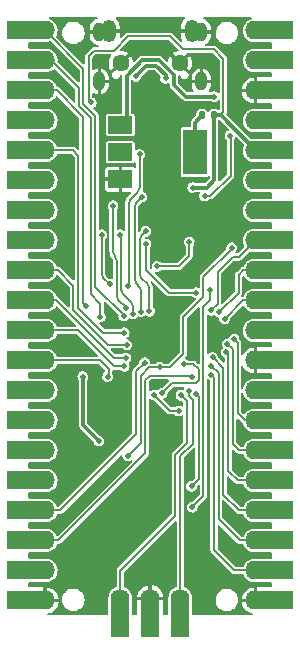
<source format=gbr>
G04 #@! TF.GenerationSoftware,KiCad,Pcbnew,(5.99.0-12085-gf4905cb1ae)*
G04 #@! TF.CreationDate,2021-08-26T19:19:28+05:30*
G04 #@! TF.ProjectId,Mitayi-Pico-RP2040,4d697461-7969-42d5-9069-636f2d525032,0.2*
G04 #@! TF.SameCoordinates,Original*
G04 #@! TF.FileFunction,Copper,L2,Bot*
G04 #@! TF.FilePolarity,Positive*
%FSLAX46Y46*%
G04 Gerber Fmt 4.6, Leading zero omitted, Abs format (unit mm)*
G04 Created by KiCad (PCBNEW (5.99.0-12085-gf4905cb1ae)) date 2021-08-26 19:19:28*
%MOMM*%
%LPD*%
G01*
G04 APERTURE LIST*
G04 Aperture macros list*
%AMRoundRect*
0 Rectangle with rounded corners*
0 $1 Rounding radius*
0 $2 $3 $4 $5 $6 $7 $8 $9 X,Y pos of 4 corners*
0 Add a 4 corners polygon primitive as box body*
4,1,4,$2,$3,$4,$5,$6,$7,$8,$9,$2,$3,0*
0 Add four circle primitives for the rounded corners*
1,1,$1+$1,$2,$3*
1,1,$1+$1,$4,$5*
1,1,$1+$1,$6,$7*
1,1,$1+$1,$8,$9*
0 Add four rect primitives between the rounded corners*
20,1,$1+$1,$2,$3,$4,$5,0*
20,1,$1+$1,$4,$5,$6,$7,0*
20,1,$1+$1,$6,$7,$8,$9,0*
20,1,$1+$1,$8,$9,$2,$3,0*%
G04 Aperture macros list end*
G04 #@! TA.AperFunction,ComponentPad*
%ADD10C,0.600000*%
G04 #@! TD*
G04 #@! TA.AperFunction,ComponentPad*
%ADD11O,1.600000X1.700000*%
G04 #@! TD*
G04 #@! TA.AperFunction,ComponentPad*
%ADD12R,1.600000X3.200000*%
G04 #@! TD*
G04 #@! TA.AperFunction,ComponentPad*
%ADD13RoundRect,0.500000X0.000000X0.300000X0.000000X0.300000X0.000000X-0.300000X0.000000X-0.300000X0*%
G04 #@! TD*
G04 #@! TA.AperFunction,ComponentPad*
%ADD14O,1.200000X1.900000*%
G04 #@! TD*
G04 #@! TA.AperFunction,ComponentPad*
%ADD15C,1.450000*%
G04 #@! TD*
G04 #@! TA.AperFunction,ComponentPad*
%ADD16R,3.200000X1.600000*%
G04 #@! TD*
G04 #@! TA.AperFunction,ComponentPad*
%ADD17O,1.700000X1.600000*%
G04 #@! TD*
G04 #@! TA.AperFunction,SMDPad,CuDef*
%ADD18R,2.000000X1.500000*%
G04 #@! TD*
G04 #@! TA.AperFunction,SMDPad,CuDef*
%ADD19R,2.000000X3.800000*%
G04 #@! TD*
G04 #@! TA.AperFunction,SMDPad,CuDef*
%ADD20RoundRect,0.135000X-0.135000X-0.185000X0.135000X-0.185000X0.135000X0.185000X-0.135000X0.185000X0*%
G04 #@! TD*
G04 #@! TA.AperFunction,ViaPad*
%ADD21C,0.500000*%
G04 #@! TD*
G04 #@! TA.AperFunction,Conductor*
%ADD22C,0.200000*%
G04 #@! TD*
G04 #@! TA.AperFunction,Conductor*
%ADD23C,0.300000*%
G04 #@! TD*
G04 APERTURE END LIST*
D10*
X149820000Y-91095000D03*
X151095000Y-91095000D03*
X149820000Y-92370000D03*
X149820000Y-93645000D03*
X148545000Y-92370000D03*
X151095000Y-92370000D03*
X148545000Y-93645000D03*
X148545000Y-91095000D03*
X151095000Y-93645000D03*
D11*
X146950000Y-114400000D03*
D12*
X146950000Y-116010000D03*
D11*
X149490000Y-114400000D03*
D12*
X149490000Y-116010000D03*
D11*
X152030000Y-114400000D03*
D12*
X152030000Y-116010000D03*
D13*
X153830000Y-70610000D03*
X145190000Y-70610000D03*
X153830000Y-66430000D03*
X145190000Y-66430000D03*
D14*
X146010000Y-66362500D03*
D15*
X152010000Y-69062500D03*
X147010000Y-69062500D03*
D14*
X153010000Y-66362500D03*
D16*
X138990000Y-66300000D03*
D17*
X140600000Y-66300000D03*
D16*
X138990000Y-68840000D03*
D17*
X140600000Y-68840000D03*
D16*
X138990000Y-71380000D03*
D17*
X140600000Y-71380000D03*
D16*
X138990000Y-73920000D03*
D17*
X140600000Y-73920000D03*
X140600000Y-76460000D03*
D16*
X138990000Y-76460000D03*
D17*
X140600000Y-79000000D03*
D16*
X138990000Y-79000000D03*
X138990000Y-81540000D03*
D17*
X140600000Y-81540000D03*
D16*
X138990000Y-84080000D03*
D17*
X140600000Y-84080000D03*
X140600000Y-86620000D03*
D16*
X138990000Y-86620000D03*
X138990000Y-89160000D03*
D17*
X140600000Y-89160000D03*
D16*
X138990000Y-91700000D03*
D17*
X140600000Y-91700000D03*
D16*
X138990000Y-94240000D03*
D17*
X140600000Y-94240000D03*
D16*
X138990000Y-96780000D03*
D17*
X140600000Y-96780000D03*
D16*
X138990000Y-99320000D03*
D17*
X140600000Y-99320000D03*
D16*
X138990000Y-101860000D03*
D17*
X140600000Y-101860000D03*
D16*
X138990000Y-104400000D03*
D17*
X140600000Y-104400000D03*
X140600000Y-106940000D03*
D16*
X138990000Y-106940000D03*
X138990000Y-109480000D03*
D17*
X140600000Y-109480000D03*
D16*
X138990000Y-112020000D03*
D17*
X140600000Y-112020000D03*
D16*
X138990000Y-114560000D03*
D17*
X140600000Y-114560000D03*
D18*
X146980000Y-78900000D03*
X146980000Y-76600000D03*
D19*
X153280000Y-76600000D03*
D18*
X146980000Y-74300000D03*
D20*
X153890000Y-73490000D03*
X154910000Y-73490000D03*
D16*
X160010000Y-66300000D03*
D17*
X158400000Y-66300000D03*
D16*
X160010000Y-68840000D03*
D17*
X158400000Y-68840000D03*
D16*
X160010000Y-71380000D03*
D17*
X158400000Y-71380000D03*
X158400000Y-73920000D03*
D16*
X160010000Y-73920000D03*
D17*
X158400000Y-76460000D03*
D16*
X160010000Y-76460000D03*
X160010000Y-79000000D03*
D17*
X158400000Y-79000000D03*
D16*
X160010000Y-81540000D03*
D17*
X158400000Y-81540000D03*
X158400000Y-84080000D03*
D16*
X160010000Y-84080000D03*
X160010000Y-86620000D03*
D17*
X158400000Y-86620000D03*
D16*
X160010000Y-89160000D03*
D17*
X158400000Y-89160000D03*
D16*
X160010000Y-91700000D03*
D17*
X158400000Y-91700000D03*
D16*
X160010000Y-94240000D03*
D17*
X158400000Y-94240000D03*
X158400000Y-96780000D03*
D16*
X160010000Y-96780000D03*
D17*
X158400000Y-99320000D03*
D16*
X160010000Y-99320000D03*
X160010000Y-101860000D03*
D17*
X158400000Y-101860000D03*
X158400000Y-104400000D03*
D16*
X160010000Y-104400000D03*
X160010000Y-106940000D03*
D17*
X158400000Y-106940000D03*
X158400000Y-109480000D03*
D16*
X160010000Y-109480000D03*
X160010000Y-112020000D03*
D17*
X158400000Y-112020000D03*
D16*
X160010000Y-114560000D03*
D17*
X158400000Y-114560000D03*
D21*
X152600000Y-103000000D03*
X149500000Y-67800000D03*
X145600000Y-80500000D03*
X150516352Y-97000358D03*
X152349500Y-94553260D03*
X149000000Y-73500000D03*
X141500000Y-93000000D03*
X142300000Y-80500000D03*
X146500000Y-99700000D03*
X142300000Y-71000000D03*
X142300000Y-77800000D03*
X154300000Y-81500000D03*
X147800000Y-106700000D03*
X149500000Y-112000000D03*
X148400000Y-112000000D03*
X142000000Y-100200000D03*
X156150500Y-83261588D03*
X156800000Y-68900000D03*
X144800000Y-113800000D03*
X157400000Y-113200000D03*
X149400000Y-74700000D03*
X145300000Y-72400000D03*
X154400000Y-85700000D03*
X157400000Y-105600000D03*
X144800000Y-97800000D03*
X152300000Y-82500000D03*
X152300000Y-74000000D03*
X142800000Y-103500000D03*
X144900000Y-96100000D03*
X144800000Y-115400000D03*
X142000000Y-100900000D03*
X156236444Y-88236444D03*
X150200000Y-105500000D03*
X146800000Y-106700000D03*
X142700000Y-69400000D03*
X146100000Y-86000000D03*
X143600000Y-110800000D03*
X145200000Y-68700000D03*
X143600000Y-109200000D03*
X157300000Y-110800000D03*
X141500000Y-95500000D03*
X141300000Y-110800000D03*
X149200000Y-79200000D03*
X150600000Y-112000000D03*
X146000000Y-100200000D03*
X142300000Y-75200000D03*
X157400000Y-90400000D03*
X144800000Y-114600000D03*
X141600000Y-82800000D03*
X150200000Y-103900000D03*
X156272881Y-86572881D03*
X149400000Y-75900000D03*
X149200000Y-77900000D03*
X143600000Y-110000000D03*
X157500000Y-77700000D03*
X153900000Y-115400000D03*
X153000000Y-89100000D03*
X148800000Y-106700000D03*
X142000000Y-72900000D03*
X141300000Y-105700000D03*
X148000000Y-94600000D03*
X143600000Y-68000000D03*
X141500000Y-98000000D03*
X153900000Y-113800000D03*
X141300000Y-108200000D03*
X152300000Y-83400000D03*
X141300000Y-113200000D03*
X157400000Y-108200000D03*
X157500000Y-80300000D03*
X141600000Y-85400000D03*
X153900000Y-114600000D03*
X157500000Y-72700000D03*
X146100000Y-86800000D03*
X145153562Y-101053562D03*
X153100000Y-79600000D03*
X143800000Y-95600000D03*
X144500000Y-72400000D03*
X152800000Y-84200000D03*
X150078395Y-86281222D03*
X149826988Y-97170828D03*
X151900000Y-98500000D03*
X148300000Y-70187002D03*
X150809500Y-70355498D03*
X147600000Y-102300000D03*
X150300000Y-94819020D03*
X156400000Y-84700000D03*
X147270092Y-90482254D03*
X145278798Y-90563606D03*
X144050500Y-89600000D03*
X147300000Y-91900000D03*
X147500000Y-92900000D03*
X147439859Y-94022935D03*
X147314428Y-94738905D03*
X145900000Y-95600000D03*
X149029287Y-94428605D03*
X153050500Y-95600000D03*
X153400000Y-97100000D03*
X153000000Y-104900000D03*
X149148511Y-84400000D03*
X153379875Y-88499500D03*
X154549500Y-88300000D03*
X153063556Y-106663556D03*
X154681610Y-89995735D03*
X155363024Y-90153780D03*
X155800000Y-90700000D03*
X156597651Y-92425039D03*
X156042782Y-92850979D03*
X155950980Y-93544431D03*
X154802125Y-93988587D03*
X154674060Y-94676267D03*
X154660341Y-95439659D03*
X152100000Y-97200000D03*
X152774346Y-96787173D03*
X154100000Y-80300000D03*
X156250500Y-75200000D03*
X146100000Y-87804356D03*
X145400000Y-83600000D03*
X146353780Y-81136976D03*
X147422430Y-89799541D03*
X148042664Y-90316308D03*
X146949500Y-83600000D03*
X148600000Y-76800000D03*
X147600000Y-87900000D03*
X148741023Y-90106296D03*
X148800000Y-80400000D03*
X149133475Y-83303042D03*
X149439791Y-90074256D03*
X154900000Y-71900000D03*
D22*
X145400001Y-86897249D02*
G75*
G03*
X145546446Y-87250802I500001J0D01*
G01*
X147050499Y-88243392D02*
G75*
G03*
X147196946Y-88596946I499997J-1D01*
G01*
X147896218Y-89296218D02*
G75*
G02*
X148042664Y-89649771I-353556J-353553D01*
G01*
X146500226Y-85400226D02*
G75*
G02*
X146353780Y-85046673I353556J353553D01*
G01*
X146504552Y-85404552D02*
G75*
G02*
X146650999Y-85758106I-353550J-353553D01*
G01*
X146797445Y-89097445D02*
G75*
G02*
X146650999Y-88743892I353556J353553D01*
G01*
X146504552Y-85404552D02*
X146500226Y-85400226D01*
X147422430Y-89722430D02*
X146797445Y-89097445D01*
X146353780Y-85046673D02*
X146353780Y-81136976D01*
X147422430Y-89799541D02*
X147422430Y-89722430D01*
X146650999Y-88743892D02*
X146650999Y-85758106D01*
X145400000Y-86897249D02*
X145400000Y-83600000D01*
X146100000Y-87804356D02*
X145546446Y-87250802D01*
X148599999Y-79592893D02*
G75*
G02*
X148453554Y-79946446I-500001J0D01*
G01*
X147846447Y-80553553D02*
G75*
G03*
X147700000Y-80907107I353550J-353553D01*
G01*
X148345949Y-80854051D02*
G75*
G03*
X148199502Y-81207605I353550J-353553D01*
G01*
X148199503Y-87392395D02*
G75*
G03*
X148345948Y-87745948I500001J0D01*
G01*
X148741023Y-88348130D02*
G75*
G03*
X148594576Y-87994576I-499997J1D01*
G01*
X149439791Y-88146898D02*
G75*
G03*
X149293344Y-87793344I-499997J1D01*
G01*
X148745458Y-83691059D02*
G75*
G03*
X148599011Y-84044613I353550J-353553D01*
G01*
X148745457Y-87245457D02*
G75*
G02*
X148599011Y-86891904I353556J353553D01*
G01*
X148300480Y-100499520D02*
X141860000Y-106940000D01*
X141860000Y-106940000D02*
X140600000Y-106940000D01*
X148300480Y-95157412D02*
X148300480Y-100499520D01*
X149029287Y-94428605D02*
X148300480Y-95157412D01*
X149415974Y-94819020D02*
X150300000Y-94819020D01*
X148700000Y-101200000D02*
X148700000Y-95534994D01*
X147600000Y-102300000D02*
X148700000Y-101200000D01*
X148700000Y-95534994D02*
X149415974Y-94819020D01*
X157060000Y-101860000D02*
X158400000Y-101860000D01*
X156500480Y-101300480D02*
X157060000Y-101860000D01*
X156500480Y-93308677D02*
X156500480Y-101300480D01*
X156042782Y-92850979D02*
X156500480Y-93308677D01*
X156900000Y-104400000D02*
X158400000Y-104400000D01*
X156100000Y-93693451D02*
X156100000Y-103600000D01*
X155950980Y-93544431D02*
X156100000Y-93693451D01*
X156100000Y-103600000D02*
X156900000Y-104400000D01*
X151099500Y-88499500D02*
X153379875Y-88499500D01*
X149148511Y-86548511D02*
X151099500Y-88499500D01*
X149148511Y-84400000D02*
X149148511Y-86548511D01*
X148600000Y-79592893D02*
X148600000Y-76800000D01*
X147846447Y-80553553D02*
X148453554Y-79946446D01*
X147700000Y-87800000D02*
X147700000Y-80907107D01*
X147600000Y-87900000D02*
X147700000Y-87800000D01*
X144300000Y-72200000D02*
X144500000Y-72400000D01*
X144300000Y-68465000D02*
X144300000Y-72200000D01*
X144765000Y-68000000D02*
X144300000Y-68465000D01*
X146400000Y-68000000D02*
X144765000Y-68000000D01*
X147600000Y-66800000D02*
X146400000Y-68000000D01*
X154900000Y-67900000D02*
X152300000Y-67900000D01*
X152300000Y-67900000D02*
X151200000Y-66800000D01*
X155700000Y-68700000D02*
X154900000Y-67900000D01*
X151200000Y-66800000D02*
X147600000Y-66800000D01*
X155700000Y-73200000D02*
X155700000Y-68700000D01*
X155400000Y-73500000D02*
X155700000Y-73200000D01*
X157520000Y-99320000D02*
X158400000Y-99320000D01*
X156900000Y-98700000D02*
X157520000Y-99320000D01*
X156597651Y-92425039D02*
X156900000Y-92727388D01*
X156900000Y-92727388D02*
X156900000Y-98700000D01*
X151156160Y-98500000D02*
X149826988Y-97170828D01*
X151900000Y-98500000D02*
X151156160Y-98500000D01*
X152030000Y-102370000D02*
X152030000Y-114400000D01*
X153100000Y-101300000D02*
X152030000Y-102370000D01*
X153100000Y-97577127D02*
X153100000Y-101300000D01*
X152774346Y-97251473D02*
X153100000Y-97577127D01*
X152774346Y-96787173D02*
X152774346Y-97251473D01*
X151630480Y-107369520D02*
X146950000Y-112050000D01*
X151630480Y-102204514D02*
X151630480Y-107369520D01*
X152600000Y-97700000D02*
X152600000Y-101234994D01*
X152600000Y-101234994D02*
X151630480Y-102204514D01*
X152100000Y-97200000D02*
X152600000Y-97700000D01*
X146950000Y-112050000D02*
X146950000Y-114400000D01*
X153600480Y-104299520D02*
X153000000Y-104900000D01*
X153600480Y-97300480D02*
X153600480Y-104299520D01*
X153400000Y-97100000D02*
X153600480Y-97300480D01*
X147196946Y-88596946D02*
X147896218Y-89296218D01*
X147050499Y-83700999D02*
X147050499Y-88243392D01*
X146949500Y-83600000D02*
X147050499Y-83700999D01*
X148042664Y-89649771D02*
X148042664Y-90316308D01*
X151180980Y-94819020D02*
X150300000Y-94819020D01*
X152300000Y-93700000D02*
X151180980Y-94819020D01*
X152300000Y-90577127D02*
X152300000Y-93700000D01*
X154000000Y-88877127D02*
X152300000Y-90577127D01*
X154000000Y-87200000D02*
X154000000Y-88877127D01*
X156400000Y-84700000D02*
X156400000Y-84800000D01*
X156400000Y-84800000D02*
X154000000Y-87200000D01*
X151918778Y-86281222D02*
X152800000Y-85400000D01*
X150078395Y-86281222D02*
X151918778Y-86281222D01*
X152800000Y-85400000D02*
X152800000Y-84200000D01*
X148745458Y-83691059D02*
X149133475Y-83303042D01*
X148599011Y-86891904D02*
X148599011Y-84044613D01*
X149293344Y-87793344D02*
X148745457Y-87245457D01*
X149439791Y-90074256D02*
X149439791Y-88146898D01*
X148345949Y-80854051D02*
X148800000Y-80400000D01*
X148199502Y-87392395D02*
X148199502Y-81207605D01*
X148594576Y-87994576D02*
X148345948Y-87745948D01*
X148741023Y-90106296D02*
X148741023Y-88348130D01*
X154600000Y-80300000D02*
X154100000Y-80300000D01*
X156300000Y-78600000D02*
X154600000Y-80300000D01*
X156300000Y-75249500D02*
X156300000Y-78600000D01*
X156250500Y-75200000D02*
X156300000Y-75249500D01*
X149457271Y-95542729D02*
X149100000Y-95900000D01*
X152993229Y-95542729D02*
X149457271Y-95542729D01*
X149100000Y-102100000D02*
X141720000Y-109480000D01*
X153050500Y-95600000D02*
X152993229Y-95542729D01*
X149100000Y-95900000D02*
X149100000Y-102100000D01*
X141720000Y-109480000D02*
X140600000Y-109480000D01*
X151367199Y-96149511D02*
X150516352Y-97000358D01*
X153350489Y-96149511D02*
X151367199Y-96149511D01*
X153600480Y-95899520D02*
X153350489Y-96149511D01*
X153600480Y-95000480D02*
X153600480Y-95899520D01*
X152349500Y-94553260D02*
X153153260Y-94553260D01*
X153153260Y-94553260D02*
X153600480Y-95000480D01*
X154000000Y-105727112D02*
X153063556Y-106663556D01*
X154000000Y-89700000D02*
X154000000Y-105727112D01*
X154549500Y-89150500D02*
X154000000Y-89700000D01*
X154549500Y-88300000D02*
X154549500Y-89150500D01*
X154900480Y-110300480D02*
X156620000Y-112020000D01*
X154900480Y-95679798D02*
X154900480Y-110300480D01*
X154660341Y-95439659D02*
X154900480Y-95679798D01*
X156620000Y-112020000D02*
X158400000Y-112020000D01*
X155300000Y-107700000D02*
X157080000Y-109480000D01*
X155300000Y-95980397D02*
X155300000Y-107700000D01*
X157080000Y-109480000D02*
X158400000Y-109480000D01*
X155300480Y-95302687D02*
X155300480Y-95979917D01*
X155300480Y-95979917D02*
X155300000Y-95980397D01*
X154674060Y-94676267D02*
X155300480Y-95302687D01*
X146438905Y-94738905D02*
X143400000Y-91700000D01*
X147314428Y-94738905D02*
X146438905Y-94738905D01*
X143400000Y-91700000D02*
X140600000Y-91700000D01*
X156300000Y-86600000D02*
X156272881Y-86572881D01*
X156300000Y-88172888D02*
X156300000Y-86600000D01*
X156236444Y-88236444D02*
X156300000Y-88172888D01*
D23*
X158400000Y-76400000D02*
X158400000Y-76460000D01*
X143800000Y-99700000D02*
X143800000Y-95600000D01*
X155500000Y-73500000D02*
X158400000Y-76400000D01*
X154910000Y-73490000D02*
X154910000Y-78990000D01*
X154910000Y-78990000D02*
X154300000Y-79600000D01*
X145153562Y-101053562D02*
X143800000Y-99700000D01*
X154300000Y-79600000D02*
X153100000Y-79600000D01*
X154910000Y-73490000D02*
X154920000Y-73500000D01*
X155400000Y-73500000D02*
X155500000Y-73500000D01*
X154920000Y-73500000D02*
X155400000Y-73500000D01*
X150809500Y-70109500D02*
X150000000Y-69300000D01*
X150809500Y-70355498D02*
X150809500Y-70109500D01*
X150000000Y-69300000D02*
X149187002Y-69300000D01*
X149187002Y-69300000D02*
X148300000Y-70187002D01*
D22*
X143850480Y-69550480D02*
X143850480Y-72527607D01*
X144850499Y-88010057D02*
X147270092Y-90429650D01*
X140600000Y-66300000D02*
X143850480Y-69550480D01*
X147270092Y-90429650D02*
X147270092Y-90482254D01*
X143850480Y-72527607D02*
X144850499Y-73527626D01*
X144850499Y-73527626D02*
X144850499Y-88010057D01*
X143450960Y-72693093D02*
X143450960Y-71150960D01*
X144450989Y-73693122D02*
X143450960Y-72693093D01*
X145278798Y-89421202D02*
X144450989Y-88593393D01*
X141140000Y-68840000D02*
X140600000Y-68840000D01*
X143450960Y-71150960D02*
X141140000Y-68840000D01*
X145278798Y-90563606D02*
X145278798Y-89421202D01*
X144450989Y-88593393D02*
X144450989Y-73693122D01*
X140600000Y-71380000D02*
X141572861Y-71380000D01*
X141572861Y-71380000D02*
X143800000Y-73607139D01*
X143800000Y-89349500D02*
X144050500Y-89600000D01*
X143800000Y-73607139D02*
X143800000Y-89349500D01*
X147300000Y-91900000D02*
X145530012Y-91900000D01*
X143400000Y-76900000D02*
X142960000Y-76460000D01*
X142960000Y-76460000D02*
X140600000Y-76460000D01*
X145530012Y-91900000D02*
X143400000Y-89769988D01*
X143400000Y-89769988D02*
X143400000Y-76900000D01*
X141720000Y-86620000D02*
X140600000Y-86620000D01*
X147500000Y-92900000D02*
X145965006Y-92900000D01*
X145965006Y-92900000D02*
X143000000Y-89934994D01*
X143000000Y-87900000D02*
X141720000Y-86620000D01*
X143000000Y-89934994D02*
X143000000Y-87900000D01*
X141560000Y-89160000D02*
X140600000Y-89160000D01*
X147439859Y-94022935D02*
X146422935Y-94022935D01*
X146422935Y-94022935D02*
X141560000Y-89160000D01*
X146000000Y-95500000D02*
X146000000Y-95000000D01*
X146000000Y-95000000D02*
X145240000Y-94240000D01*
X145240000Y-94240000D02*
X140600000Y-94240000D01*
X156486445Y-85478548D02*
X157051452Y-85478548D01*
X155200000Y-89477345D02*
X155200000Y-86764993D01*
X155200000Y-86764993D02*
X156486445Y-85478548D01*
X157051452Y-85478548D02*
X158400000Y-84130000D01*
X158400000Y-84130000D02*
X158400000Y-84080000D01*
X154681610Y-89995735D02*
X155200000Y-89477345D01*
X155363024Y-90153780D02*
X155363024Y-90136976D01*
X157380000Y-86620000D02*
X158400000Y-86620000D01*
X157000000Y-88500000D02*
X157000000Y-87000000D01*
X157000000Y-87000000D02*
X157380000Y-86620000D01*
X155363024Y-90136976D02*
X157000000Y-88500000D01*
X157340000Y-89160000D02*
X158400000Y-89160000D01*
X155800000Y-90700000D02*
X157340000Y-89160000D01*
X154802125Y-93988587D02*
X155700000Y-94886462D01*
X155700000Y-105600000D02*
X157040000Y-106940000D01*
X157040000Y-106940000D02*
X158400000Y-106940000D01*
X155700000Y-94886462D02*
X155700000Y-105600000D01*
D23*
X153280000Y-76600000D02*
X153280000Y-74100000D01*
X153280000Y-74100000D02*
X153890000Y-73490000D01*
X146980000Y-74300000D02*
X147500000Y-73780000D01*
X148838683Y-68800481D02*
X150206909Y-68800481D01*
X147500000Y-73780000D02*
X147500000Y-70139164D01*
X152500000Y-71900000D02*
X154900000Y-71900000D01*
X151500000Y-70093572D02*
X151500000Y-70900000D01*
X147500000Y-70139164D02*
X148838683Y-68800481D01*
X150206909Y-68800481D02*
X151500000Y-70093572D01*
X151500000Y-70900000D02*
X152500000Y-71900000D01*
G04 #@! TA.AperFunction,Conductor*
G36*
X154438815Y-95833424D02*
G01*
X154464401Y-95850455D01*
X154470454Y-95852346D01*
X154470456Y-95852347D01*
X154537520Y-95873299D01*
X154585916Y-95910234D01*
X154599980Y-95958250D01*
X154599980Y-110246549D01*
X154599637Y-110251213D01*
X154598055Y-110255822D01*
X154598363Y-110264031D01*
X154598363Y-110264032D01*
X154599917Y-110305428D01*
X154599980Y-110308766D01*
X154599980Y-110328428D01*
X154600729Y-110332453D01*
X154600847Y-110333728D01*
X154601160Y-110338557D01*
X154602254Y-110367688D01*
X154605496Y-110375235D01*
X154605497Y-110375238D01*
X154607238Y-110379290D01*
X154612960Y-110398125D01*
X154615271Y-110410533D01*
X154619582Y-110417526D01*
X154619582Y-110417527D01*
X154629632Y-110433831D01*
X154635641Y-110445399D01*
X154646444Y-110470543D01*
X154650458Y-110475429D01*
X154655647Y-110480618D01*
X154668476Y-110496848D01*
X154669700Y-110498833D01*
X154674012Y-110505828D01*
X154680553Y-110510802D01*
X154697778Y-110523900D01*
X154706840Y-110531811D01*
X156369381Y-112194352D01*
X156372434Y-112197889D01*
X156374575Y-112202269D01*
X156380600Y-112207858D01*
X156410960Y-112236021D01*
X156413366Y-112238337D01*
X156427277Y-112252248D01*
X156430648Y-112254561D01*
X156431623Y-112255371D01*
X156435267Y-112258570D01*
X156450623Y-112272814D01*
X156456646Y-112278401D01*
X156464274Y-112281444D01*
X156464275Y-112281445D01*
X156466298Y-112282252D01*
X156468371Y-112283079D01*
X156485733Y-112292350D01*
X156496146Y-112299493D01*
X156504137Y-112301389D01*
X156504141Y-112301391D01*
X156522778Y-112305813D01*
X156535200Y-112309741D01*
X156560622Y-112319883D01*
X156566915Y-112320500D01*
X156574256Y-112320500D01*
X156594804Y-112322905D01*
X156605066Y-112325340D01*
X156613208Y-112324232D01*
X156613210Y-112324232D01*
X156634656Y-112321313D01*
X156646658Y-112320500D01*
X157332393Y-112320500D01*
X157389601Y-112341322D01*
X157415918Y-112378768D01*
X157446119Y-112460852D01*
X157553226Y-112633599D01*
X157692881Y-112781280D01*
X157859379Y-112897863D01*
X158045919Y-112978586D01*
X158050331Y-112979508D01*
X158050335Y-112979509D01*
X158163038Y-113003053D01*
X158244880Y-113020151D01*
X158251539Y-113020500D01*
X159731000Y-113020500D01*
X159788208Y-113041322D01*
X159818648Y-113094045D01*
X159820000Y-113109500D01*
X159820000Y-113371000D01*
X159799178Y-113428208D01*
X159746455Y-113458648D01*
X159731000Y-113460000D01*
X158565694Y-113460000D01*
X158553671Y-113464376D01*
X158550000Y-113470734D01*
X158550000Y-114394306D01*
X158554376Y-114406329D01*
X158560734Y-114410000D01*
X159731000Y-114410000D01*
X159788208Y-114430822D01*
X159818648Y-114483545D01*
X159820000Y-114499000D01*
X159820000Y-114621000D01*
X159799178Y-114678208D01*
X159746455Y-114708648D01*
X159731000Y-114710000D01*
X157271450Y-114710000D01*
X157259427Y-114714376D01*
X157256868Y-114718808D01*
X157257010Y-114719804D01*
X157304207Y-114915641D01*
X157306949Y-114923605D01*
X157390323Y-115106975D01*
X157394528Y-115114287D01*
X157511066Y-115278576D01*
X157516577Y-115284962D01*
X157662085Y-115424255D01*
X157668696Y-115429476D01*
X157837914Y-115538739D01*
X157845413Y-115542626D01*
X158032234Y-115617917D01*
X158040316Y-115620311D01*
X158159829Y-115643650D01*
X158211986Y-115675051D01*
X158231756Y-115732631D01*
X158209889Y-115789448D01*
X158156617Y-115818916D01*
X158142771Y-115820000D01*
X153119500Y-115820000D01*
X153062292Y-115799178D01*
X153031852Y-115746455D01*
X153030500Y-115731000D01*
X153030500Y-114496665D01*
X155044994Y-114496665D01*
X155045358Y-114500999D01*
X155056733Y-114636455D01*
X155060592Y-114682414D01*
X155111971Y-114861595D01*
X155197176Y-115027385D01*
X155312959Y-115173468D01*
X155349866Y-115204878D01*
X155443965Y-115284962D01*
X155454912Y-115294279D01*
X155498034Y-115318379D01*
X155613829Y-115383095D01*
X155613834Y-115383097D01*
X155617627Y-115385217D01*
X155621758Y-115386559D01*
X155621762Y-115386561D01*
X155790767Y-115441474D01*
X155790769Y-115441474D01*
X155794907Y-115442819D01*
X155979998Y-115464890D01*
X155984327Y-115464557D01*
X155984331Y-115464557D01*
X156161517Y-115450923D01*
X156161522Y-115450922D01*
X156165851Y-115450589D01*
X156248620Y-115427480D01*
X156341194Y-115401633D01*
X156341197Y-115401632D01*
X156345387Y-115400462D01*
X156511768Y-115316417D01*
X156591621Y-115254029D01*
X156655223Y-115204338D01*
X156655227Y-115204335D01*
X156658655Y-115201656D01*
X156682986Y-115173468D01*
X156777612Y-115063843D01*
X156777614Y-115063840D01*
X156780454Y-115060550D01*
X156782600Y-115056772D01*
X156782603Y-115056768D01*
X156870378Y-114902255D01*
X156872526Y-114898474D01*
X156883505Y-114865470D01*
X156929989Y-114725736D01*
X156929990Y-114725731D01*
X156931364Y-114721601D01*
X156954727Y-114536668D01*
X156955099Y-114510000D01*
X156954217Y-114500999D01*
X156943771Y-114394469D01*
X157262489Y-114394469D01*
X157265094Y-114406994D01*
X157268907Y-114410000D01*
X158234306Y-114410000D01*
X158246329Y-114405624D01*
X158250000Y-114399266D01*
X158250000Y-113480231D01*
X158245624Y-113468208D01*
X158240788Y-113465416D01*
X158145261Y-113474530D01*
X158136989Y-113476123D01*
X157943699Y-113532827D01*
X157935875Y-113535957D01*
X157756794Y-113628189D01*
X157749701Y-113632744D01*
X157591305Y-113757166D01*
X157585189Y-113762990D01*
X157453175Y-113915122D01*
X157448277Y-113921990D01*
X157347415Y-114096335D01*
X157343899Y-114104013D01*
X157277824Y-114294290D01*
X157275826Y-114302487D01*
X157262489Y-114394469D01*
X156943771Y-114394469D01*
X156937334Y-114328824D01*
X156936909Y-114324487D01*
X156883033Y-114146040D01*
X156880989Y-114142196D01*
X156880987Y-114142191D01*
X156822521Y-114032234D01*
X156795522Y-113981456D01*
X156776500Y-113958132D01*
X156680459Y-113840376D01*
X156677710Y-113837005D01*
X156670382Y-113830942D01*
X156537442Y-113720964D01*
X156537441Y-113720963D01*
X156534085Y-113718187D01*
X156370116Y-113629529D01*
X156365788Y-113628189D01*
X156246632Y-113591305D01*
X156192049Y-113574409D01*
X156187720Y-113573954D01*
X156187715Y-113573953D01*
X156011001Y-113555379D01*
X156010997Y-113555379D01*
X156006668Y-113554924D01*
X155902420Y-113564411D01*
X155825369Y-113571423D01*
X155825366Y-113571424D01*
X155821032Y-113571818D01*
X155642214Y-113624448D01*
X155477023Y-113710807D01*
X155331752Y-113827608D01*
X155258319Y-113915122D01*
X155229152Y-113949883D01*
X155211935Y-113970401D01*
X155122135Y-114133746D01*
X155120820Y-114137892D01*
X155120819Y-114137894D01*
X155067086Y-114307280D01*
X155067085Y-114307285D01*
X155065772Y-114311424D01*
X155044994Y-114496665D01*
X153030500Y-114496665D01*
X153030500Y-114299200D01*
X153015120Y-114147784D01*
X152970598Y-114005713D01*
X152955687Y-113958132D01*
X152955686Y-113958130D01*
X152954338Y-113953828D01*
X152888491Y-113835038D01*
X152857985Y-113780003D01*
X152857984Y-113780002D01*
X152855797Y-113776056D01*
X152723523Y-113621729D01*
X152562919Y-113497152D01*
X152520183Y-113476123D01*
X152380545Y-113407413D01*
X152381696Y-113405073D01*
X152342123Y-113371406D01*
X152330500Y-113327431D01*
X152330500Y-102531337D01*
X152351322Y-102474129D01*
X152356567Y-102468404D01*
X153148047Y-101676924D01*
X153203223Y-101651196D01*
X153262028Y-101666952D01*
X153296947Y-101716822D01*
X153299980Y-101739857D01*
X153299980Y-104138183D01*
X153279158Y-104195391D01*
X153273913Y-104201116D01*
X153051711Y-104423318D01*
X152996535Y-104449046D01*
X152988235Y-104449383D01*
X152976245Y-104449310D01*
X152938231Y-104449078D01*
X152932138Y-104450820D01*
X152932134Y-104450820D01*
X152837728Y-104477802D01*
X152814155Y-104484539D01*
X152705019Y-104553399D01*
X152679522Y-104582269D01*
X152632624Y-104635371D01*
X152619596Y-104650122D01*
X152564754Y-104766932D01*
X152563778Y-104773197D01*
X152563778Y-104773199D01*
X152552649Y-104844680D01*
X152544901Y-104894440D01*
X152561633Y-105022394D01*
X152613605Y-105140510D01*
X152696639Y-105239291D01*
X152804060Y-105310796D01*
X152810113Y-105312687D01*
X152810115Y-105312688D01*
X152826158Y-105317700D01*
X152927233Y-105349278D01*
X152976759Y-105350186D01*
X153049912Y-105351527D01*
X153049914Y-105351527D01*
X153056255Y-105351643D01*
X153180755Y-105317700D01*
X153290724Y-105250179D01*
X153294975Y-105245483D01*
X153294977Y-105245481D01*
X153373068Y-105159207D01*
X153373069Y-105159206D01*
X153377322Y-105154507D01*
X153408593Y-105089965D01*
X153430823Y-105044083D01*
X153430824Y-105044080D01*
X153433588Y-105038375D01*
X153437206Y-105016874D01*
X153450731Y-104936477D01*
X153454997Y-104911120D01*
X153455063Y-104905698D01*
X153455264Y-104905167D01*
X153455345Y-104904263D01*
X153455597Y-104904286D01*
X153476579Y-104848748D01*
X153481123Y-104843848D01*
X153547567Y-104777404D01*
X153602743Y-104751676D01*
X153661548Y-104767432D01*
X153696467Y-104817302D01*
X153699500Y-104840337D01*
X153699500Y-105565775D01*
X153678678Y-105622983D01*
X153673433Y-105628708D01*
X153115267Y-106186874D01*
X153060091Y-106212602D01*
X153051791Y-106212939D01*
X153039801Y-106212866D01*
X153001787Y-106212634D01*
X152995694Y-106214376D01*
X152995690Y-106214376D01*
X152901284Y-106241358D01*
X152877711Y-106248095D01*
X152768575Y-106316955D01*
X152716503Y-106375915D01*
X152692121Y-106403523D01*
X152683152Y-106413678D01*
X152628310Y-106530488D01*
X152627334Y-106536753D01*
X152627334Y-106536755D01*
X152611337Y-106639500D01*
X152608457Y-106657996D01*
X152625189Y-106785950D01*
X152677161Y-106904066D01*
X152760195Y-107002847D01*
X152867616Y-107074352D01*
X152873669Y-107076243D01*
X152873671Y-107076244D01*
X152889714Y-107081256D01*
X152990789Y-107112834D01*
X153040315Y-107113742D01*
X153113468Y-107115083D01*
X153113470Y-107115083D01*
X153119811Y-107115199D01*
X153244311Y-107081256D01*
X153354280Y-107013735D01*
X153358531Y-107009039D01*
X153358533Y-107009037D01*
X153436624Y-106922763D01*
X153436625Y-106922762D01*
X153440878Y-106918063D01*
X153450471Y-106898263D01*
X153494379Y-106807639D01*
X153494380Y-106807636D01*
X153497144Y-106801931D01*
X153518553Y-106674676D01*
X153518619Y-106669254D01*
X153518820Y-106668723D01*
X153518901Y-106667819D01*
X153519153Y-106667842D01*
X153540135Y-106612304D01*
X153544679Y-106607404D01*
X154174352Y-105977731D01*
X154177889Y-105974678D01*
X154182269Y-105972537D01*
X154216022Y-105936151D01*
X154218337Y-105933746D01*
X154232248Y-105919835D01*
X154234561Y-105916464D01*
X154235371Y-105915489D01*
X154238570Y-105911845D01*
X154252814Y-105896489D01*
X154258401Y-105890466D01*
X154263079Y-105878741D01*
X154272350Y-105861379D01*
X154279493Y-105850966D01*
X154281389Y-105842975D01*
X154281391Y-105842971D01*
X154285813Y-105824334D01*
X154289741Y-105811912D01*
X154299883Y-105786490D01*
X154300500Y-105780197D01*
X154300500Y-105772856D01*
X154302905Y-105752306D01*
X154305340Y-105742046D01*
X154301313Y-105712456D01*
X154300500Y-105700454D01*
X154300500Y-95907511D01*
X154321322Y-95850303D01*
X154374045Y-95819863D01*
X154438815Y-95833424D01*
G37*
G04 #@! TD.AperFunction*
G04 #@! TA.AperFunction,Conductor*
G36*
X149538816Y-97520230D02*
G01*
X149572732Y-97542806D01*
X149631048Y-97581624D01*
X149637101Y-97583515D01*
X149637103Y-97583516D01*
X149671676Y-97594317D01*
X149754221Y-97620106D01*
X149781119Y-97620599D01*
X149817201Y-97621261D01*
X149878502Y-97647313D01*
X150905541Y-98674352D01*
X150908594Y-98677889D01*
X150910735Y-98682269D01*
X150916760Y-98687858D01*
X150947120Y-98716021D01*
X150949526Y-98718337D01*
X150963437Y-98732248D01*
X150966808Y-98734561D01*
X150967783Y-98735371D01*
X150971427Y-98738570D01*
X150986784Y-98752815D01*
X150992806Y-98758401D01*
X151004534Y-98763080D01*
X151021893Y-98772349D01*
X151032306Y-98779492D01*
X151040300Y-98781389D01*
X151058933Y-98785811D01*
X151071362Y-98789742D01*
X151090947Y-98797556D01*
X151090953Y-98797557D01*
X151096782Y-98799883D01*
X151103075Y-98800500D01*
X151110415Y-98800500D01*
X151130966Y-98802905D01*
X151141226Y-98805340D01*
X151149368Y-98804232D01*
X151149370Y-98804232D01*
X151170816Y-98801313D01*
X151182818Y-98800500D01*
X151522578Y-98800500D01*
X151579786Y-98821322D01*
X151590705Y-98832232D01*
X151596639Y-98839291D01*
X151704060Y-98910796D01*
X151710113Y-98912687D01*
X151710115Y-98912688D01*
X151715544Y-98914384D01*
X151827233Y-98949278D01*
X151876759Y-98950186D01*
X151949912Y-98951527D01*
X151949914Y-98951527D01*
X151956255Y-98951643D01*
X152080755Y-98917700D01*
X152163933Y-98866629D01*
X152223578Y-98854439D01*
X152277105Y-98883442D01*
X152299500Y-98942473D01*
X152299500Y-101073657D01*
X152278678Y-101130865D01*
X152273433Y-101136590D01*
X151456128Y-101953895D01*
X151452591Y-101956948D01*
X151448211Y-101959089D01*
X151442622Y-101965114D01*
X151414459Y-101995474D01*
X151412143Y-101997880D01*
X151398232Y-102011791D01*
X151395919Y-102015162D01*
X151395109Y-102016137D01*
X151391910Y-102019781D01*
X151378394Y-102034352D01*
X151372079Y-102041160D01*
X151367402Y-102052884D01*
X151358131Y-102070247D01*
X151350988Y-102080660D01*
X151349091Y-102088654D01*
X151344669Y-102107287D01*
X151340738Y-102119716D01*
X151332924Y-102139301D01*
X151332923Y-102139307D01*
X151330597Y-102145136D01*
X151329980Y-102151429D01*
X151329980Y-102158769D01*
X151327575Y-102179319D01*
X151325140Y-102189580D01*
X151326248Y-102197722D01*
X151326248Y-102197724D01*
X151329167Y-102219170D01*
X151329980Y-102231172D01*
X151329980Y-107208183D01*
X151309158Y-107265391D01*
X151303913Y-107271116D01*
X146775648Y-111799381D01*
X146772111Y-111802434D01*
X146767731Y-111804575D01*
X146762142Y-111810600D01*
X146733979Y-111840960D01*
X146731663Y-111843366D01*
X146717752Y-111857277D01*
X146715439Y-111860648D01*
X146714629Y-111861623D01*
X146711430Y-111865267D01*
X146697185Y-111880624D01*
X146691599Y-111886646D01*
X146686922Y-111898370D01*
X146677651Y-111915733D01*
X146670508Y-111926146D01*
X146668611Y-111934140D01*
X146664189Y-111952773D01*
X146660258Y-111965202D01*
X146652444Y-111984787D01*
X146652443Y-111984793D01*
X146650117Y-111990622D01*
X146649500Y-111996915D01*
X146649500Y-112004255D01*
X146647095Y-112024805D01*
X146644660Y-112035066D01*
X146645768Y-112043208D01*
X146645768Y-112043210D01*
X146648687Y-112064656D01*
X146649500Y-112076658D01*
X146649500Y-113332393D01*
X146628678Y-113389601D01*
X146591232Y-113415918D01*
X146509148Y-113446119D01*
X146336401Y-113553226D01*
X146188720Y-113692881D01*
X146072137Y-113859379D01*
X145991414Y-114045919D01*
X145990492Y-114050331D01*
X145990491Y-114050335D01*
X145970660Y-114145261D01*
X145949849Y-114244880D01*
X145949500Y-114251539D01*
X145949500Y-115731000D01*
X145928678Y-115788208D01*
X145875955Y-115818648D01*
X145860500Y-115820000D01*
X140881248Y-115820000D01*
X140824040Y-115799178D01*
X140793600Y-115746455D01*
X140804172Y-115686500D01*
X140850808Y-115647367D01*
X140858964Y-115645113D01*
X140858951Y-115645068D01*
X141056301Y-115587173D01*
X141064125Y-115584043D01*
X141243206Y-115491811D01*
X141250299Y-115487256D01*
X141408695Y-115362834D01*
X141414811Y-115357010D01*
X141546825Y-115204878D01*
X141551723Y-115198010D01*
X141652585Y-115023665D01*
X141656101Y-115015987D01*
X141722176Y-114825710D01*
X141724174Y-114817513D01*
X141737511Y-114725531D01*
X141734906Y-114713006D01*
X141731093Y-114710000D01*
X139269000Y-114710000D01*
X139211792Y-114689178D01*
X139181352Y-114636455D01*
X139180000Y-114621000D01*
X139180000Y-114499000D01*
X139180850Y-114496665D01*
X142044994Y-114496665D01*
X142045358Y-114500999D01*
X142056733Y-114636455D01*
X142060592Y-114682414D01*
X142111971Y-114861595D01*
X142197176Y-115027385D01*
X142312959Y-115173468D01*
X142349866Y-115204878D01*
X142443965Y-115284962D01*
X142454912Y-115294279D01*
X142498034Y-115318379D01*
X142613829Y-115383095D01*
X142613834Y-115383097D01*
X142617627Y-115385217D01*
X142621758Y-115386559D01*
X142621762Y-115386561D01*
X142790767Y-115441474D01*
X142790769Y-115441474D01*
X142794907Y-115442819D01*
X142979998Y-115464890D01*
X142984327Y-115464557D01*
X142984331Y-115464557D01*
X143161517Y-115450923D01*
X143161522Y-115450922D01*
X143165851Y-115450589D01*
X143248620Y-115427480D01*
X143341194Y-115401633D01*
X143341197Y-115401632D01*
X143345387Y-115400462D01*
X143511768Y-115316417D01*
X143591621Y-115254029D01*
X143655223Y-115204338D01*
X143655227Y-115204335D01*
X143658655Y-115201656D01*
X143682986Y-115173468D01*
X143777612Y-115063843D01*
X143777614Y-115063840D01*
X143780454Y-115060550D01*
X143782600Y-115056772D01*
X143782603Y-115056768D01*
X143870378Y-114902255D01*
X143872526Y-114898474D01*
X143883505Y-114865470D01*
X143929989Y-114725736D01*
X143929990Y-114725731D01*
X143931364Y-114721601D01*
X143954727Y-114536668D01*
X143955099Y-114510000D01*
X143954217Y-114500999D01*
X143937334Y-114328824D01*
X143936909Y-114324487D01*
X143883033Y-114146040D01*
X143880989Y-114142196D01*
X143880987Y-114142191D01*
X143822521Y-114032234D01*
X143795522Y-113981456D01*
X143776500Y-113958132D01*
X143680459Y-113840376D01*
X143677710Y-113837005D01*
X143670382Y-113830942D01*
X143537442Y-113720964D01*
X143537441Y-113720963D01*
X143534085Y-113718187D01*
X143370116Y-113629529D01*
X143365788Y-113628189D01*
X143246632Y-113591305D01*
X143192049Y-113574409D01*
X143187720Y-113573954D01*
X143187715Y-113573953D01*
X143011001Y-113555379D01*
X143010997Y-113555379D01*
X143006668Y-113554924D01*
X142902420Y-113564411D01*
X142825369Y-113571423D01*
X142825366Y-113571424D01*
X142821032Y-113571818D01*
X142642214Y-113624448D01*
X142477023Y-113710807D01*
X142331752Y-113827608D01*
X142258319Y-113915122D01*
X142229152Y-113949883D01*
X142211935Y-113970401D01*
X142122135Y-114133746D01*
X142120820Y-114137892D01*
X142120819Y-114137894D01*
X142067086Y-114307280D01*
X142067085Y-114307285D01*
X142065772Y-114311424D01*
X142044994Y-114496665D01*
X139180850Y-114496665D01*
X139200822Y-114441792D01*
X139253545Y-114411352D01*
X139269000Y-114410000D01*
X140434306Y-114410000D01*
X140446329Y-114405624D01*
X140450000Y-114399266D01*
X140450000Y-113475694D01*
X140448195Y-113470734D01*
X140750000Y-113470734D01*
X140750000Y-114394306D01*
X140754376Y-114406329D01*
X140760734Y-114410000D01*
X141728550Y-114410000D01*
X141740573Y-114405624D01*
X141743132Y-114401192D01*
X141742990Y-114400196D01*
X141695793Y-114204359D01*
X141693051Y-114196395D01*
X141609677Y-114013025D01*
X141605472Y-114005713D01*
X141488934Y-113841424D01*
X141483423Y-113835038D01*
X141337915Y-113695745D01*
X141331304Y-113690524D01*
X141162086Y-113581261D01*
X141154587Y-113577374D01*
X140967766Y-113502083D01*
X140959684Y-113499689D01*
X140762465Y-113461175D01*
X140753671Y-113464376D01*
X140750000Y-113470734D01*
X140448195Y-113470734D01*
X140445624Y-113463671D01*
X140439266Y-113460000D01*
X139269000Y-113460000D01*
X139211792Y-113439178D01*
X139181352Y-113386455D01*
X139180000Y-113371000D01*
X139180000Y-113109500D01*
X139200822Y-113052292D01*
X139253545Y-113021852D01*
X139269000Y-113020500D01*
X140700800Y-113020500D01*
X140790136Y-113011426D01*
X140847729Y-113005576D01*
X140847731Y-113005576D01*
X140852216Y-113005120D01*
X140981669Y-112964552D01*
X141041868Y-112945687D01*
X141041870Y-112945686D01*
X141046172Y-112944338D01*
X141223944Y-112845797D01*
X141378271Y-112713523D01*
X141502848Y-112552919D01*
X141592587Y-112370545D01*
X141604857Y-112323442D01*
X141642686Y-112178213D01*
X141643822Y-112173852D01*
X141645156Y-112148403D01*
X141654223Y-111975381D01*
X141654223Y-111975379D01*
X141654459Y-111970874D01*
X141624065Y-111769903D01*
X141605521Y-111719500D01*
X141555437Y-111583378D01*
X141553881Y-111579148D01*
X141446774Y-111406401D01*
X141307119Y-111258720D01*
X141140621Y-111142137D01*
X140954081Y-111061414D01*
X140949669Y-111060492D01*
X140949665Y-111060491D01*
X140833527Y-111036229D01*
X140755120Y-111019849D01*
X140748461Y-111019500D01*
X139269000Y-111019500D01*
X139211792Y-110998678D01*
X139181352Y-110945955D01*
X139180000Y-110930500D01*
X139180000Y-110569500D01*
X139200822Y-110512292D01*
X139253545Y-110481852D01*
X139269000Y-110480500D01*
X140700800Y-110480500D01*
X140798827Y-110470543D01*
X140847729Y-110465576D01*
X140847731Y-110465576D01*
X140852216Y-110465120D01*
X141026404Y-110410533D01*
X141041868Y-110405687D01*
X141041870Y-110405686D01*
X141046172Y-110404338D01*
X141183117Y-110328428D01*
X141219997Y-110307985D01*
X141219998Y-110307984D01*
X141223944Y-110305797D01*
X141378271Y-110173523D01*
X141502848Y-110012919D01*
X141592311Y-109831106D01*
X141636251Y-109788969D01*
X141675389Y-109783678D01*
X141675342Y-109782425D01*
X141724947Y-109780563D01*
X141728286Y-109780500D01*
X141747948Y-109780500D01*
X141751973Y-109779751D01*
X141753248Y-109779633D01*
X141758077Y-109779320D01*
X141787208Y-109778226D01*
X141794755Y-109774984D01*
X141794758Y-109774983D01*
X141798810Y-109773242D01*
X141817645Y-109767520D01*
X141821974Y-109766714D01*
X141821976Y-109766713D01*
X141830053Y-109765209D01*
X141853352Y-109750848D01*
X141864919Y-109744839D01*
X141884286Y-109736518D01*
X141890063Y-109734036D01*
X141894949Y-109730022D01*
X141900138Y-109724833D01*
X141916368Y-109712004D01*
X141918353Y-109710780D01*
X141918354Y-109710780D01*
X141925348Y-109706468D01*
X141943420Y-109682702D01*
X141951331Y-109673640D01*
X149274352Y-102350619D01*
X149277889Y-102347566D01*
X149282269Y-102345425D01*
X149316022Y-102309039D01*
X149318337Y-102306634D01*
X149332248Y-102292723D01*
X149334561Y-102289352D01*
X149335371Y-102288377D01*
X149338570Y-102284733D01*
X149352815Y-102269376D01*
X149358401Y-102263354D01*
X149363080Y-102251626D01*
X149372349Y-102234267D01*
X149379492Y-102223854D01*
X149383685Y-102206185D01*
X149385811Y-102197227D01*
X149389742Y-102184798D01*
X149397556Y-102165213D01*
X149397557Y-102165207D01*
X149399883Y-102159378D01*
X149400500Y-102153085D01*
X149400500Y-102145745D01*
X149402905Y-102125195D01*
X149403442Y-102122931D01*
X149405340Y-102114934D01*
X149401764Y-102088654D01*
X149401313Y-102085344D01*
X149400500Y-102073342D01*
X149400500Y-97594317D01*
X149421322Y-97537109D01*
X149474045Y-97506669D01*
X149538816Y-97520230D01*
G37*
G04 #@! TD.AperFunction*
G04 #@! TA.AperFunction,Conductor*
G36*
X151691548Y-107837432D02*
G01*
X151726467Y-107887302D01*
X151729500Y-107910337D01*
X151729500Y-113332393D01*
X151708678Y-113389601D01*
X151671232Y-113415918D01*
X151589148Y-113446119D01*
X151416401Y-113553226D01*
X151268720Y-113692881D01*
X151152137Y-113859379D01*
X151071414Y-114045919D01*
X151070492Y-114050331D01*
X151070491Y-114050335D01*
X151050660Y-114145261D01*
X151029849Y-114244880D01*
X151029500Y-114251539D01*
X151029500Y-115731000D01*
X151008678Y-115788208D01*
X150955955Y-115818648D01*
X150940500Y-115820000D01*
X150679000Y-115820000D01*
X150621792Y-115799178D01*
X150591352Y-115746455D01*
X150590000Y-115731000D01*
X150590000Y-114565694D01*
X150585624Y-114553671D01*
X150579266Y-114550000D01*
X149655694Y-114550000D01*
X149643671Y-114554376D01*
X149640000Y-114560734D01*
X149640000Y-115731000D01*
X149619178Y-115788208D01*
X149566455Y-115818648D01*
X149551000Y-115820000D01*
X149429000Y-115820000D01*
X149371792Y-115799178D01*
X149341352Y-115746455D01*
X149340000Y-115731000D01*
X149340000Y-114565694D01*
X149335624Y-114553671D01*
X149329266Y-114550000D01*
X148405694Y-114550000D01*
X148393671Y-114554376D01*
X148390000Y-114560734D01*
X148390000Y-115731000D01*
X148369178Y-115788208D01*
X148316455Y-115818648D01*
X148301000Y-115820000D01*
X148039500Y-115820000D01*
X147982292Y-115799178D01*
X147951852Y-115746455D01*
X147950500Y-115731000D01*
X147950500Y-114299200D01*
X147944236Y-114237535D01*
X148391175Y-114237535D01*
X148394376Y-114246329D01*
X148400734Y-114250000D01*
X149324306Y-114250000D01*
X149336329Y-114245624D01*
X149340000Y-114239266D01*
X149340000Y-113271450D01*
X149339074Y-113268907D01*
X149640000Y-113268907D01*
X149640000Y-114234306D01*
X149644376Y-114246329D01*
X149650734Y-114250000D01*
X150569769Y-114250000D01*
X150581792Y-114245624D01*
X150584584Y-114240788D01*
X150575470Y-114145261D01*
X150573877Y-114136989D01*
X150517173Y-113943699D01*
X150514043Y-113935875D01*
X150421811Y-113756794D01*
X150417256Y-113749701D01*
X150292834Y-113591305D01*
X150287010Y-113585189D01*
X150134878Y-113453175D01*
X150128010Y-113448277D01*
X149953665Y-113347415D01*
X149945987Y-113343899D01*
X149755710Y-113277824D01*
X149747513Y-113275826D01*
X149655531Y-113262489D01*
X149643006Y-113265094D01*
X149640000Y-113268907D01*
X149339074Y-113268907D01*
X149335624Y-113259427D01*
X149331192Y-113256868D01*
X149330196Y-113257010D01*
X149134359Y-113304207D01*
X149126395Y-113306949D01*
X148943025Y-113390323D01*
X148935713Y-113394528D01*
X148771424Y-113511066D01*
X148765038Y-113516577D01*
X148625745Y-113662085D01*
X148620524Y-113668696D01*
X148511261Y-113837914D01*
X148507374Y-113845413D01*
X148432083Y-114032234D01*
X148429689Y-114040316D01*
X148391175Y-114237535D01*
X147944236Y-114237535D01*
X147935120Y-114147784D01*
X147890598Y-114005713D01*
X147875687Y-113958132D01*
X147875686Y-113958130D01*
X147874338Y-113953828D01*
X147808491Y-113835038D01*
X147777985Y-113780003D01*
X147777984Y-113780002D01*
X147775797Y-113776056D01*
X147643523Y-113621729D01*
X147482919Y-113497152D01*
X147440183Y-113476123D01*
X147300545Y-113407413D01*
X147301696Y-113405073D01*
X147262123Y-113371406D01*
X147250500Y-113327431D01*
X147250500Y-112211336D01*
X147271322Y-112154128D01*
X147276568Y-112148403D01*
X151577568Y-107847404D01*
X151632743Y-107821676D01*
X151691548Y-107837432D01*
G37*
G04 #@! TD.AperFunction*
G04 #@! TA.AperFunction,Conductor*
G36*
X155334480Y-108163741D02*
G01*
X155352913Y-108177884D01*
X156829381Y-109654352D01*
X156832434Y-109657889D01*
X156834575Y-109662269D01*
X156840600Y-109667858D01*
X156870960Y-109696021D01*
X156873366Y-109698337D01*
X156887277Y-109712248D01*
X156890648Y-109714561D01*
X156891623Y-109715371D01*
X156895267Y-109718570D01*
X156902019Y-109724833D01*
X156916646Y-109738401D01*
X156928374Y-109743080D01*
X156945733Y-109752349D01*
X156956146Y-109759492D01*
X156964140Y-109761389D01*
X156982773Y-109765811D01*
X156995202Y-109769742D01*
X157014787Y-109777556D01*
X157014793Y-109777557D01*
X157020622Y-109779883D01*
X157026915Y-109780500D01*
X157034255Y-109780500D01*
X157054806Y-109782905D01*
X157065066Y-109785340D01*
X157073208Y-109784232D01*
X157073210Y-109784232D01*
X157094656Y-109781313D01*
X157106658Y-109780500D01*
X157332393Y-109780500D01*
X157389601Y-109801322D01*
X157415918Y-109838768D01*
X157446119Y-109920852D01*
X157553226Y-110093599D01*
X157692881Y-110241280D01*
X157859379Y-110357863D01*
X158045919Y-110438586D01*
X158050331Y-110439508D01*
X158050335Y-110439509D01*
X158163038Y-110463053D01*
X158244880Y-110480151D01*
X158251539Y-110480500D01*
X159731000Y-110480500D01*
X159788208Y-110501322D01*
X159818648Y-110554045D01*
X159820000Y-110569500D01*
X159820000Y-110930500D01*
X159799178Y-110987708D01*
X159746455Y-111018148D01*
X159731000Y-111019500D01*
X158299200Y-111019500D01*
X158209864Y-111028574D01*
X158152271Y-111034424D01*
X158152269Y-111034424D01*
X158147784Y-111034880D01*
X158066059Y-111060491D01*
X157958132Y-111094313D01*
X157958130Y-111094314D01*
X157953828Y-111095662D01*
X157776056Y-111194203D01*
X157621729Y-111326477D01*
X157497152Y-111487081D01*
X157407413Y-111669455D01*
X157405073Y-111668304D01*
X157371406Y-111707877D01*
X157327431Y-111719500D01*
X156781337Y-111719500D01*
X156724129Y-111698678D01*
X156718404Y-111693433D01*
X155227047Y-110202076D01*
X155201319Y-110146900D01*
X155200980Y-110139143D01*
X155200980Y-108240817D01*
X155221802Y-108183609D01*
X155274525Y-108153169D01*
X155334480Y-108163741D01*
G37*
G04 #@! TD.AperFunction*
G04 #@! TA.AperFunction,Conductor*
G36*
X155734000Y-106063261D02*
G01*
X155752433Y-106077404D01*
X156789381Y-107114352D01*
X156792434Y-107117889D01*
X156794575Y-107122269D01*
X156800600Y-107127858D01*
X156830960Y-107156021D01*
X156833366Y-107158337D01*
X156847277Y-107172248D01*
X156850648Y-107174561D01*
X156851623Y-107175371D01*
X156855267Y-107178570D01*
X156862019Y-107184833D01*
X156876646Y-107198401D01*
X156888374Y-107203080D01*
X156905733Y-107212349D01*
X156916146Y-107219492D01*
X156924140Y-107221389D01*
X156942773Y-107225811D01*
X156955202Y-107229742D01*
X156974787Y-107237556D01*
X156974793Y-107237557D01*
X156980622Y-107239883D01*
X156986915Y-107240500D01*
X156994255Y-107240500D01*
X157014806Y-107242905D01*
X157025066Y-107245340D01*
X157033208Y-107244232D01*
X157033210Y-107244232D01*
X157054656Y-107241313D01*
X157066658Y-107240500D01*
X157332393Y-107240500D01*
X157389601Y-107261322D01*
X157415918Y-107298768D01*
X157446119Y-107380852D01*
X157553226Y-107553599D01*
X157692881Y-107701280D01*
X157859379Y-107817863D01*
X158045919Y-107898586D01*
X158050331Y-107899508D01*
X158050335Y-107899509D01*
X158163038Y-107923053D01*
X158244880Y-107940151D01*
X158251539Y-107940500D01*
X159731000Y-107940500D01*
X159788208Y-107961322D01*
X159818648Y-108014045D01*
X159820000Y-108029500D01*
X159820000Y-108390500D01*
X159799178Y-108447708D01*
X159746455Y-108478148D01*
X159731000Y-108479500D01*
X158299200Y-108479500D01*
X158209864Y-108488574D01*
X158152271Y-108494424D01*
X158152269Y-108494424D01*
X158147784Y-108494880D01*
X158066059Y-108520491D01*
X157958132Y-108554313D01*
X157958130Y-108554314D01*
X157953828Y-108555662D01*
X157776056Y-108654203D01*
X157621729Y-108786477D01*
X157497152Y-108947081D01*
X157407413Y-109129455D01*
X157405073Y-109128304D01*
X157371406Y-109167877D01*
X157327431Y-109179500D01*
X157241337Y-109179500D01*
X157184129Y-109158678D01*
X157178404Y-109153433D01*
X155626567Y-107601596D01*
X155600839Y-107546420D01*
X155600500Y-107538663D01*
X155600500Y-106140337D01*
X155621322Y-106083129D01*
X155674045Y-106052689D01*
X155734000Y-106063261D01*
G37*
G04 #@! TD.AperFunction*
G04 #@! TA.AperFunction,Conductor*
G36*
X147107846Y-102221134D02*
G01*
X147142765Y-102271004D01*
X147145346Y-102291581D01*
X147144901Y-102294440D01*
X147161633Y-102422394D01*
X147213605Y-102540510D01*
X147296639Y-102639291D01*
X147404060Y-102710796D01*
X147410113Y-102712687D01*
X147410115Y-102712688D01*
X147415544Y-102714384D01*
X147527233Y-102749278D01*
X147576759Y-102750186D01*
X147649912Y-102751527D01*
X147649914Y-102751527D01*
X147656255Y-102751643D01*
X147780755Y-102717700D01*
X147854062Y-102672690D01*
X147913707Y-102660500D01*
X147967235Y-102689503D01*
X147989596Y-102746127D01*
X147970329Y-102803877D01*
X147963562Y-102811467D01*
X141701238Y-109073791D01*
X141646062Y-109099519D01*
X141587257Y-109083763D01*
X141558768Y-109046768D01*
X141557413Y-109047429D01*
X141555438Y-109043379D01*
X141553881Y-109039148D01*
X141446774Y-108866401D01*
X141307119Y-108718720D01*
X141140621Y-108602137D01*
X140954081Y-108521414D01*
X140949669Y-108520492D01*
X140949665Y-108520491D01*
X140833527Y-108496229D01*
X140755120Y-108479849D01*
X140748461Y-108479500D01*
X139269000Y-108479500D01*
X139211792Y-108458678D01*
X139181352Y-108405955D01*
X139180000Y-108390500D01*
X139180000Y-108029500D01*
X139200822Y-107972292D01*
X139253545Y-107941852D01*
X139269000Y-107940500D01*
X140700800Y-107940500D01*
X140790136Y-107931426D01*
X140847729Y-107925576D01*
X140847731Y-107925576D01*
X140852216Y-107925120D01*
X140981669Y-107884552D01*
X141041868Y-107865687D01*
X141041870Y-107865686D01*
X141046172Y-107864338D01*
X141223944Y-107765797D01*
X141378271Y-107633523D01*
X141502848Y-107472919D01*
X141592587Y-107290545D01*
X141594927Y-107291696D01*
X141628594Y-107252123D01*
X141672569Y-107240500D01*
X141806069Y-107240500D01*
X141810733Y-107240843D01*
X141815342Y-107242425D01*
X141823551Y-107242117D01*
X141823552Y-107242117D01*
X141864948Y-107240563D01*
X141868286Y-107240500D01*
X141887948Y-107240500D01*
X141891973Y-107239751D01*
X141893248Y-107239633D01*
X141898077Y-107239320D01*
X141927208Y-107238226D01*
X141934755Y-107234984D01*
X141934758Y-107234983D01*
X141938810Y-107233242D01*
X141957645Y-107227520D01*
X141961974Y-107226714D01*
X141961976Y-107226713D01*
X141970053Y-107225209D01*
X141993352Y-107210848D01*
X142004919Y-107204839D01*
X142024286Y-107196518D01*
X142030063Y-107194036D01*
X142034949Y-107190022D01*
X142040138Y-107184833D01*
X142056368Y-107172004D01*
X142058353Y-107170780D01*
X142058354Y-107170780D01*
X142065348Y-107166468D01*
X142083420Y-107142702D01*
X142091331Y-107133640D01*
X146993865Y-102231106D01*
X147049041Y-102205378D01*
X147107846Y-102221134D01*
G37*
G04 #@! TD.AperFunction*
G04 #@! TA.AperFunction,Conductor*
G36*
X149672077Y-87497815D02*
G01*
X149679395Y-87504366D01*
X150848881Y-88673852D01*
X150851934Y-88677389D01*
X150854075Y-88681769D01*
X150860100Y-88687358D01*
X150890460Y-88715521D01*
X150892866Y-88717837D01*
X150906777Y-88731748D01*
X150910148Y-88734061D01*
X150911123Y-88734871D01*
X150914767Y-88738070D01*
X150929311Y-88751561D01*
X150936146Y-88757901D01*
X150947874Y-88762580D01*
X150965233Y-88771849D01*
X150975646Y-88778992D01*
X150983640Y-88780889D01*
X151002273Y-88785311D01*
X151014702Y-88789242D01*
X151034287Y-88797056D01*
X151034293Y-88797057D01*
X151040122Y-88799383D01*
X151046415Y-88800000D01*
X151053755Y-88800000D01*
X151074306Y-88802405D01*
X151084566Y-88804840D01*
X151092708Y-88803732D01*
X151092710Y-88803732D01*
X151114156Y-88800813D01*
X151126158Y-88800000D01*
X153002453Y-88800000D01*
X153059661Y-88820822D01*
X153070580Y-88831732D01*
X153076514Y-88838791D01*
X153183935Y-88910296D01*
X153189988Y-88912187D01*
X153189990Y-88912188D01*
X153291747Y-88943979D01*
X153307108Y-88948778D01*
X153307333Y-88948782D01*
X153358264Y-88977249D01*
X153379880Y-89034161D01*
X153359857Y-89091654D01*
X153353822Y-89098334D01*
X152125648Y-90326508D01*
X152122111Y-90329561D01*
X152117731Y-90331702D01*
X152112142Y-90337727D01*
X152083979Y-90368087D01*
X152081663Y-90370493D01*
X152067752Y-90384404D01*
X152065439Y-90387775D01*
X152064629Y-90388750D01*
X152061430Y-90392394D01*
X152051578Y-90403015D01*
X152041599Y-90413773D01*
X152037200Y-90424800D01*
X152036922Y-90425497D01*
X152027651Y-90442860D01*
X152020508Y-90453273D01*
X152018611Y-90461267D01*
X152014189Y-90479900D01*
X152010258Y-90492329D01*
X152002444Y-90511914D01*
X152002443Y-90511920D01*
X152000117Y-90517749D01*
X151999500Y-90524042D01*
X151999500Y-90531382D01*
X151997095Y-90551932D01*
X151994660Y-90562193D01*
X151995768Y-90570335D01*
X151995768Y-90570337D01*
X151998687Y-90591783D01*
X151999500Y-90603785D01*
X151999500Y-93538663D01*
X151978678Y-93595871D01*
X151973433Y-93601596D01*
X151082576Y-94492453D01*
X151027400Y-94518181D01*
X151019643Y-94518520D01*
X150676583Y-94518520D01*
X150619375Y-94497698D01*
X150609164Y-94487620D01*
X150599193Y-94476048D01*
X150490906Y-94405861D01*
X150482454Y-94403333D01*
X150373348Y-94370703D01*
X150373349Y-94370703D01*
X150367273Y-94368886D01*
X150360934Y-94368847D01*
X150360932Y-94368847D01*
X150301448Y-94368484D01*
X150238231Y-94368098D01*
X150232138Y-94369840D01*
X150232134Y-94369840D01*
X150146286Y-94394376D01*
X150114155Y-94403559D01*
X150005019Y-94472419D01*
X150000821Y-94477173D01*
X150000818Y-94477175D01*
X149990873Y-94488435D01*
X149937396Y-94517531D01*
X149924165Y-94518520D01*
X149573402Y-94518520D01*
X149516194Y-94497698D01*
X149485754Y-94444975D01*
X149484590Y-94435302D01*
X149484378Y-94432046D01*
X149484420Y-94428605D01*
X149470251Y-94329666D01*
X149467025Y-94307140D01*
X149467025Y-94307139D01*
X149466126Y-94300864D01*
X149427128Y-94215093D01*
X149415340Y-94189166D01*
X149415339Y-94189165D01*
X149412715Y-94183393D01*
X149361546Y-94124008D01*
X149332623Y-94090441D01*
X149332622Y-94090440D01*
X149328480Y-94085633D01*
X149220193Y-94015446D01*
X149206675Y-94011403D01*
X149130385Y-93988587D01*
X149096560Y-93978471D01*
X149090221Y-93978432D01*
X149090219Y-93978432D01*
X149030735Y-93978069D01*
X148967518Y-93977683D01*
X148961425Y-93979425D01*
X148961421Y-93979425D01*
X148908032Y-93994684D01*
X148843442Y-94013144D01*
X148734306Y-94082004D01*
X148648883Y-94178727D01*
X148594041Y-94295537D01*
X148593065Y-94301802D01*
X148593065Y-94301804D01*
X148576327Y-94409310D01*
X148574188Y-94423045D01*
X148574324Y-94424089D01*
X148553578Y-94478988D01*
X148549039Y-94483881D01*
X148126132Y-94906789D01*
X148122591Y-94909846D01*
X148118211Y-94911987D01*
X148112620Y-94918014D01*
X148084459Y-94948372D01*
X148082143Y-94950778D01*
X148068232Y-94964689D01*
X148065919Y-94968060D01*
X148065109Y-94969035D01*
X148061910Y-94972679D01*
X148047972Y-94987705D01*
X148042079Y-94994058D01*
X148037402Y-95005782D01*
X148028131Y-95023145D01*
X148020988Y-95033558D01*
X148019091Y-95041552D01*
X148014669Y-95060185D01*
X148010738Y-95072614D01*
X148002924Y-95092199D01*
X148002923Y-95092205D01*
X148000597Y-95098034D01*
X147999980Y-95104327D01*
X147999980Y-95111667D01*
X147997575Y-95132217D01*
X147995140Y-95142478D01*
X147996248Y-95150620D01*
X147996248Y-95150622D01*
X147999167Y-95172068D01*
X147999980Y-95184070D01*
X147999980Y-100338183D01*
X147979158Y-100395391D01*
X147973913Y-100401116D01*
X141761596Y-106613433D01*
X141706420Y-106639161D01*
X141698663Y-106639500D01*
X141667607Y-106639500D01*
X141610399Y-106618678D01*
X141584081Y-106581231D01*
X141567718Y-106536755D01*
X141553881Y-106499148D01*
X141446774Y-106326401D01*
X141307119Y-106178720D01*
X141140621Y-106062137D01*
X140954081Y-105981414D01*
X140949669Y-105980492D01*
X140949665Y-105980491D01*
X140833527Y-105956229D01*
X140755120Y-105939849D01*
X140748461Y-105939500D01*
X139269000Y-105939500D01*
X139211792Y-105918678D01*
X139181352Y-105865955D01*
X139180000Y-105850500D01*
X139180000Y-105489500D01*
X139200822Y-105432292D01*
X139253545Y-105401852D01*
X139269000Y-105400500D01*
X140700800Y-105400500D01*
X140790136Y-105391426D01*
X140847729Y-105385576D01*
X140847731Y-105385576D01*
X140852216Y-105385120D01*
X140949194Y-105354729D01*
X141041868Y-105325687D01*
X141041870Y-105325686D01*
X141046172Y-105324338D01*
X141223944Y-105225797D01*
X141378271Y-105093523D01*
X141428945Y-105028195D01*
X141500088Y-104936477D01*
X141502848Y-104932919D01*
X141516949Y-104904263D01*
X141581440Y-104773199D01*
X141592587Y-104750545D01*
X141604857Y-104703442D01*
X141642686Y-104558213D01*
X141643822Y-104553852D01*
X141647277Y-104487920D01*
X141654223Y-104355381D01*
X141654223Y-104355379D01*
X141654459Y-104350874D01*
X141624065Y-104149903D01*
X141620546Y-104140337D01*
X141555437Y-103963378D01*
X141553881Y-103959148D01*
X141446774Y-103786401D01*
X141307119Y-103638720D01*
X141140621Y-103522137D01*
X140954081Y-103441414D01*
X140949669Y-103440492D01*
X140949665Y-103440491D01*
X140833527Y-103416229D01*
X140755120Y-103399849D01*
X140748461Y-103399500D01*
X139269000Y-103399500D01*
X139211792Y-103378678D01*
X139181352Y-103325955D01*
X139180000Y-103310500D01*
X139180000Y-102949500D01*
X139200822Y-102892292D01*
X139253545Y-102861852D01*
X139269000Y-102860500D01*
X140700800Y-102860500D01*
X140790136Y-102851426D01*
X140847729Y-102845576D01*
X140847731Y-102845576D01*
X140852216Y-102845120D01*
X140983823Y-102803877D01*
X141041868Y-102785687D01*
X141041870Y-102785686D01*
X141046172Y-102784338D01*
X141223944Y-102685797D01*
X141378271Y-102553523D01*
X141502848Y-102392919D01*
X141545766Y-102305699D01*
X141561552Y-102273616D01*
X141592587Y-102210545D01*
X141603948Y-102166932D01*
X141642686Y-102018213D01*
X141643822Y-102013852D01*
X141654459Y-101810874D01*
X141624065Y-101609903D01*
X141605521Y-101559500D01*
X141583978Y-101500950D01*
X141553881Y-101419148D01*
X141446774Y-101246401D01*
X141307119Y-101098720D01*
X141140621Y-100982137D01*
X140954081Y-100901414D01*
X140949669Y-100900492D01*
X140949665Y-100900491D01*
X140833527Y-100876229D01*
X140755120Y-100859849D01*
X140748461Y-100859500D01*
X139269000Y-100859500D01*
X139211792Y-100838678D01*
X139181352Y-100785955D01*
X139180000Y-100770500D01*
X139180000Y-100409500D01*
X139200822Y-100352292D01*
X139253545Y-100321852D01*
X139269000Y-100320500D01*
X140700800Y-100320500D01*
X140790136Y-100311426D01*
X140847729Y-100305576D01*
X140847731Y-100305576D01*
X140852216Y-100305120D01*
X140981669Y-100264552D01*
X141041868Y-100245687D01*
X141041870Y-100245686D01*
X141046172Y-100244338D01*
X141223944Y-100145797D01*
X141378271Y-100013523D01*
X141502848Y-99852919D01*
X141529312Y-99799138D01*
X141566390Y-99723784D01*
X141592587Y-99670545D01*
X141643822Y-99473852D01*
X141654459Y-99270874D01*
X141624065Y-99069903D01*
X141553881Y-98879148D01*
X141446774Y-98706401D01*
X141423954Y-98682269D01*
X141310216Y-98561995D01*
X141307119Y-98558720D01*
X141140621Y-98442137D01*
X140954081Y-98361414D01*
X140949669Y-98360492D01*
X140949665Y-98360491D01*
X140833527Y-98336229D01*
X140755120Y-98319849D01*
X140748461Y-98319500D01*
X139269000Y-98319500D01*
X139211792Y-98298678D01*
X139181352Y-98245955D01*
X139180000Y-98230500D01*
X139180000Y-97869500D01*
X139200822Y-97812292D01*
X139253545Y-97781852D01*
X139269000Y-97780500D01*
X140700800Y-97780500D01*
X140790136Y-97771426D01*
X140847729Y-97765576D01*
X140847731Y-97765576D01*
X140852216Y-97765120D01*
X140981669Y-97724552D01*
X141041868Y-97705687D01*
X141041870Y-97705686D01*
X141046172Y-97704338D01*
X141201540Y-97618216D01*
X141219997Y-97607985D01*
X141219998Y-97607984D01*
X141223944Y-97605797D01*
X141378271Y-97473523D01*
X141403879Y-97440510D01*
X141471095Y-97353855D01*
X141502848Y-97312919D01*
X141592587Y-97130545D01*
X141643822Y-96933852D01*
X141648038Y-96853399D01*
X141654223Y-96735381D01*
X141654223Y-96735379D01*
X141654459Y-96730874D01*
X141624065Y-96529903D01*
X141618638Y-96515151D01*
X141569469Y-96381515D01*
X141553881Y-96339148D01*
X141446774Y-96166401D01*
X141307119Y-96018720D01*
X141140621Y-95902137D01*
X140954081Y-95821414D01*
X140949669Y-95820492D01*
X140949665Y-95820491D01*
X140833527Y-95796229D01*
X140755120Y-95779849D01*
X140748461Y-95779500D01*
X139269000Y-95779500D01*
X139211792Y-95758678D01*
X139181352Y-95705955D01*
X139180000Y-95690500D01*
X139180000Y-95594440D01*
X143344901Y-95594440D01*
X143361633Y-95722394D01*
X143413605Y-95840510D01*
X143423555Y-95852347D01*
X143428628Y-95858382D01*
X143449500Y-95915650D01*
X143449500Y-99653117D01*
X143447506Y-99671848D01*
X143445049Y-99683261D01*
X143445914Y-99690566D01*
X143448883Y-99715654D01*
X143449363Y-99723784D01*
X143449500Y-99725441D01*
X143449500Y-99729115D01*
X143450103Y-99732735D01*
X143452534Y-99747344D01*
X143453125Y-99751493D01*
X143458764Y-99799138D01*
X143461716Y-99805286D01*
X143462691Y-99808368D01*
X143463812Y-99815103D01*
X143467305Y-99821576D01*
X143467306Y-99821580D01*
X143482868Y-99850421D01*
X143484217Y-99852919D01*
X143486607Y-99857349D01*
X143488492Y-99861048D01*
X143509274Y-99904326D01*
X143512592Y-99908274D01*
X143513954Y-99909636D01*
X143514526Y-99910260D01*
X143516275Y-99912333D01*
X143519222Y-99917794D01*
X143556164Y-99951943D01*
X143558659Y-99954341D01*
X144684012Y-101079694D01*
X144709328Y-101131088D01*
X144713956Y-101166477D01*
X144715195Y-101175956D01*
X144767167Y-101294072D01*
X144850201Y-101392853D01*
X144957622Y-101464358D01*
X144963675Y-101466249D01*
X144963677Y-101466250D01*
X144979720Y-101471262D01*
X145080795Y-101502840D01*
X145130321Y-101503748D01*
X145203474Y-101505089D01*
X145203476Y-101505089D01*
X145209817Y-101505205D01*
X145334317Y-101471262D01*
X145444286Y-101403741D01*
X145448537Y-101399045D01*
X145448539Y-101399043D01*
X145526630Y-101312769D01*
X145526631Y-101312768D01*
X145530884Y-101308069D01*
X145562349Y-101243126D01*
X145584385Y-101197645D01*
X145584386Y-101197642D01*
X145587150Y-101191937D01*
X145591434Y-101166477D01*
X145600847Y-101110523D01*
X145608559Y-101064682D01*
X145608695Y-101053562D01*
X145592124Y-100937849D01*
X145591300Y-100932097D01*
X145591300Y-100932096D01*
X145590401Y-100925821D01*
X145545792Y-100827708D01*
X145539615Y-100814123D01*
X145539614Y-100814122D01*
X145536990Y-100808350D01*
X145452755Y-100710590D01*
X145344468Y-100640403D01*
X145338393Y-100638586D01*
X145226912Y-100605245D01*
X145226909Y-100605245D01*
X145220835Y-100603428D01*
X145221018Y-100602816D01*
X145175610Y-100579928D01*
X144176567Y-99580885D01*
X144150839Y-99525709D01*
X144150500Y-99517952D01*
X144150500Y-95918437D01*
X144170932Y-95865415D01*
X144169521Y-95864464D01*
X144173065Y-95859210D01*
X144177322Y-95854507D01*
X144205558Y-95796229D01*
X144230823Y-95744083D01*
X144230824Y-95744080D01*
X144233588Y-95738375D01*
X144254997Y-95611120D01*
X144255133Y-95600000D01*
X144236839Y-95472259D01*
X144183428Y-95354788D01*
X144099193Y-95257028D01*
X143990906Y-95186841D01*
X143983253Y-95184552D01*
X143922885Y-95166498D01*
X143867273Y-95149866D01*
X143860934Y-95149827D01*
X143860932Y-95149827D01*
X143801448Y-95149464D01*
X143738231Y-95149078D01*
X143732138Y-95150820D01*
X143732134Y-95150820D01*
X143657790Y-95172068D01*
X143614155Y-95184539D01*
X143505019Y-95253399D01*
X143465702Y-95297917D01*
X143431778Y-95336329D01*
X143419596Y-95350122D01*
X143364754Y-95466932D01*
X143344901Y-95594440D01*
X139180000Y-95594440D01*
X139180000Y-95329500D01*
X139200822Y-95272292D01*
X139253545Y-95241852D01*
X139269000Y-95240500D01*
X140700800Y-95240500D01*
X140790136Y-95231426D01*
X140847729Y-95225576D01*
X140847731Y-95225576D01*
X140852216Y-95225120D01*
X140963359Y-95190290D01*
X141041868Y-95165687D01*
X141041870Y-95165686D01*
X141046172Y-95164338D01*
X141174764Y-95093058D01*
X141219997Y-95067985D01*
X141219998Y-95067984D01*
X141223944Y-95065797D01*
X141378271Y-94933523D01*
X141401607Y-94903439D01*
X141486674Y-94793770D01*
X141502848Y-94772919D01*
X141592587Y-94590545D01*
X141594927Y-94591696D01*
X141628594Y-94552123D01*
X141672569Y-94540500D01*
X145078664Y-94540500D01*
X145135872Y-94561322D01*
X145141597Y-94566568D01*
X145663236Y-95088208D01*
X145688964Y-95143383D01*
X145673207Y-95202188D01*
X145647794Y-95226410D01*
X145610383Y-95250014D01*
X145610380Y-95250016D01*
X145605019Y-95253399D01*
X145565702Y-95297917D01*
X145531778Y-95336329D01*
X145519596Y-95350122D01*
X145464754Y-95466932D01*
X145444901Y-95594440D01*
X145461633Y-95722394D01*
X145513605Y-95840510D01*
X145596639Y-95939291D01*
X145704060Y-96010796D01*
X145710113Y-96012687D01*
X145710115Y-96012688D01*
X145747831Y-96024471D01*
X145827233Y-96049278D01*
X145876759Y-96050186D01*
X145949912Y-96051527D01*
X145949914Y-96051527D01*
X145956255Y-96051643D01*
X146080755Y-96017700D01*
X146190724Y-95950179D01*
X146194975Y-95945483D01*
X146194977Y-95945481D01*
X146273068Y-95859207D01*
X146273069Y-95859206D01*
X146277322Y-95854507D01*
X146305558Y-95796229D01*
X146330823Y-95744083D01*
X146330824Y-95744080D01*
X146333588Y-95738375D01*
X146354997Y-95611120D01*
X146355133Y-95600000D01*
X146336839Y-95472259D01*
X146308481Y-95409889D01*
X146300500Y-95373052D01*
X146300500Y-95128405D01*
X146321322Y-95071197D01*
X146374045Y-95040757D01*
X146389500Y-95039405D01*
X146393161Y-95039405D01*
X146413709Y-95041810D01*
X146423971Y-95044245D01*
X146432113Y-95043137D01*
X146432115Y-95043137D01*
X146453561Y-95040218D01*
X146465563Y-95039405D01*
X146937006Y-95039405D01*
X146994214Y-95060227D01*
X147005133Y-95071137D01*
X147006375Y-95072614D01*
X147011067Y-95078196D01*
X147118488Y-95149701D01*
X147124541Y-95151592D01*
X147124543Y-95151593D01*
X147158338Y-95162151D01*
X147241661Y-95188183D01*
X147291187Y-95189091D01*
X147364340Y-95190432D01*
X147364342Y-95190432D01*
X147370683Y-95190548D01*
X147495183Y-95156605D01*
X147507379Y-95149117D01*
X147580326Y-95104327D01*
X147605152Y-95089084D01*
X147609403Y-95084388D01*
X147609405Y-95084386D01*
X147687496Y-94998112D01*
X147687497Y-94998111D01*
X147691750Y-94993412D01*
X147707067Y-94961798D01*
X147745251Y-94882988D01*
X147745252Y-94882985D01*
X147748016Y-94877280D01*
X147769425Y-94750025D01*
X147769561Y-94738905D01*
X147751267Y-94611164D01*
X147697856Y-94493693D01*
X147698657Y-94493329D01*
X147686503Y-94438964D01*
X147714519Y-94384914D01*
X147720336Y-94380518D01*
X147720304Y-94380479D01*
X147725180Y-94376431D01*
X147730583Y-94373114D01*
X147734834Y-94368418D01*
X147734836Y-94368416D01*
X147812927Y-94282142D01*
X147812928Y-94282141D01*
X147817181Y-94277442D01*
X147830948Y-94249028D01*
X147870682Y-94167018D01*
X147870683Y-94167015D01*
X147873447Y-94161310D01*
X147880096Y-94121792D01*
X147894285Y-94037447D01*
X147894856Y-94034055D01*
X147894992Y-94022935D01*
X147878505Y-93907810D01*
X147877597Y-93901470D01*
X147877597Y-93901469D01*
X147876698Y-93895194D01*
X147834952Y-93803378D01*
X147825912Y-93783496D01*
X147825911Y-93783495D01*
X147823287Y-93777723D01*
X147778026Y-93725195D01*
X147743195Y-93684771D01*
X147743194Y-93684770D01*
X147739052Y-93679963D01*
X147630765Y-93609776D01*
X147617247Y-93605733D01*
X147527448Y-93578877D01*
X147507132Y-93572801D01*
X147500793Y-93572762D01*
X147500791Y-93572762D01*
X147441307Y-93572399D01*
X147378090Y-93572013D01*
X147371997Y-93573755D01*
X147371993Y-93573755D01*
X147297233Y-93595122D01*
X147254014Y-93607474D01*
X147144878Y-93676334D01*
X147140680Y-93681088D01*
X147140677Y-93681090D01*
X147130732Y-93692350D01*
X147077255Y-93721446D01*
X147064024Y-93722435D01*
X146584273Y-93722435D01*
X146527065Y-93701613D01*
X146521340Y-93696368D01*
X146177405Y-93352433D01*
X146151677Y-93297257D01*
X146167433Y-93238452D01*
X146217303Y-93203533D01*
X146240338Y-93200500D01*
X147122578Y-93200500D01*
X147179786Y-93221322D01*
X147190705Y-93232232D01*
X147196639Y-93239291D01*
X147304060Y-93310796D01*
X147310113Y-93312687D01*
X147310115Y-93312688D01*
X147326158Y-93317700D01*
X147427233Y-93349278D01*
X147476759Y-93350186D01*
X147549912Y-93351527D01*
X147549914Y-93351527D01*
X147556255Y-93351643D01*
X147680755Y-93317700D01*
X147790724Y-93250179D01*
X147794975Y-93245483D01*
X147794977Y-93245481D01*
X147873068Y-93159207D01*
X147873069Y-93159206D01*
X147877322Y-93154507D01*
X147905359Y-93096639D01*
X147930823Y-93044083D01*
X147930824Y-93044080D01*
X147933588Y-93038375D01*
X147954997Y-92911120D01*
X147955133Y-92900000D01*
X147939308Y-92789500D01*
X147937738Y-92778535D01*
X147937738Y-92778534D01*
X147936839Y-92772259D01*
X147912128Y-92717911D01*
X147886053Y-92660561D01*
X147886052Y-92660560D01*
X147883428Y-92654788D01*
X147831082Y-92594037D01*
X147803336Y-92561836D01*
X147803335Y-92561835D01*
X147799193Y-92557028D01*
X147690906Y-92486841D01*
X147670433Y-92480718D01*
X147573353Y-92451684D01*
X147573351Y-92451684D01*
X147567273Y-92449866D01*
X147563837Y-92449845D01*
X147511395Y-92421373D01*
X147489081Y-92364731D01*
X147508396Y-92306997D01*
X147531481Y-92286554D01*
X147585323Y-92253495D01*
X147590724Y-92250179D01*
X147594975Y-92245483D01*
X147594977Y-92245481D01*
X147673068Y-92159207D01*
X147673069Y-92159206D01*
X147677322Y-92154507D01*
X147711874Y-92083192D01*
X147730823Y-92044083D01*
X147730824Y-92044080D01*
X147733588Y-92038375D01*
X147738046Y-92011880D01*
X147747728Y-91954327D01*
X147754997Y-91911120D01*
X147755133Y-91900000D01*
X147736839Y-91772259D01*
X147683428Y-91654788D01*
X147617848Y-91578678D01*
X147603336Y-91561836D01*
X147603335Y-91561835D01*
X147599193Y-91557028D01*
X147490906Y-91486841D01*
X147477388Y-91482798D01*
X147373348Y-91451683D01*
X147373349Y-91451683D01*
X147367273Y-91449866D01*
X147360934Y-91449827D01*
X147360932Y-91449827D01*
X147301448Y-91449464D01*
X147238231Y-91449078D01*
X147232138Y-91450820D01*
X147232134Y-91450820D01*
X147137728Y-91477802D01*
X147114155Y-91484539D01*
X147005019Y-91553399D01*
X147000821Y-91558153D01*
X147000818Y-91558155D01*
X146990873Y-91569415D01*
X146937396Y-91598511D01*
X146924165Y-91599500D01*
X145691349Y-91599500D01*
X145634141Y-91578678D01*
X145628416Y-91573433D01*
X145221247Y-91166264D01*
X145195519Y-91111088D01*
X145211275Y-91052283D01*
X145261145Y-91017364D01*
X145285809Y-91014346D01*
X145312262Y-91014831D01*
X145328711Y-91015133D01*
X145328713Y-91015133D01*
X145335053Y-91015249D01*
X145459553Y-90981306D01*
X145569522Y-90913785D01*
X145573773Y-90909089D01*
X145573775Y-90909087D01*
X145651866Y-90822813D01*
X145651867Y-90822812D01*
X145656120Y-90818113D01*
X145681513Y-90765702D01*
X145709621Y-90707689D01*
X145709622Y-90707686D01*
X145712386Y-90701981D01*
X145716307Y-90678678D01*
X145728906Y-90603785D01*
X145733795Y-90574726D01*
X145733931Y-90563606D01*
X145716947Y-90445013D01*
X145716536Y-90442141D01*
X145716536Y-90442140D01*
X145715637Y-90435865D01*
X145669788Y-90335025D01*
X145664850Y-90324165D01*
X145662226Y-90318394D01*
X145658089Y-90313593D01*
X145658088Y-90313591D01*
X145600874Y-90247191D01*
X145579298Y-90189096D01*
X145579298Y-89475138D01*
X145579641Y-89470471D01*
X145581224Y-89465860D01*
X145579361Y-89416239D01*
X145579298Y-89412900D01*
X145579298Y-89393254D01*
X145578546Y-89389217D01*
X145578432Y-89387981D01*
X145578117Y-89383116D01*
X145578102Y-89382699D01*
X145578026Y-89380678D01*
X145596700Y-89322733D01*
X145648251Y-89290348D01*
X145708558Y-89298676D01*
X145729895Y-89314425D01*
X146793429Y-90377959D01*
X146819157Y-90433134D01*
X146818436Y-90454581D01*
X146814993Y-90476694D01*
X146821412Y-90525783D01*
X146830043Y-90591783D01*
X146831725Y-90604648D01*
X146883697Y-90722764D01*
X146966731Y-90821545D01*
X147074152Y-90893050D01*
X147080205Y-90894941D01*
X147080207Y-90894942D01*
X147096250Y-90899954D01*
X147197325Y-90931532D01*
X147246851Y-90932440D01*
X147320004Y-90933781D01*
X147320006Y-90933781D01*
X147326347Y-90933897D01*
X147450847Y-90899954D01*
X147560816Y-90832433D01*
X147565067Y-90827737D01*
X147565069Y-90827735D01*
X147643160Y-90741461D01*
X147643161Y-90741460D01*
X147647414Y-90736761D01*
X147650180Y-90731053D01*
X147655074Y-90720952D01*
X147698757Y-90678548D01*
X147759477Y-90674144D01*
X147784482Y-90685673D01*
X147846724Y-90727104D01*
X147852777Y-90728995D01*
X147852779Y-90728996D01*
X147868822Y-90734008D01*
X147969897Y-90765586D01*
X148019423Y-90766494D01*
X148092576Y-90767835D01*
X148092578Y-90767835D01*
X148098919Y-90767951D01*
X148223419Y-90734008D01*
X148233830Y-90727616D01*
X148327984Y-90669805D01*
X148333388Y-90666487D01*
X148337639Y-90661791D01*
X148337641Y-90661789D01*
X148415732Y-90575515D01*
X148415733Y-90575514D01*
X148419986Y-90570815D01*
X148426434Y-90557506D01*
X148470115Y-90515102D01*
X148530835Y-90510696D01*
X148541546Y-90514738D01*
X148545083Y-90517092D01*
X148551134Y-90518982D01*
X148551135Y-90518983D01*
X148567930Y-90524230D01*
X148668256Y-90555574D01*
X148717782Y-90556482D01*
X148790935Y-90557823D01*
X148790937Y-90557823D01*
X148797278Y-90557939D01*
X148921778Y-90523996D01*
X148929943Y-90518983D01*
X149026343Y-90459793D01*
X149031747Y-90456475D01*
X149043890Y-90443059D01*
X149097716Y-90414618D01*
X149159189Y-90428697D01*
X149243851Y-90485052D01*
X149249904Y-90486943D01*
X149249906Y-90486944D01*
X149265949Y-90491956D01*
X149367024Y-90523534D01*
X149416550Y-90524442D01*
X149489703Y-90525783D01*
X149489705Y-90525783D01*
X149496046Y-90525899D01*
X149620546Y-90491956D01*
X149626641Y-90488214D01*
X149697000Y-90445013D01*
X149730515Y-90424435D01*
X149734766Y-90419739D01*
X149734768Y-90419737D01*
X149812859Y-90333463D01*
X149812860Y-90333462D01*
X149817113Y-90328763D01*
X149863004Y-90234045D01*
X149870614Y-90218339D01*
X149870615Y-90218336D01*
X149873379Y-90212631D01*
X149877339Y-90189096D01*
X149884964Y-90143771D01*
X149894788Y-90085376D01*
X149894924Y-90074256D01*
X149876630Y-89946515D01*
X149823219Y-89829044D01*
X149819082Y-89824243D01*
X149819081Y-89824241D01*
X149761867Y-89757841D01*
X149740291Y-89699746D01*
X149740291Y-88180978D01*
X149741643Y-88165523D01*
X149742520Y-88160550D01*
X149744927Y-88146899D01*
X149741767Y-88128977D01*
X149740689Y-88120506D01*
X149734674Y-88044082D01*
X149732880Y-88021285D01*
X149728887Y-88004650D01*
X149704283Y-87902168D01*
X149703466Y-87898765D01*
X149674733Y-87829397D01*
X149656585Y-87785583D01*
X149656582Y-87785578D01*
X149655247Y-87782354D01*
X149589411Y-87674920D01*
X149553555Y-87632938D01*
X149548575Y-87626061D01*
X149547380Y-87623281D01*
X149543389Y-87618424D01*
X149540436Y-87613571D01*
X149528480Y-87553877D01*
X149557691Y-87500464D01*
X149614402Y-87478323D01*
X149672077Y-87497815D01*
G37*
G04 #@! TD.AperFunction*
G04 #@! TA.AperFunction,Conductor*
G36*
X156134000Y-104063261D02*
G01*
X156152433Y-104077404D01*
X156649381Y-104574352D01*
X156652434Y-104577889D01*
X156654575Y-104582269D01*
X156660600Y-104587858D01*
X156690960Y-104616021D01*
X156693366Y-104618337D01*
X156707277Y-104632248D01*
X156710648Y-104634561D01*
X156711623Y-104635371D01*
X156715267Y-104638570D01*
X156722594Y-104645366D01*
X156736646Y-104658401D01*
X156744274Y-104661444D01*
X156744275Y-104661445D01*
X156746298Y-104662252D01*
X156748371Y-104663079D01*
X156765733Y-104672350D01*
X156776146Y-104679493D01*
X156784137Y-104681389D01*
X156784141Y-104681391D01*
X156802778Y-104685813D01*
X156815200Y-104689741D01*
X156840622Y-104699883D01*
X156846915Y-104700500D01*
X156854256Y-104700500D01*
X156874804Y-104702905D01*
X156885066Y-104705340D01*
X156893208Y-104704232D01*
X156893210Y-104704232D01*
X156914656Y-104701313D01*
X156926658Y-104700500D01*
X157332393Y-104700500D01*
X157389601Y-104721322D01*
X157415918Y-104758768D01*
X157446119Y-104840852D01*
X157553226Y-105013599D01*
X157556323Y-105016874D01*
X157582053Y-105044083D01*
X157692881Y-105161280D01*
X157859379Y-105277863D01*
X158045919Y-105358586D01*
X158050331Y-105359508D01*
X158050335Y-105359509D01*
X158163038Y-105383053D01*
X158244880Y-105400151D01*
X158251539Y-105400500D01*
X159731000Y-105400500D01*
X159788208Y-105421322D01*
X159818648Y-105474045D01*
X159820000Y-105489500D01*
X159820000Y-105850500D01*
X159799178Y-105907708D01*
X159746455Y-105938148D01*
X159731000Y-105939500D01*
X158299200Y-105939500D01*
X158209864Y-105948574D01*
X158152271Y-105954424D01*
X158152269Y-105954424D01*
X158147784Y-105954880D01*
X158083131Y-105975141D01*
X157958132Y-106014313D01*
X157958130Y-106014314D01*
X157953828Y-106015662D01*
X157776056Y-106114203D01*
X157621729Y-106246477D01*
X157497152Y-106407081D01*
X157407413Y-106589455D01*
X157405073Y-106588304D01*
X157371406Y-106627877D01*
X157327431Y-106639500D01*
X157201337Y-106639500D01*
X157144129Y-106618678D01*
X157138404Y-106613433D01*
X156026567Y-105501596D01*
X156000839Y-105446420D01*
X156000500Y-105438663D01*
X156000500Y-104140337D01*
X156021322Y-104083129D01*
X156074045Y-104052689D01*
X156134000Y-104063261D01*
G37*
G04 #@! TD.AperFunction*
G04 #@! TA.AperFunction,Conductor*
G36*
X156934480Y-99163740D02*
G01*
X156952912Y-99177883D01*
X157244380Y-99469352D01*
X157269381Y-99494353D01*
X157272435Y-99497891D01*
X157274575Y-99502269D01*
X157280600Y-99507858D01*
X157310947Y-99536009D01*
X157313353Y-99538325D01*
X157327276Y-99552248D01*
X157330659Y-99554569D01*
X157331619Y-99555366D01*
X157335273Y-99558575D01*
X157350618Y-99572810D01*
X157350621Y-99572812D01*
X157356646Y-99578401D01*
X157360737Y-99580033D01*
X157395341Y-99622842D01*
X157444562Y-99756622D01*
X157444565Y-99756627D01*
X157446119Y-99760852D01*
X157553226Y-99933599D01*
X157692881Y-100081280D01*
X157859379Y-100197863D01*
X158045919Y-100278586D01*
X158050331Y-100279508D01*
X158050335Y-100279509D01*
X158163038Y-100303053D01*
X158244880Y-100320151D01*
X158251539Y-100320500D01*
X159731000Y-100320500D01*
X159788208Y-100341322D01*
X159818648Y-100394045D01*
X159820000Y-100409500D01*
X159820000Y-100770500D01*
X159799178Y-100827708D01*
X159746455Y-100858148D01*
X159731000Y-100859500D01*
X158299200Y-100859500D01*
X158209864Y-100868574D01*
X158152271Y-100874424D01*
X158152269Y-100874424D01*
X158147784Y-100874880D01*
X158066059Y-100900491D01*
X157958132Y-100934313D01*
X157958130Y-100934314D01*
X157953828Y-100935662D01*
X157776056Y-101034203D01*
X157621729Y-101166477D01*
X157497152Y-101327081D01*
X157407413Y-101509455D01*
X157405073Y-101508304D01*
X157371406Y-101547877D01*
X157327431Y-101559500D01*
X157221337Y-101559500D01*
X157164129Y-101538678D01*
X157158405Y-101533433D01*
X156827048Y-101202077D01*
X156801319Y-101146901D01*
X156800980Y-101139144D01*
X156800980Y-99240816D01*
X156821802Y-99183608D01*
X156874525Y-99153168D01*
X156934480Y-99163740D01*
G37*
G04 #@! TD.AperFunction*
G04 #@! TA.AperFunction,Conductor*
G36*
X153661548Y-89744559D02*
G01*
X153696467Y-89794429D01*
X153699500Y-89817464D01*
X153699500Y-94459664D01*
X153678678Y-94516872D01*
X153625955Y-94547312D01*
X153566000Y-94536740D01*
X153547573Y-94522602D01*
X153403876Y-94378905D01*
X153400827Y-94375373D01*
X153398685Y-94370991D01*
X153362299Y-94337238D01*
X153359894Y-94334923D01*
X153345983Y-94321012D01*
X153342612Y-94318699D01*
X153341637Y-94317889D01*
X153337993Y-94314690D01*
X153322636Y-94300445D01*
X153316614Y-94294859D01*
X153304886Y-94290180D01*
X153287527Y-94280911D01*
X153277114Y-94273768D01*
X153267745Y-94271545D01*
X153250487Y-94267449D01*
X153238058Y-94263518D01*
X153218473Y-94255704D01*
X153218467Y-94255703D01*
X153212638Y-94253377D01*
X153206345Y-94252760D01*
X153199005Y-94252760D01*
X153178455Y-94250355D01*
X153177887Y-94250220D01*
X153168194Y-94247920D01*
X153160052Y-94249028D01*
X153160050Y-94249028D01*
X153138604Y-94251947D01*
X153126602Y-94252760D01*
X152726083Y-94252760D01*
X152668875Y-94231938D01*
X152658664Y-94221860D01*
X152648693Y-94210288D01*
X152540406Y-94140101D01*
X152486596Y-94124008D01*
X152437753Y-94087667D01*
X152423697Y-94028432D01*
X152449165Y-93975807D01*
X152474356Y-93950616D01*
X152477891Y-93947565D01*
X152482269Y-93945425D01*
X152516009Y-93909053D01*
X152518324Y-93906648D01*
X152532248Y-93892724D01*
X152534569Y-93889341D01*
X152535366Y-93888381D01*
X152538575Y-93884727D01*
X152552810Y-93869382D01*
X152552812Y-93869379D01*
X152558401Y-93863354D01*
X152563078Y-93851630D01*
X152572352Y-93834262D01*
X152574844Y-93830630D01*
X152574845Y-93830628D01*
X152579492Y-93823854D01*
X152581389Y-93815860D01*
X152581390Y-93815858D01*
X152585811Y-93797227D01*
X152589742Y-93784798D01*
X152597556Y-93765213D01*
X152597557Y-93765207D01*
X152599883Y-93759378D01*
X152600500Y-93753085D01*
X152600500Y-93745745D01*
X152602905Y-93725195D01*
X152603442Y-93722931D01*
X152605340Y-93714934D01*
X152603262Y-93699660D01*
X152601313Y-93685344D01*
X152600500Y-93673342D01*
X152600500Y-90738464D01*
X152621322Y-90681256D01*
X152626567Y-90675531D01*
X153547567Y-89754531D01*
X153602743Y-89728803D01*
X153661548Y-89744559D01*
G37*
G04 #@! TD.AperFunction*
G04 #@! TA.AperFunction,Conductor*
G36*
X143295871Y-92021322D02*
G01*
X143301596Y-92026567D01*
X145062596Y-93787567D01*
X145088324Y-93842743D01*
X145072568Y-93901548D01*
X145022698Y-93936467D01*
X144999663Y-93939500D01*
X141667607Y-93939500D01*
X141610399Y-93918678D01*
X141584081Y-93881231D01*
X141579722Y-93869382D01*
X141553881Y-93799148D01*
X141446774Y-93626401D01*
X141307119Y-93478720D01*
X141140621Y-93362137D01*
X140954081Y-93281414D01*
X140949669Y-93280492D01*
X140949665Y-93280491D01*
X140820449Y-93253497D01*
X140755120Y-93239849D01*
X140748461Y-93239500D01*
X139269000Y-93239500D01*
X139211792Y-93218678D01*
X139181352Y-93165955D01*
X139180000Y-93150500D01*
X139180000Y-92789500D01*
X139200822Y-92732292D01*
X139253545Y-92701852D01*
X139269000Y-92700500D01*
X140700800Y-92700500D01*
X140790136Y-92691426D01*
X140847729Y-92685576D01*
X140847731Y-92685576D01*
X140852216Y-92685120D01*
X141028925Y-92629743D01*
X141041868Y-92625687D01*
X141041870Y-92625686D01*
X141046172Y-92624338D01*
X141198529Y-92539885D01*
X141219997Y-92527985D01*
X141219998Y-92527984D01*
X141223944Y-92525797D01*
X141378271Y-92393523D01*
X141502848Y-92232919D01*
X141508555Y-92221322D01*
X141592587Y-92050545D01*
X141594927Y-92051696D01*
X141628594Y-92012123D01*
X141672569Y-92000500D01*
X143238663Y-92000500D01*
X143295871Y-92021322D01*
G37*
G04 #@! TD.AperFunction*
G04 #@! TA.AperFunction,Conductor*
G36*
X141615529Y-89650509D02*
G01*
X141645126Y-89670097D01*
X143222596Y-91247567D01*
X143248324Y-91302743D01*
X143232568Y-91361548D01*
X143182698Y-91396467D01*
X143159663Y-91399500D01*
X141667607Y-91399500D01*
X141610399Y-91378678D01*
X141584081Y-91341231D01*
X141569921Y-91302743D01*
X141553881Y-91259148D01*
X141446774Y-91086401D01*
X141307119Y-90938720D01*
X141148616Y-90827735D01*
X141144310Y-90824720D01*
X141140621Y-90822137D01*
X140954081Y-90741414D01*
X140949669Y-90740492D01*
X140949665Y-90740491D01*
X140833527Y-90716229D01*
X140755120Y-90699849D01*
X140748461Y-90699500D01*
X139269000Y-90699500D01*
X139211792Y-90678678D01*
X139181352Y-90625955D01*
X139180000Y-90610500D01*
X139180000Y-90249500D01*
X139200822Y-90192292D01*
X139253545Y-90161852D01*
X139269000Y-90160500D01*
X140700800Y-90160500D01*
X140790136Y-90151426D01*
X140847729Y-90145576D01*
X140847731Y-90145576D01*
X140852216Y-90145120D01*
X141032036Y-90088768D01*
X141041868Y-90085687D01*
X141041870Y-90085686D01*
X141046172Y-90084338D01*
X141223944Y-89985797D01*
X141378271Y-89853523D01*
X141381935Y-89848800D01*
X141500086Y-89696480D01*
X141500087Y-89696479D01*
X141502848Y-89692919D01*
X141504839Y-89688872D01*
X141506715Y-89685870D01*
X141554687Y-89648387D01*
X141615529Y-89650509D01*
G37*
G04 #@! TD.AperFunction*
G04 #@! TA.AperFunction,Conductor*
G36*
X158011018Y-85023483D02*
G01*
X158045919Y-85038586D01*
X158050331Y-85039508D01*
X158050335Y-85039509D01*
X158156684Y-85061726D01*
X158244880Y-85080151D01*
X158251539Y-85080500D01*
X159731000Y-85080500D01*
X159788208Y-85101322D01*
X159818648Y-85154045D01*
X159820000Y-85169500D01*
X159820000Y-85530500D01*
X159799178Y-85587708D01*
X159746455Y-85618148D01*
X159731000Y-85619500D01*
X158299200Y-85619500D01*
X158209864Y-85628574D01*
X158152271Y-85634424D01*
X158152269Y-85634424D01*
X158147784Y-85634880D01*
X158102529Y-85649062D01*
X157958132Y-85694313D01*
X157958130Y-85694314D01*
X157953828Y-85695662D01*
X157867730Y-85743387D01*
X157803283Y-85779111D01*
X157776056Y-85794203D01*
X157621729Y-85926477D01*
X157618970Y-85930034D01*
X157618969Y-85930035D01*
X157579915Y-85980383D01*
X157497152Y-86087081D01*
X157407413Y-86269455D01*
X157405645Y-86268585D01*
X157370768Y-86309569D01*
X157330143Y-86321123D01*
X157312792Y-86321774D01*
X157305245Y-86325016D01*
X157305242Y-86325017D01*
X157301190Y-86326758D01*
X157282355Y-86332480D01*
X157278026Y-86333286D01*
X157278024Y-86333287D01*
X157269947Y-86334791D01*
X157262954Y-86339102D01*
X157262953Y-86339102D01*
X157246649Y-86349152D01*
X157235081Y-86355161D01*
X157209937Y-86365964D01*
X157205051Y-86369978D01*
X157199862Y-86375167D01*
X157183632Y-86387996D01*
X157181647Y-86389220D01*
X157174652Y-86393532D01*
X157169678Y-86400073D01*
X157156580Y-86417298D01*
X157148669Y-86426360D01*
X156825648Y-86749381D01*
X156822111Y-86752434D01*
X156817731Y-86754575D01*
X156812142Y-86760600D01*
X156783979Y-86790960D01*
X156781663Y-86793366D01*
X156767752Y-86807277D01*
X156765439Y-86810648D01*
X156764629Y-86811623D01*
X156761430Y-86815267D01*
X156759459Y-86817392D01*
X156741599Y-86836646D01*
X156736922Y-86848370D01*
X156727651Y-86865733D01*
X156720508Y-86876146D01*
X156718611Y-86884140D01*
X156714189Y-86902773D01*
X156710258Y-86915202D01*
X156702444Y-86934787D01*
X156702443Y-86934793D01*
X156700117Y-86940622D01*
X156699500Y-86946915D01*
X156699500Y-86954255D01*
X156697095Y-86974805D01*
X156694660Y-86985066D01*
X156695768Y-86993208D01*
X156695768Y-86993210D01*
X156698687Y-87014656D01*
X156699500Y-87026658D01*
X156699500Y-88338663D01*
X156678678Y-88395871D01*
X156673433Y-88401595D01*
X156091971Y-88983058D01*
X155652433Y-89422596D01*
X155597257Y-89448325D01*
X155538452Y-89432569D01*
X155503533Y-89382699D01*
X155500500Y-89359664D01*
X155500500Y-86926330D01*
X155521322Y-86869122D01*
X155526567Y-86863397D01*
X156584849Y-85805115D01*
X156640025Y-85779387D01*
X156647782Y-85779048D01*
X156997521Y-85779048D01*
X157002185Y-85779391D01*
X157006794Y-85780973D01*
X157015003Y-85780665D01*
X157015004Y-85780665D01*
X157056400Y-85779111D01*
X157059738Y-85779048D01*
X157079400Y-85779048D01*
X157083425Y-85778299D01*
X157084700Y-85778181D01*
X157089529Y-85777868D01*
X157118660Y-85776774D01*
X157126207Y-85773532D01*
X157126210Y-85773531D01*
X157130262Y-85771790D01*
X157149097Y-85766068D01*
X157153426Y-85765262D01*
X157153428Y-85765261D01*
X157161505Y-85763757D01*
X157184804Y-85749396D01*
X157196371Y-85743387D01*
X157215738Y-85735066D01*
X157221515Y-85732584D01*
X157226401Y-85728570D01*
X157231590Y-85723381D01*
X157247820Y-85710552D01*
X157249805Y-85709328D01*
X157249806Y-85709328D01*
X157256800Y-85705016D01*
X157274872Y-85681250D01*
X157282783Y-85672188D01*
X157912740Y-85042231D01*
X157967916Y-85016503D01*
X158011018Y-85023483D01*
G37*
G04 #@! TD.AperFunction*
G04 #@! TA.AperFunction,Conductor*
G36*
X157449315Y-87079665D02*
G01*
X157473907Y-87105670D01*
X157553226Y-87233599D01*
X157692881Y-87381280D01*
X157859379Y-87497863D01*
X158045919Y-87578586D01*
X158050331Y-87579508D01*
X158050335Y-87579509D01*
X158129256Y-87595996D01*
X158244880Y-87620151D01*
X158251539Y-87620500D01*
X159731000Y-87620500D01*
X159788208Y-87641322D01*
X159818648Y-87694045D01*
X159820000Y-87709500D01*
X159820000Y-88070500D01*
X159799178Y-88127708D01*
X159746455Y-88158148D01*
X159731000Y-88159500D01*
X158299200Y-88159500D01*
X158209864Y-88168574D01*
X158152271Y-88174424D01*
X158152269Y-88174424D01*
X158147784Y-88174880D01*
X158084053Y-88194852D01*
X157958132Y-88234313D01*
X157958130Y-88234314D01*
X157953828Y-88235662D01*
X157911350Y-88259208D01*
X157790864Y-88325995D01*
X157776056Y-88334203D01*
X157621729Y-88466477D01*
X157618970Y-88470034D01*
X157618969Y-88470035D01*
X157560243Y-88545744D01*
X157497152Y-88627081D01*
X157495163Y-88631122D01*
X157495163Y-88631123D01*
X157425916Y-88771852D01*
X157407413Y-88809455D01*
X157405073Y-88808304D01*
X157371406Y-88847877D01*
X157327431Y-88859500D01*
X157312052Y-88859500D01*
X157308027Y-88860249D01*
X157306752Y-88860367D01*
X157301918Y-88860680D01*
X157294403Y-88860963D01*
X157281890Y-88861432D01*
X157223942Y-88842770D01*
X157191547Y-88791225D01*
X157199864Y-88730916D01*
X157213304Y-88711969D01*
X157216020Y-88709041D01*
X157218337Y-88706634D01*
X157232248Y-88692723D01*
X157234561Y-88689352D01*
X157235371Y-88688377D01*
X157238570Y-88684733D01*
X157252814Y-88669377D01*
X157258401Y-88663354D01*
X157263079Y-88651629D01*
X157272350Y-88634267D01*
X157279493Y-88623854D01*
X157281389Y-88615863D01*
X157281391Y-88615859D01*
X157285813Y-88597222D01*
X157289741Y-88584800D01*
X157299883Y-88559378D01*
X157300500Y-88553085D01*
X157300500Y-88545744D01*
X157302905Y-88525194D01*
X157305340Y-88514934D01*
X157301313Y-88485344D01*
X157300500Y-88473342D01*
X157300500Y-87161337D01*
X157321322Y-87104129D01*
X157326567Y-87098404D01*
X157335334Y-87089637D01*
X157390510Y-87063909D01*
X157449315Y-87079665D01*
G37*
G04 #@! TD.AperFunction*
G04 #@! TA.AperFunction,Conductor*
G36*
X142855871Y-76781322D02*
G01*
X142861596Y-76786567D01*
X143073433Y-76998404D01*
X143099161Y-77053580D01*
X143099500Y-77061337D01*
X143099500Y-87359663D01*
X143078678Y-87416871D01*
X143025955Y-87447311D01*
X142966000Y-87436739D01*
X142947567Y-87422596D01*
X141970619Y-86445648D01*
X141967566Y-86442111D01*
X141965425Y-86437731D01*
X141929039Y-86403978D01*
X141926634Y-86401663D01*
X141912723Y-86387752D01*
X141909352Y-86385439D01*
X141908377Y-86384629D01*
X141904733Y-86381430D01*
X141889376Y-86367185D01*
X141883354Y-86361599D01*
X141871626Y-86356920D01*
X141854267Y-86347651D01*
X141843854Y-86340508D01*
X141834485Y-86338285D01*
X141817227Y-86334189D01*
X141804798Y-86330258D01*
X141785213Y-86322444D01*
X141785207Y-86322443D01*
X141779378Y-86320117D01*
X141773085Y-86319500D01*
X141765745Y-86319500D01*
X141745195Y-86317095D01*
X141744627Y-86316960D01*
X141734934Y-86314660D01*
X141726792Y-86315768D01*
X141726790Y-86315768D01*
X141705344Y-86318687D01*
X141693342Y-86319500D01*
X141667607Y-86319500D01*
X141610399Y-86298678D01*
X141584081Y-86261231D01*
X141555437Y-86183378D01*
X141553881Y-86179148D01*
X141446774Y-86006401D01*
X141307119Y-85858720D01*
X141140621Y-85742137D01*
X140954081Y-85661414D01*
X140949669Y-85660492D01*
X140949665Y-85660491D01*
X140833527Y-85636229D01*
X140755120Y-85619849D01*
X140748461Y-85619500D01*
X139269000Y-85619500D01*
X139211792Y-85598678D01*
X139181352Y-85545955D01*
X139180000Y-85530500D01*
X139180000Y-85169500D01*
X139200822Y-85112292D01*
X139253545Y-85081852D01*
X139269000Y-85080500D01*
X140700800Y-85080500D01*
X140790136Y-85071426D01*
X140847729Y-85065576D01*
X140847731Y-85065576D01*
X140852216Y-85065120D01*
X140994979Y-85020381D01*
X141041868Y-85005687D01*
X141041870Y-85005686D01*
X141046172Y-85004338D01*
X141223944Y-84905797D01*
X141378271Y-84773523D01*
X141424481Y-84713950D01*
X141444474Y-84688175D01*
X141502848Y-84612919D01*
X141521442Y-84575132D01*
X141577817Y-84460561D01*
X141592587Y-84430545D01*
X141596764Y-84414512D01*
X141642686Y-84238213D01*
X141643822Y-84233852D01*
X141645596Y-84200000D01*
X141654223Y-84035381D01*
X141654223Y-84035379D01*
X141654459Y-84030874D01*
X141624065Y-83829903D01*
X141607375Y-83784539D01*
X141582681Y-83717424D01*
X141553881Y-83639148D01*
X141446774Y-83466401D01*
X141307119Y-83318720D01*
X141140621Y-83202137D01*
X140954081Y-83121414D01*
X140949669Y-83120492D01*
X140949665Y-83120491D01*
X140833527Y-83096229D01*
X140755120Y-83079849D01*
X140748461Y-83079500D01*
X139269000Y-83079500D01*
X139211792Y-83058678D01*
X139181352Y-83005955D01*
X139180000Y-82990500D01*
X139180000Y-82629500D01*
X139200822Y-82572292D01*
X139253545Y-82541852D01*
X139269000Y-82540500D01*
X140700800Y-82540500D01*
X140790136Y-82531426D01*
X140847729Y-82525576D01*
X140847731Y-82525576D01*
X140852216Y-82525120D01*
X140981669Y-82484552D01*
X141041868Y-82465687D01*
X141041870Y-82465686D01*
X141046172Y-82464338D01*
X141223944Y-82365797D01*
X141378271Y-82233523D01*
X141502848Y-82072919D01*
X141592587Y-81890545D01*
X141643822Y-81693852D01*
X141649310Y-81589126D01*
X141654223Y-81495381D01*
X141654223Y-81495379D01*
X141654459Y-81490874D01*
X141624065Y-81289903D01*
X141614966Y-81265171D01*
X141561068Y-81118683D01*
X141553881Y-81099148D01*
X141446774Y-80926401D01*
X141399959Y-80876895D01*
X141310216Y-80781995D01*
X141307119Y-80778720D01*
X141140621Y-80662137D01*
X140954081Y-80581414D01*
X140949669Y-80580492D01*
X140949665Y-80580491D01*
X140833527Y-80556229D01*
X140755120Y-80539849D01*
X140748461Y-80539500D01*
X139269000Y-80539500D01*
X139211792Y-80518678D01*
X139181352Y-80465955D01*
X139180000Y-80450500D01*
X139180000Y-80089500D01*
X139200822Y-80032292D01*
X139253545Y-80001852D01*
X139269000Y-80000500D01*
X140700800Y-80000500D01*
X140790136Y-79991426D01*
X140847729Y-79985576D01*
X140847731Y-79985576D01*
X140852216Y-79985120D01*
X140964712Y-79949866D01*
X141041868Y-79925687D01*
X141041870Y-79925686D01*
X141046172Y-79924338D01*
X141159564Y-79861484D01*
X141219997Y-79827985D01*
X141219998Y-79827984D01*
X141223944Y-79825797D01*
X141378271Y-79693523D01*
X141416846Y-79643793D01*
X141450379Y-79600562D01*
X141502848Y-79532919D01*
X141592587Y-79350545D01*
X141616654Y-79258153D01*
X141642686Y-79158213D01*
X141643822Y-79153852D01*
X141646731Y-79098350D01*
X141654223Y-78955381D01*
X141654223Y-78955379D01*
X141654459Y-78950874D01*
X141624065Y-78749903D01*
X141621316Y-78742430D01*
X141580839Y-78632418D01*
X141553881Y-78559148D01*
X141446774Y-78386401D01*
X141307119Y-78238720D01*
X141140621Y-78122137D01*
X140954081Y-78041414D01*
X140949669Y-78040492D01*
X140949665Y-78040491D01*
X140833527Y-78016229D01*
X140755120Y-77999849D01*
X140748461Y-77999500D01*
X139269000Y-77999500D01*
X139211792Y-77978678D01*
X139181352Y-77925955D01*
X139180000Y-77910500D01*
X139180000Y-77549500D01*
X139200822Y-77492292D01*
X139253545Y-77461852D01*
X139269000Y-77460500D01*
X140700800Y-77460500D01*
X140790136Y-77451426D01*
X140847729Y-77445576D01*
X140847731Y-77445576D01*
X140852216Y-77445120D01*
X140981669Y-77404552D01*
X141041868Y-77385687D01*
X141041870Y-77385686D01*
X141046172Y-77384338D01*
X141223944Y-77285797D01*
X141378271Y-77153523D01*
X141389311Y-77139291D01*
X141500088Y-76996477D01*
X141502848Y-76992919D01*
X141516452Y-76965273D01*
X141592587Y-76810545D01*
X141594927Y-76811696D01*
X141628594Y-76772123D01*
X141672569Y-76760500D01*
X142798663Y-76760500D01*
X142855871Y-76781322D01*
G37*
G04 #@! TD.AperFunction*
G04 #@! TA.AperFunction,Conductor*
G36*
X141649440Y-71881550D02*
G01*
X143473433Y-73705543D01*
X143499161Y-73760719D01*
X143499500Y-73768476D01*
X143499500Y-76359663D01*
X143478678Y-76416871D01*
X143425955Y-76447311D01*
X143366000Y-76436739D01*
X143347567Y-76422596D01*
X143210619Y-76285648D01*
X143207566Y-76282111D01*
X143205425Y-76277731D01*
X143169039Y-76243978D01*
X143166634Y-76241663D01*
X143152723Y-76227752D01*
X143149352Y-76225439D01*
X143148377Y-76224629D01*
X143144733Y-76221430D01*
X143129376Y-76207185D01*
X143123354Y-76201599D01*
X143111626Y-76196920D01*
X143094267Y-76187651D01*
X143083854Y-76180508D01*
X143074485Y-76178285D01*
X143057227Y-76174189D01*
X143044798Y-76170258D01*
X143025213Y-76162444D01*
X143025207Y-76162443D01*
X143019378Y-76160117D01*
X143013085Y-76159500D01*
X143005745Y-76159500D01*
X142985195Y-76157095D01*
X142984627Y-76156960D01*
X142974934Y-76154660D01*
X142966792Y-76155768D01*
X142966790Y-76155768D01*
X142945344Y-76158687D01*
X142933342Y-76159500D01*
X141667607Y-76159500D01*
X141610399Y-76138678D01*
X141584081Y-76101231D01*
X141557257Y-76028323D01*
X141553881Y-76019148D01*
X141446774Y-75846401D01*
X141307119Y-75698720D01*
X141140621Y-75582137D01*
X140954081Y-75501414D01*
X140949669Y-75500492D01*
X140949665Y-75500491D01*
X140833527Y-75476229D01*
X140755120Y-75459849D01*
X140748461Y-75459500D01*
X139269000Y-75459500D01*
X139211792Y-75438678D01*
X139181352Y-75385955D01*
X139180000Y-75370500D01*
X139180000Y-75009500D01*
X139200822Y-74952292D01*
X139253545Y-74921852D01*
X139269000Y-74920500D01*
X140700800Y-74920500D01*
X140790136Y-74911426D01*
X140847729Y-74905576D01*
X140847731Y-74905576D01*
X140852216Y-74905120D01*
X140981669Y-74864552D01*
X141041868Y-74845687D01*
X141041870Y-74845686D01*
X141046172Y-74844338D01*
X141223944Y-74745797D01*
X141378271Y-74613523D01*
X141417662Y-74562741D01*
X141500088Y-74456477D01*
X141502848Y-74452919D01*
X141592587Y-74270545D01*
X141604493Y-74224840D01*
X141642686Y-74078213D01*
X141643822Y-74073852D01*
X141644058Y-74069352D01*
X141654223Y-73875381D01*
X141654223Y-73875379D01*
X141654459Y-73870874D01*
X141624065Y-73669903D01*
X141553881Y-73479148D01*
X141446774Y-73306401D01*
X141307119Y-73158720D01*
X141140621Y-73042137D01*
X140954081Y-72961414D01*
X140949669Y-72960492D01*
X140949665Y-72960491D01*
X140833527Y-72936229D01*
X140755120Y-72919849D01*
X140748461Y-72919500D01*
X139269000Y-72919500D01*
X139211792Y-72898678D01*
X139181352Y-72845955D01*
X139180000Y-72830500D01*
X139180000Y-72469500D01*
X139200822Y-72412292D01*
X139253545Y-72381852D01*
X139269000Y-72380500D01*
X140700800Y-72380500D01*
X140790136Y-72371426D01*
X140847729Y-72365576D01*
X140847731Y-72365576D01*
X140852216Y-72365120D01*
X140981669Y-72324552D01*
X141041868Y-72305687D01*
X141041870Y-72305686D01*
X141046172Y-72304338D01*
X141174037Y-72233461D01*
X141219997Y-72207985D01*
X141219998Y-72207984D01*
X141223944Y-72205797D01*
X141378271Y-72073523D01*
X141502848Y-71912919D01*
X141506650Y-71905192D01*
X141550586Y-71863054D01*
X141611332Y-71859015D01*
X141649440Y-71881550D01*
G37*
G04 #@! TD.AperFunction*
G04 #@! TA.AperFunction,Conductor*
G36*
X145024437Y-65200822D02*
G01*
X145054877Y-65253545D01*
X145044305Y-65313500D01*
X144997669Y-65352633D01*
X144987250Y-65355719D01*
X144927436Y-65369528D01*
X144918111Y-65372812D01*
X144765480Y-65446597D01*
X144757114Y-65451866D01*
X144624632Y-65557624D01*
X144617624Y-65564632D01*
X144511866Y-65697114D01*
X144506597Y-65705480D01*
X144432812Y-65858111D01*
X144429528Y-65867436D01*
X144391122Y-66033790D01*
X144390067Y-66041156D01*
X144390000Y-66043492D01*
X144390000Y-66264306D01*
X144394376Y-66276329D01*
X144400734Y-66280000D01*
X145054306Y-66280000D01*
X145066329Y-66275624D01*
X145077082Y-66256999D01*
X145123719Y-66217867D01*
X145154158Y-66212500D01*
X146894306Y-66212500D01*
X146906329Y-66208124D01*
X146910000Y-66201766D01*
X146910000Y-65967672D01*
X146909755Y-65963008D01*
X146895670Y-65828994D01*
X146893739Y-65819909D01*
X146838160Y-65648857D01*
X146834386Y-65640380D01*
X146744459Y-65484621D01*
X146739006Y-65477114D01*
X146618654Y-65343451D01*
X146609426Y-65335143D01*
X146580842Y-65281391D01*
X146593496Y-65221841D01*
X146641468Y-65184357D01*
X146668975Y-65180000D01*
X152351025Y-65180000D01*
X152408233Y-65200822D01*
X152438673Y-65253545D01*
X152428101Y-65313500D01*
X152410574Y-65335143D01*
X152401346Y-65343451D01*
X152280994Y-65477114D01*
X152275541Y-65484621D01*
X152185614Y-65640380D01*
X152181840Y-65648857D01*
X152126261Y-65819909D01*
X152124330Y-65828994D01*
X152110245Y-65963008D01*
X152110000Y-65967672D01*
X152110000Y-66196806D01*
X152114376Y-66208829D01*
X152120734Y-66212500D01*
X153868825Y-66212500D01*
X153926033Y-66233322D01*
X153952457Y-66271059D01*
X153954375Y-66276329D01*
X153960734Y-66280000D01*
X154614305Y-66280000D01*
X154626328Y-66275624D01*
X154629999Y-66269266D01*
X154629999Y-66043491D01*
X154629932Y-66041153D01*
X154628879Y-66033796D01*
X154590472Y-65867436D01*
X154587188Y-65858111D01*
X154513403Y-65705480D01*
X154508134Y-65697114D01*
X154402376Y-65564632D01*
X154395368Y-65557624D01*
X154262886Y-65451866D01*
X154254520Y-65446597D01*
X154101889Y-65372812D01*
X154092564Y-65369528D01*
X154032750Y-65355719D01*
X153981692Y-65322561D01*
X153963893Y-65264342D01*
X153987681Y-65208302D01*
X154041925Y-65180663D01*
X154052771Y-65180000D01*
X157996570Y-65180000D01*
X158053778Y-65200822D01*
X158084218Y-65253545D01*
X158073646Y-65313500D01*
X158023184Y-65353927D01*
X157958135Y-65374312D01*
X157958133Y-65374313D01*
X157953828Y-65375662D01*
X157776056Y-65474203D01*
X157621729Y-65606477D01*
X157618970Y-65610034D01*
X157618969Y-65610035D01*
X157603848Y-65629529D01*
X157497152Y-65767081D01*
X157407413Y-65949455D01*
X157406278Y-65953812D01*
X157406277Y-65953815D01*
X157382918Y-66043491D01*
X157356178Y-66146148D01*
X157355942Y-66150646D01*
X157355942Y-66150648D01*
X157349164Y-66280000D01*
X157345541Y-66349126D01*
X157375935Y-66550097D01*
X157377490Y-66554324D01*
X157377491Y-66554327D01*
X157400819Y-66617731D01*
X157446119Y-66740852D01*
X157553226Y-66913599D01*
X157692881Y-67061280D01*
X157859379Y-67177863D01*
X158045919Y-67258586D01*
X158050331Y-67259508D01*
X158050335Y-67259509D01*
X158163038Y-67283053D01*
X158244880Y-67300151D01*
X158251539Y-67300500D01*
X159731000Y-67300500D01*
X159788208Y-67321322D01*
X159818648Y-67374045D01*
X159820000Y-67389500D01*
X159820000Y-67750500D01*
X159799178Y-67807708D01*
X159746455Y-67838148D01*
X159731000Y-67839500D01*
X158299200Y-67839500D01*
X158209864Y-67848574D01*
X158152271Y-67854424D01*
X158152269Y-67854424D01*
X158147784Y-67854880D01*
X158066059Y-67880491D01*
X157958132Y-67914313D01*
X157958130Y-67914314D01*
X157953828Y-67915662D01*
X157776056Y-68014203D01*
X157621729Y-68146477D01*
X157618970Y-68150034D01*
X157618969Y-68150035D01*
X157577576Y-68203399D01*
X157497152Y-68307081D01*
X157495163Y-68311122D01*
X157495163Y-68311123D01*
X157489530Y-68322570D01*
X157407413Y-68489455D01*
X157406278Y-68493812D01*
X157406277Y-68493815D01*
X157375467Y-68612095D01*
X157356178Y-68686148D01*
X157355942Y-68690646D01*
X157355942Y-68690648D01*
X157347895Y-68844215D01*
X157345541Y-68889126D01*
X157375935Y-69090097D01*
X157377490Y-69094324D01*
X157377491Y-69094327D01*
X157411027Y-69185474D01*
X157446119Y-69280852D01*
X157553226Y-69453599D01*
X157692881Y-69601280D01*
X157859379Y-69717863D01*
X158045919Y-69798586D01*
X158050331Y-69799508D01*
X158050335Y-69799509D01*
X158163038Y-69823053D01*
X158244880Y-69840151D01*
X158251539Y-69840500D01*
X159731000Y-69840500D01*
X159788208Y-69861322D01*
X159818648Y-69914045D01*
X159820000Y-69929500D01*
X159820000Y-70191000D01*
X159799178Y-70248208D01*
X159746455Y-70278648D01*
X159731000Y-70280000D01*
X158565694Y-70280000D01*
X158553671Y-70284376D01*
X158550000Y-70290734D01*
X158550000Y-71214306D01*
X158554376Y-71226329D01*
X158560734Y-71230000D01*
X159731000Y-71230000D01*
X159788208Y-71250822D01*
X159818648Y-71303545D01*
X159820000Y-71319000D01*
X159820000Y-71441000D01*
X159799178Y-71498208D01*
X159746455Y-71528648D01*
X159731000Y-71530000D01*
X158565694Y-71530000D01*
X158553671Y-71534376D01*
X158550000Y-71540734D01*
X158550000Y-72464306D01*
X158554376Y-72476329D01*
X158560734Y-72480000D01*
X159731000Y-72480000D01*
X159788208Y-72500822D01*
X159818648Y-72553545D01*
X159820000Y-72569000D01*
X159820000Y-72830500D01*
X159799178Y-72887708D01*
X159746455Y-72918148D01*
X159731000Y-72919500D01*
X158299200Y-72919500D01*
X158209864Y-72928574D01*
X158152271Y-72934424D01*
X158152269Y-72934424D01*
X158147784Y-72934880D01*
X158066059Y-72960491D01*
X157958132Y-72994313D01*
X157958130Y-72994314D01*
X157953828Y-72995662D01*
X157776056Y-73094203D01*
X157621729Y-73226477D01*
X157618970Y-73230034D01*
X157618969Y-73230035D01*
X157583350Y-73275955D01*
X157497152Y-73387081D01*
X157407413Y-73569455D01*
X157406278Y-73573812D01*
X157406277Y-73573815D01*
X157369679Y-73714316D01*
X157356178Y-73766148D01*
X157355942Y-73770646D01*
X157355942Y-73770648D01*
X157347412Y-73933430D01*
X157345541Y-73969126D01*
X157375935Y-74170097D01*
X157446119Y-74360852D01*
X157553226Y-74533599D01*
X157692881Y-74681280D01*
X157859379Y-74797863D01*
X158045919Y-74878586D01*
X158050331Y-74879508D01*
X158050335Y-74879509D01*
X158163038Y-74903053D01*
X158244880Y-74920151D01*
X158251539Y-74920500D01*
X159731000Y-74920500D01*
X159788208Y-74941322D01*
X159818648Y-74994045D01*
X159820000Y-75009500D01*
X159820000Y-75370500D01*
X159799178Y-75427708D01*
X159746455Y-75458148D01*
X159731000Y-75459500D01*
X158299200Y-75459500D01*
X158147784Y-75474880D01*
X158064281Y-75501048D01*
X158003467Y-75498287D01*
X157974736Y-75479054D01*
X155969153Y-73473471D01*
X155943425Y-73418295D01*
X155956187Y-73365741D01*
X155958401Y-73363354D01*
X155963080Y-73351626D01*
X155972349Y-73334267D01*
X155979492Y-73323854D01*
X155984411Y-73303126D01*
X155985811Y-73297227D01*
X155989742Y-73284798D01*
X155997556Y-73265213D01*
X155997557Y-73265207D01*
X155999883Y-73259378D01*
X156000500Y-73253085D01*
X156000500Y-73245745D01*
X156002905Y-73225195D01*
X156003442Y-73222931D01*
X156005340Y-73214934D01*
X156001313Y-73185344D01*
X156000500Y-73173342D01*
X156000500Y-71538808D01*
X157256868Y-71538808D01*
X157257010Y-71539804D01*
X157304207Y-71735641D01*
X157306949Y-71743605D01*
X157390323Y-71926975D01*
X157394528Y-71934287D01*
X157511066Y-72098576D01*
X157516577Y-72104962D01*
X157662085Y-72244255D01*
X157668696Y-72249476D01*
X157837914Y-72358739D01*
X157845413Y-72362626D01*
X158032234Y-72437917D01*
X158040316Y-72440311D01*
X158237535Y-72478825D01*
X158246329Y-72475624D01*
X158250000Y-72469266D01*
X158250000Y-71545694D01*
X158245624Y-71533671D01*
X158239266Y-71530000D01*
X157271450Y-71530000D01*
X157259427Y-71534376D01*
X157256868Y-71538808D01*
X156000500Y-71538808D01*
X156000500Y-71214469D01*
X157262489Y-71214469D01*
X157265094Y-71226994D01*
X157268907Y-71230000D01*
X158234306Y-71230000D01*
X158246329Y-71225624D01*
X158250000Y-71219266D01*
X158250000Y-70300231D01*
X158245624Y-70288208D01*
X158240788Y-70285416D01*
X158145261Y-70294530D01*
X158136989Y-70296123D01*
X157943699Y-70352827D01*
X157935875Y-70355957D01*
X157756794Y-70448189D01*
X157749701Y-70452744D01*
X157591305Y-70577166D01*
X157585189Y-70582990D01*
X157453175Y-70735122D01*
X157448277Y-70741990D01*
X157347415Y-70916335D01*
X157343899Y-70924013D01*
X157277824Y-71114290D01*
X157275826Y-71122487D01*
X157262489Y-71214469D01*
X156000500Y-71214469D01*
X156000500Y-68753931D01*
X156000843Y-68749267D01*
X156002425Y-68744658D01*
X156000563Y-68695052D01*
X156000500Y-68691714D01*
X156000500Y-68672052D01*
X155999751Y-68668027D01*
X155999633Y-68666752D01*
X155999319Y-68661911D01*
X155999282Y-68660904D01*
X155998226Y-68632792D01*
X155994984Y-68625245D01*
X155994983Y-68625242D01*
X155993242Y-68621190D01*
X155987520Y-68602355D01*
X155986714Y-68598026D01*
X155986713Y-68598024D01*
X155985209Y-68589947D01*
X155970848Y-68566648D01*
X155964839Y-68555081D01*
X155956518Y-68535714D01*
X155954036Y-68529937D01*
X155950022Y-68525051D01*
X155944833Y-68519862D01*
X155932004Y-68503632D01*
X155930780Y-68501647D01*
X155930780Y-68501646D01*
X155926468Y-68494652D01*
X155919241Y-68489156D01*
X155902702Y-68476580D01*
X155893640Y-68468669D01*
X155150619Y-67725648D01*
X155147566Y-67722111D01*
X155145425Y-67717731D01*
X155109039Y-67683978D01*
X155106634Y-67681663D01*
X155092723Y-67667752D01*
X155089352Y-67665439D01*
X155088377Y-67664629D01*
X155084733Y-67661430D01*
X155069376Y-67647185D01*
X155063354Y-67641599D01*
X155051626Y-67636920D01*
X155034267Y-67627651D01*
X155023854Y-67620508D01*
X155014485Y-67618285D01*
X154997227Y-67614189D01*
X154984798Y-67610258D01*
X154965213Y-67602444D01*
X154965207Y-67602443D01*
X154959378Y-67600117D01*
X154953085Y-67599500D01*
X154945745Y-67599500D01*
X154925195Y-67597095D01*
X154924627Y-67596960D01*
X154914934Y-67594660D01*
X154906792Y-67595768D01*
X154906790Y-67595768D01*
X154885344Y-67598687D01*
X154873342Y-67599500D01*
X154258154Y-67599500D01*
X154200946Y-67578678D01*
X154170506Y-67525955D01*
X154181078Y-67466000D01*
X154219418Y-67430372D01*
X154254520Y-67413403D01*
X154262886Y-67408134D01*
X154395368Y-67302376D01*
X154402376Y-67295368D01*
X154508134Y-67162886D01*
X154513403Y-67154520D01*
X154587188Y-67001889D01*
X154590472Y-66992564D01*
X154628878Y-66826210D01*
X154629933Y-66818844D01*
X154630000Y-66816508D01*
X154630000Y-66595694D01*
X154625624Y-66583671D01*
X154619266Y-66580000D01*
X153071175Y-66580000D01*
X153013967Y-66559178D01*
X152987543Y-66521441D01*
X152985625Y-66516171D01*
X152979266Y-66512500D01*
X152125694Y-66512500D01*
X152113671Y-66516876D01*
X152110000Y-66523234D01*
X152110000Y-66757328D01*
X152110245Y-66761992D01*
X152124330Y-66896006D01*
X152126261Y-66905091D01*
X152181840Y-67076143D01*
X152185614Y-67084620D01*
X152224656Y-67152243D01*
X152235228Y-67212198D01*
X152204788Y-67264921D01*
X152147580Y-67285743D01*
X152090372Y-67264921D01*
X152084647Y-67259676D01*
X151450619Y-66625648D01*
X151447566Y-66622111D01*
X151445425Y-66617731D01*
X151409039Y-66583978D01*
X151406634Y-66581663D01*
X151392723Y-66567752D01*
X151389352Y-66565439D01*
X151388377Y-66564629D01*
X151384733Y-66561430D01*
X151369376Y-66547185D01*
X151363354Y-66541599D01*
X151351626Y-66536920D01*
X151334267Y-66527651D01*
X151323854Y-66520508D01*
X151308549Y-66516876D01*
X151297227Y-66514189D01*
X151284798Y-66510258D01*
X151265213Y-66502444D01*
X151265207Y-66502443D01*
X151259378Y-66500117D01*
X151253085Y-66499500D01*
X151245745Y-66499500D01*
X151225195Y-66497095D01*
X151224627Y-66496960D01*
X151223384Y-66496665D01*
X155044994Y-66496665D01*
X155045358Y-66500999D01*
X155057550Y-66646185D01*
X155060592Y-66682414D01*
X155111971Y-66861595D01*
X155197176Y-67027385D01*
X155199882Y-67030799D01*
X155304572Y-67162886D01*
X155312959Y-67173468D01*
X155358467Y-67212198D01*
X155448553Y-67288867D01*
X155454912Y-67294279D01*
X155498034Y-67318379D01*
X155613829Y-67383095D01*
X155613834Y-67383097D01*
X155617627Y-67385217D01*
X155621758Y-67386559D01*
X155621762Y-67386561D01*
X155790767Y-67441474D01*
X155790769Y-67441474D01*
X155794907Y-67442819D01*
X155979998Y-67464890D01*
X155984327Y-67464557D01*
X155984331Y-67464557D01*
X156161517Y-67450923D01*
X156161522Y-67450922D01*
X156165851Y-67450589D01*
X156248620Y-67427480D01*
X156341194Y-67401633D01*
X156341197Y-67401632D01*
X156345387Y-67400462D01*
X156511768Y-67316417D01*
X156603751Y-67244552D01*
X156655223Y-67204338D01*
X156655227Y-67204335D01*
X156658655Y-67201656D01*
X156661502Y-67198358D01*
X156777612Y-67063843D01*
X156777614Y-67063840D01*
X156780454Y-67060550D01*
X156782600Y-67056772D01*
X156782603Y-67056768D01*
X156863934Y-66913599D01*
X156872526Y-66898474D01*
X156883505Y-66865470D01*
X156929989Y-66725736D01*
X156929990Y-66725731D01*
X156931364Y-66721601D01*
X156946461Y-66602102D01*
X156954416Y-66539132D01*
X156954416Y-66539127D01*
X156954727Y-66536668D01*
X156955099Y-66510000D01*
X156954293Y-66501774D01*
X156947820Y-66435763D01*
X156936909Y-66324487D01*
X156883033Y-66146040D01*
X156880989Y-66142196D01*
X156880987Y-66142191D01*
X156827265Y-66041156D01*
X156795522Y-65981456D01*
X156772979Y-65953815D01*
X156695769Y-65859148D01*
X156677710Y-65837005D01*
X156670382Y-65830942D01*
X156537442Y-65720964D01*
X156537441Y-65720963D01*
X156534085Y-65718187D01*
X156370116Y-65629529D01*
X156360212Y-65626463D01*
X156286177Y-65603546D01*
X156192049Y-65574409D01*
X156187720Y-65573954D01*
X156187715Y-65573953D01*
X156011001Y-65555379D01*
X156010997Y-65555379D01*
X156006668Y-65554924D01*
X155902420Y-65564411D01*
X155825369Y-65571423D01*
X155825366Y-65571424D01*
X155821032Y-65571818D01*
X155642214Y-65624448D01*
X155477023Y-65710807D01*
X155331752Y-65827608D01*
X155211935Y-65970401D01*
X155209836Y-65974219D01*
X155173039Y-66041153D01*
X155122135Y-66133746D01*
X155120820Y-66137892D01*
X155120819Y-66137894D01*
X155067086Y-66307280D01*
X155067085Y-66307285D01*
X155065772Y-66311424D01*
X155065287Y-66315744D01*
X155065287Y-66315746D01*
X155061543Y-66349126D01*
X155044994Y-66496665D01*
X151223384Y-66496665D01*
X151214934Y-66494660D01*
X151206792Y-66495768D01*
X151206790Y-66495768D01*
X151185344Y-66498687D01*
X151173342Y-66499500D01*
X147653931Y-66499500D01*
X147649267Y-66499157D01*
X147644658Y-66497575D01*
X147636449Y-66497883D01*
X147636448Y-66497883D01*
X147595051Y-66499437D01*
X147591713Y-66499500D01*
X147572052Y-66499500D01*
X147568027Y-66500249D01*
X147566752Y-66500367D01*
X147561923Y-66500680D01*
X147532791Y-66501774D01*
X147525243Y-66505017D01*
X147525239Y-66505018D01*
X147521195Y-66506756D01*
X147502352Y-66512481D01*
X147489947Y-66514791D01*
X147479159Y-66521441D01*
X147466649Y-66529152D01*
X147455081Y-66535161D01*
X147429937Y-66545964D01*
X147425051Y-66549978D01*
X147419862Y-66555167D01*
X147403632Y-66567996D01*
X147401647Y-66569220D01*
X147394652Y-66573532D01*
X147389678Y-66580073D01*
X147376580Y-66597298D01*
X147368669Y-66606360D01*
X147051852Y-66923177D01*
X146996676Y-66948905D01*
X146937871Y-66933149D01*
X146902952Y-66883279D01*
X146900406Y-66850942D01*
X146909756Y-66761975D01*
X146910000Y-66757328D01*
X146910000Y-66528194D01*
X146905624Y-66516171D01*
X146899266Y-66512500D01*
X146045694Y-66512500D01*
X146033671Y-66516876D01*
X146022918Y-66535501D01*
X145976281Y-66574633D01*
X145945842Y-66580000D01*
X144405695Y-66580000D01*
X144393672Y-66584376D01*
X144390001Y-66590734D01*
X144390001Y-66816509D01*
X144390068Y-66818847D01*
X144391121Y-66826204D01*
X144429528Y-66992564D01*
X144432812Y-67001889D01*
X144506597Y-67154520D01*
X144511866Y-67162886D01*
X144617624Y-67295368D01*
X144624632Y-67302376D01*
X144757114Y-67408134D01*
X144765480Y-67413403D01*
X144918111Y-67487188D01*
X144927436Y-67490472D01*
X145071713Y-67523781D01*
X145122771Y-67556939D01*
X145140570Y-67615158D01*
X145116782Y-67671198D01*
X145062538Y-67698837D01*
X145051692Y-67699500D01*
X144818931Y-67699500D01*
X144814267Y-67699157D01*
X144809658Y-67697575D01*
X144801449Y-67697883D01*
X144801448Y-67697883D01*
X144760051Y-67699437D01*
X144756713Y-67699500D01*
X144737052Y-67699500D01*
X144733027Y-67700249D01*
X144731752Y-67700367D01*
X144726923Y-67700680D01*
X144697791Y-67701774D01*
X144690243Y-67705017D01*
X144690239Y-67705018D01*
X144686195Y-67706756D01*
X144667352Y-67712481D01*
X144654947Y-67714791D01*
X144637334Y-67725648D01*
X144631649Y-67729152D01*
X144620081Y-67735161D01*
X144594937Y-67745964D01*
X144590051Y-67749978D01*
X144584862Y-67755167D01*
X144568632Y-67767996D01*
X144566647Y-67769220D01*
X144559652Y-67773532D01*
X144554678Y-67780073D01*
X144541580Y-67797298D01*
X144533669Y-67806360D01*
X144125648Y-68214381D01*
X144122111Y-68217434D01*
X144117731Y-68219575D01*
X144112142Y-68225600D01*
X144083979Y-68255960D01*
X144081663Y-68258366D01*
X144067752Y-68272277D01*
X144065439Y-68275648D01*
X144064629Y-68276623D01*
X144061430Y-68280267D01*
X144056846Y-68285209D01*
X144041599Y-68301646D01*
X144036922Y-68313370D01*
X144027651Y-68330733D01*
X144020508Y-68341146D01*
X144018611Y-68349140D01*
X144014189Y-68367773D01*
X144010258Y-68380202D01*
X144002444Y-68399787D01*
X144002443Y-68399793D01*
X144000117Y-68405622D01*
X143999500Y-68411915D01*
X143999500Y-68419255D01*
X143997095Y-68439805D01*
X143994660Y-68450066D01*
X143995768Y-68458208D01*
X143995768Y-68458210D01*
X143996967Y-68467019D01*
X143998634Y-68479263D01*
X143998687Y-68479656D01*
X143999500Y-68491658D01*
X143999500Y-69059663D01*
X143978678Y-69116871D01*
X143925955Y-69147311D01*
X143866000Y-69136739D01*
X143847567Y-69122596D01*
X141566055Y-66841084D01*
X141540327Y-66785908D01*
X141549132Y-66738857D01*
X141576906Y-66682414D01*
X141592587Y-66650545D01*
X141601135Y-66617731D01*
X141632670Y-66496665D01*
X142044994Y-66496665D01*
X142045358Y-66500999D01*
X142057550Y-66646185D01*
X142060592Y-66682414D01*
X142111971Y-66861595D01*
X142197176Y-67027385D01*
X142199882Y-67030799D01*
X142304572Y-67162886D01*
X142312959Y-67173468D01*
X142358467Y-67212198D01*
X142448553Y-67288867D01*
X142454912Y-67294279D01*
X142498034Y-67318379D01*
X142613829Y-67383095D01*
X142613834Y-67383097D01*
X142617627Y-67385217D01*
X142621758Y-67386559D01*
X142621762Y-67386561D01*
X142790767Y-67441474D01*
X142790769Y-67441474D01*
X142794907Y-67442819D01*
X142979998Y-67464890D01*
X142984327Y-67464557D01*
X142984331Y-67464557D01*
X143161517Y-67450923D01*
X143161522Y-67450922D01*
X143165851Y-67450589D01*
X143248620Y-67427480D01*
X143341194Y-67401633D01*
X143341197Y-67401632D01*
X143345387Y-67400462D01*
X143511768Y-67316417D01*
X143603751Y-67244552D01*
X143655223Y-67204338D01*
X143655227Y-67204335D01*
X143658655Y-67201656D01*
X143661502Y-67198358D01*
X143777612Y-67063843D01*
X143777614Y-67063840D01*
X143780454Y-67060550D01*
X143782600Y-67056772D01*
X143782603Y-67056768D01*
X143863934Y-66913599D01*
X143872526Y-66898474D01*
X143883505Y-66865470D01*
X143929989Y-66725736D01*
X143929990Y-66725731D01*
X143931364Y-66721601D01*
X143946461Y-66602102D01*
X143954416Y-66539132D01*
X143954416Y-66539127D01*
X143954727Y-66536668D01*
X143955099Y-66510000D01*
X143954293Y-66501774D01*
X143947820Y-66435763D01*
X143936909Y-66324487D01*
X143883033Y-66146040D01*
X143880989Y-66142196D01*
X143880987Y-66142191D01*
X143827265Y-66041156D01*
X143795522Y-65981456D01*
X143772979Y-65953815D01*
X143695769Y-65859148D01*
X143677710Y-65837005D01*
X143670382Y-65830942D01*
X143537442Y-65720964D01*
X143537441Y-65720963D01*
X143534085Y-65718187D01*
X143370116Y-65629529D01*
X143360212Y-65626463D01*
X143286177Y-65603546D01*
X143192049Y-65574409D01*
X143187720Y-65573954D01*
X143187715Y-65573953D01*
X143011001Y-65555379D01*
X143010997Y-65555379D01*
X143006668Y-65554924D01*
X142902420Y-65564411D01*
X142825369Y-65571423D01*
X142825366Y-65571424D01*
X142821032Y-65571818D01*
X142642214Y-65624448D01*
X142477023Y-65710807D01*
X142331752Y-65827608D01*
X142211935Y-65970401D01*
X142209836Y-65974219D01*
X142173039Y-66041153D01*
X142122135Y-66133746D01*
X142120820Y-66137892D01*
X142120819Y-66137894D01*
X142067086Y-66307280D01*
X142067085Y-66307285D01*
X142065772Y-66311424D01*
X142065287Y-66315744D01*
X142065287Y-66315746D01*
X142061543Y-66349126D01*
X142044994Y-66496665D01*
X141632670Y-66496665D01*
X141642686Y-66458213D01*
X141643822Y-66453852D01*
X141649310Y-66349126D01*
X141654223Y-66255381D01*
X141654223Y-66255379D01*
X141654459Y-66250874D01*
X141624065Y-66049903D01*
X141621707Y-66043492D01*
X141555437Y-65863378D01*
X141553881Y-65859148D01*
X141446774Y-65686401D01*
X141307119Y-65538720D01*
X141140621Y-65422137D01*
X140975493Y-65350680D01*
X140931259Y-65308851D01*
X140924262Y-65248375D01*
X140957775Y-65197549D01*
X141010839Y-65180000D01*
X144967229Y-65180000D01*
X145024437Y-65200822D01*
G37*
G04 #@! TD.AperFunction*
G04 #@! TA.AperFunction,Conductor*
G36*
X141446411Y-69571984D02*
G01*
X141452853Y-69577824D01*
X143124393Y-71249364D01*
X143150121Y-71304540D01*
X143150460Y-71312297D01*
X143150460Y-72317762D01*
X143129638Y-72374970D01*
X143076915Y-72405410D01*
X143016960Y-72394838D01*
X142998527Y-72380695D01*
X141823480Y-71205648D01*
X141820427Y-71202111D01*
X141818286Y-71197731D01*
X141781900Y-71163978D01*
X141779495Y-71161663D01*
X141765584Y-71147752D01*
X141762213Y-71145439D01*
X141761238Y-71144629D01*
X141757594Y-71141430D01*
X141742237Y-71127185D01*
X141736215Y-71121599D01*
X141724487Y-71116920D01*
X141707128Y-71107651D01*
X141696715Y-71100508D01*
X141687346Y-71098285D01*
X141670088Y-71094189D01*
X141657658Y-71090258D01*
X141638037Y-71082430D01*
X141592618Y-71041891D01*
X141587491Y-71030498D01*
X141579506Y-71008795D01*
X141553881Y-70939148D01*
X141446774Y-70766401D01*
X141435821Y-70754818D01*
X141310216Y-70621995D01*
X141307119Y-70618720D01*
X141140621Y-70502137D01*
X140954081Y-70421414D01*
X140949669Y-70420492D01*
X140949665Y-70420491D01*
X140833565Y-70396237D01*
X140755120Y-70379849D01*
X140748461Y-70379500D01*
X139269000Y-70379500D01*
X139211792Y-70358678D01*
X139181352Y-70305955D01*
X139180000Y-70290500D01*
X139180000Y-69929500D01*
X139200822Y-69872292D01*
X139253545Y-69841852D01*
X139269000Y-69840500D01*
X140700800Y-69840500D01*
X140790136Y-69831426D01*
X140847729Y-69825576D01*
X140847731Y-69825576D01*
X140852216Y-69825120D01*
X141025300Y-69770879D01*
X141041868Y-69765687D01*
X141041870Y-69765686D01*
X141046172Y-69764338D01*
X141159564Y-69701484D01*
X141219997Y-69667985D01*
X141219998Y-69667984D01*
X141223944Y-69665797D01*
X141281384Y-69616565D01*
X141332001Y-69573182D01*
X141388989Y-69551762D01*
X141446411Y-69571984D01*
G37*
G04 #@! TD.AperFunction*
G04 #@! TA.AperFunction,NonConductor*
G36*
X141096056Y-67230525D02*
G01*
X141124787Y-67249758D01*
X143523913Y-69648884D01*
X143549641Y-69704060D01*
X143549980Y-69711817D01*
X143549980Y-70610143D01*
X143529158Y-70667351D01*
X143476435Y-70697791D01*
X143416480Y-70687219D01*
X143398047Y-70673076D01*
X141675576Y-68950605D01*
X141649848Y-68895429D01*
X141649631Y-68883015D01*
X141654223Y-68795381D01*
X141654223Y-68795379D01*
X141654459Y-68790874D01*
X141624065Y-68589903D01*
X141617160Y-68571134D01*
X141583502Y-68479656D01*
X141553881Y-68399148D01*
X141446774Y-68226401D01*
X141437857Y-68216971D01*
X141310216Y-68081995D01*
X141307119Y-68078720D01*
X141140621Y-67962137D01*
X140954081Y-67881414D01*
X140949669Y-67880492D01*
X140949665Y-67880491D01*
X140833527Y-67856229D01*
X140755120Y-67839849D01*
X140748461Y-67839500D01*
X139269000Y-67839500D01*
X139211792Y-67818678D01*
X139181352Y-67765955D01*
X139180000Y-67750500D01*
X139180000Y-67389500D01*
X139200822Y-67332292D01*
X139253545Y-67301852D01*
X139269000Y-67300500D01*
X140700800Y-67300500D01*
X140790136Y-67291426D01*
X140847729Y-67285576D01*
X140847731Y-67285576D01*
X140852216Y-67285120D01*
X141035240Y-67227764D01*
X141096056Y-67230525D01*
G37*
G04 #@! TD.AperFunction*
G04 #@! TA.AperFunction,NonConductor*
G36*
X155394000Y-73893972D02*
G01*
X155412433Y-73908115D01*
X156132077Y-74627759D01*
X156157805Y-74682935D01*
X156142049Y-74741740D01*
X156093602Y-74776266D01*
X156064655Y-74784539D01*
X155955519Y-74853399D01*
X155909438Y-74905576D01*
X155896460Y-74920271D01*
X155870096Y-74950122D01*
X155815254Y-75066932D01*
X155814278Y-75073197D01*
X155814278Y-75073199D01*
X155805710Y-75128231D01*
X155795401Y-75194440D01*
X155812133Y-75322394D01*
X155864105Y-75440510D01*
X155947139Y-75539291D01*
X155952417Y-75542804D01*
X155952420Y-75542807D01*
X155959814Y-75547728D01*
X155995900Y-75596760D01*
X155999500Y-75621816D01*
X155999500Y-78438663D01*
X155978678Y-78495871D01*
X155973433Y-78501596D01*
X155413146Y-79061883D01*
X155357970Y-79087611D01*
X155299165Y-79071855D01*
X155264246Y-79021985D01*
X155261282Y-79002442D01*
X155260569Y-78984283D01*
X155260500Y-78980791D01*
X155260500Y-73971048D01*
X155281322Y-73913840D01*
X155334045Y-73883400D01*
X155394000Y-73893972D01*
G37*
G04 #@! TD.AperFunction*
G04 #@! TA.AperFunction,NonConductor*
G36*
X151095871Y-67121322D02*
G01*
X151101596Y-67126567D01*
X151874047Y-67899018D01*
X151899775Y-67954194D01*
X151884019Y-68012999D01*
X151834149Y-68047918D01*
X151825591Y-68049442D01*
X151825616Y-68049573D01*
X151812827Y-68052013D01*
X151628339Y-68106311D01*
X151620316Y-68109553D01*
X151449897Y-68198646D01*
X151442632Y-68203399D01*
X151410739Y-68229042D01*
X151404111Y-68239986D01*
X151404934Y-68245302D01*
X151998904Y-68839272D01*
X152010497Y-68844678D01*
X152017591Y-68842777D01*
X152621955Y-68238413D01*
X152622590Y-68239048D01*
X152652800Y-68208838D01*
X152690412Y-68200500D01*
X154738663Y-68200500D01*
X154795871Y-68221322D01*
X154801596Y-68226567D01*
X155373433Y-68798404D01*
X155399161Y-68853580D01*
X155399500Y-68861337D01*
X155399500Y-71549863D01*
X155378678Y-71607071D01*
X155325955Y-71637511D01*
X155266000Y-71626939D01*
X155243080Y-71607961D01*
X155199193Y-71557028D01*
X155090906Y-71486841D01*
X155077388Y-71482798D01*
X154973348Y-71451683D01*
X154973349Y-71451683D01*
X154967273Y-71449866D01*
X154960934Y-71449827D01*
X154960932Y-71449827D01*
X154901448Y-71449464D01*
X154838231Y-71449078D01*
X154832138Y-71450820D01*
X154832134Y-71450820D01*
X154746244Y-71475368D01*
X154714155Y-71484539D01*
X154708797Y-71487920D01*
X154708792Y-71487922D01*
X154632960Y-71535769D01*
X154585468Y-71549500D01*
X154528125Y-71549500D01*
X154470917Y-71528678D01*
X154440477Y-71475955D01*
X154451049Y-71416000D01*
X154458569Y-71404975D01*
X154508138Y-71342880D01*
X154513403Y-71334520D01*
X154587188Y-71181889D01*
X154590472Y-71172564D01*
X154628878Y-71006210D01*
X154629933Y-70998844D01*
X154630000Y-70996508D01*
X154630000Y-70775694D01*
X154625624Y-70763671D01*
X154619266Y-70760000D01*
X153045695Y-70760000D01*
X153033672Y-70764376D01*
X153030001Y-70770734D01*
X153030001Y-70996509D01*
X153030068Y-70998847D01*
X153031121Y-71006204D01*
X153069528Y-71172564D01*
X153072812Y-71181889D01*
X153146597Y-71334520D01*
X153151862Y-71342880D01*
X153201431Y-71404975D01*
X153220848Y-71462675D01*
X153198634Y-71519357D01*
X153145183Y-71548499D01*
X153131875Y-71549500D01*
X152682048Y-71549500D01*
X152624840Y-71528678D01*
X152619115Y-71523433D01*
X151876567Y-70780885D01*
X151850839Y-70725709D01*
X151850500Y-70717952D01*
X151850500Y-70176030D01*
X151871322Y-70118822D01*
X151924045Y-70088382D01*
X151950038Y-70087656D01*
X151984114Y-70091719D01*
X151996872Y-70091987D01*
X152053630Y-70114004D01*
X152078636Y-70150524D01*
X152082029Y-70159845D01*
X152086045Y-70174832D01*
X152089869Y-70196518D01*
X152093763Y-70203262D01*
X152100879Y-70215587D01*
X152107437Y-70229651D01*
X152114966Y-70250338D01*
X152119971Y-70256303D01*
X152119974Y-70256308D01*
X152129118Y-70267205D01*
X152138016Y-70279911D01*
X152149027Y-70298982D01*
X152165897Y-70313138D01*
X152176861Y-70324102D01*
X152191018Y-70340973D01*
X152197759Y-70344865D01*
X152210089Y-70351984D01*
X152222795Y-70360882D01*
X152233692Y-70370026D01*
X152233697Y-70370029D01*
X152239662Y-70375034D01*
X152246980Y-70377697D01*
X152246981Y-70377698D01*
X152260349Y-70382563D01*
X152274413Y-70389121D01*
X152293482Y-70400131D01*
X152315168Y-70403955D01*
X152330153Y-70407970D01*
X152343524Y-70412837D01*
X152343527Y-70412838D01*
X152350842Y-70415500D01*
X152469158Y-70415500D01*
X152476473Y-70412838D01*
X152476476Y-70412837D01*
X152489847Y-70407970D01*
X152504832Y-70403955D01*
X152526518Y-70400131D01*
X152545587Y-70389121D01*
X152559651Y-70382563D01*
X152573019Y-70377698D01*
X152573020Y-70377697D01*
X152580338Y-70375034D01*
X152586303Y-70370029D01*
X152586308Y-70370026D01*
X152597205Y-70360882D01*
X152609911Y-70351984D01*
X152622241Y-70344865D01*
X152628982Y-70340973D01*
X152643139Y-70324102D01*
X152654103Y-70313138D01*
X152670973Y-70298982D01*
X152681984Y-70279911D01*
X152690882Y-70267205D01*
X152700026Y-70256308D01*
X152700029Y-70256303D01*
X152705034Y-70250338D01*
X152712563Y-70229651D01*
X152715435Y-70223492D01*
X153030000Y-70223492D01*
X153030000Y-70444306D01*
X153034376Y-70456329D01*
X153040734Y-70460000D01*
X153664306Y-70460000D01*
X153676329Y-70455624D01*
X153680000Y-70449266D01*
X153680000Y-69539235D01*
X153677549Y-69532502D01*
X153980000Y-69532502D01*
X153980000Y-70444306D01*
X153984376Y-70456329D01*
X153990734Y-70460000D01*
X154614305Y-70460000D01*
X154626328Y-70455624D01*
X154629999Y-70449266D01*
X154629999Y-70223491D01*
X154629932Y-70221153D01*
X154628879Y-70213796D01*
X154590472Y-70047436D01*
X154587188Y-70038111D01*
X154513403Y-69885480D01*
X154508134Y-69877114D01*
X154402376Y-69744632D01*
X154395368Y-69737624D01*
X154262886Y-69631866D01*
X154254520Y-69626597D01*
X154101895Y-69552815D01*
X154092557Y-69549527D01*
X153995291Y-69527071D01*
X153982594Y-69528630D01*
X153980284Y-69531107D01*
X153980000Y-69532502D01*
X153677549Y-69532502D01*
X153675624Y-69527212D01*
X153672692Y-69525519D01*
X153671270Y-69525556D01*
X153567443Y-69549527D01*
X153558105Y-69552815D01*
X153405480Y-69626597D01*
X153397114Y-69631866D01*
X153264632Y-69737624D01*
X153257624Y-69744632D01*
X153151866Y-69877114D01*
X153146597Y-69885480D01*
X153072812Y-70038111D01*
X153069528Y-70047436D01*
X153031122Y-70213790D01*
X153030067Y-70221156D01*
X153030000Y-70223492D01*
X152715435Y-70223492D01*
X152719121Y-70215587D01*
X152726237Y-70203262D01*
X152730131Y-70196518D01*
X152733955Y-70174832D01*
X152737970Y-70159847D01*
X152742837Y-70146476D01*
X152742838Y-70146473D01*
X152745500Y-70139158D01*
X152745500Y-70117141D01*
X152746852Y-70101686D01*
X152749324Y-70087667D01*
X152750676Y-70080000D01*
X152746852Y-70058311D01*
X152745500Y-70042859D01*
X152745500Y-70020842D01*
X152742838Y-70013527D01*
X152742837Y-70013524D01*
X152737970Y-70000153D01*
X152733954Y-69985165D01*
X152732774Y-69978469D01*
X152730131Y-69963482D01*
X152719121Y-69944413D01*
X152712563Y-69930349D01*
X152707698Y-69916981D01*
X152707697Y-69916980D01*
X152705034Y-69909662D01*
X152700029Y-69903697D01*
X152700026Y-69903692D01*
X152690882Y-69892795D01*
X152681984Y-69880089D01*
X152674865Y-69867759D01*
X152670973Y-69861018D01*
X152654102Y-69846861D01*
X152643138Y-69835897D01*
X152634477Y-69825576D01*
X152628982Y-69819027D01*
X152609911Y-69808016D01*
X152597205Y-69799118D01*
X152586308Y-69789974D01*
X152586303Y-69789971D01*
X152580338Y-69784966D01*
X152573020Y-69782303D01*
X152573019Y-69782302D01*
X152559651Y-69777437D01*
X152545587Y-69770879D01*
X152533262Y-69763763D01*
X152533263Y-69763763D01*
X152526518Y-69759869D01*
X152516179Y-69758046D01*
X152512977Y-69756379D01*
X152511531Y-69755853D01*
X152511600Y-69755663D01*
X152468699Y-69733331D01*
X151798365Y-69062997D01*
X152227822Y-69062997D01*
X152229723Y-69070091D01*
X152823949Y-69664317D01*
X152835542Y-69669723D01*
X152841285Y-69668184D01*
X152848781Y-69659499D01*
X152853777Y-69652418D01*
X152948767Y-69485204D01*
X152952288Y-69477296D01*
X153012990Y-69294819D01*
X153014911Y-69286362D01*
X153039246Y-69093726D01*
X153039593Y-69088770D01*
X153039925Y-69064992D01*
X153039717Y-69060020D01*
X153020770Y-68866783D01*
X153019085Y-68858274D01*
X152963503Y-68674178D01*
X152960205Y-68666176D01*
X152869917Y-68496367D01*
X152865125Y-68489156D01*
X152843757Y-68462956D01*
X152832767Y-68456405D01*
X152827350Y-68457282D01*
X152233228Y-69051404D01*
X152227822Y-69062997D01*
X151798365Y-69062997D01*
X151196725Y-68461357D01*
X151185132Y-68455951D01*
X151179614Y-68457430D01*
X151162966Y-68477271D01*
X151158067Y-68484425D01*
X151065424Y-68652941D01*
X151062011Y-68660904D01*
X151003861Y-68844215D01*
X151002062Y-68852680D01*
X150997737Y-68891238D01*
X150970667Y-68945768D01*
X150914879Y-68970140D01*
X150856477Y-68952951D01*
X150846359Y-68944249D01*
X150487900Y-68585790D01*
X150476065Y-68571134D01*
X150473725Y-68567510D01*
X150469734Y-68561329D01*
X150444114Y-68541131D01*
X150438017Y-68535714D01*
X150436753Y-68534643D01*
X150434163Y-68532053D01*
X150431183Y-68529924D01*
X150431173Y-68529915D01*
X150419130Y-68521310D01*
X150415774Y-68518791D01*
X150401238Y-68507331D01*
X150378098Y-68489089D01*
X150371659Y-68486828D01*
X150368796Y-68485340D01*
X150363240Y-68481370D01*
X150349551Y-68477276D01*
X150335008Y-68472927D01*
X150317254Y-68467617D01*
X150313276Y-68466324D01*
X150273294Y-68452283D01*
X150273286Y-68452281D01*
X150268003Y-68450426D01*
X150262865Y-68449981D01*
X150260936Y-68449981D01*
X150260127Y-68449946D01*
X150257388Y-68449714D01*
X150251445Y-68447937D01*
X150203323Y-68449828D01*
X150201177Y-68449912D01*
X150197683Y-68449981D01*
X148885573Y-68449981D01*
X148866841Y-68447987D01*
X148862616Y-68447077D01*
X148862612Y-68447077D01*
X148855423Y-68445529D01*
X148823334Y-68449327D01*
X148823021Y-68449364D01*
X148814915Y-68449842D01*
X148813234Y-68449981D01*
X148809568Y-68449981D01*
X148791339Y-68453015D01*
X148787211Y-68453603D01*
X148773005Y-68455284D01*
X148746850Y-68458379D01*
X148746847Y-68458380D01*
X148739545Y-68459244D01*
X148733391Y-68462199D01*
X148730315Y-68463172D01*
X148723580Y-68464293D01*
X148691932Y-68481370D01*
X148681357Y-68487076D01*
X148677619Y-68488981D01*
X148639404Y-68507331D01*
X148639401Y-68507333D01*
X148634357Y-68509755D01*
X148630409Y-68513073D01*
X148629047Y-68514435D01*
X148628423Y-68515007D01*
X148626350Y-68516756D01*
X148620889Y-68519703D01*
X148586740Y-68556645D01*
X148584342Y-68559140D01*
X148176758Y-68966724D01*
X148121582Y-68992452D01*
X148062777Y-68976696D01*
X148027858Y-68926826D01*
X148025250Y-68912475D01*
X148020770Y-68866783D01*
X148019085Y-68858274D01*
X147963503Y-68674178D01*
X147960205Y-68666176D01*
X147869917Y-68496367D01*
X147865125Y-68489156D01*
X147843757Y-68462956D01*
X147832767Y-68456405D01*
X147827350Y-68457282D01*
X146551301Y-69733331D01*
X146508400Y-69755663D01*
X146508469Y-69755853D01*
X146507023Y-69756379D01*
X146503821Y-69758046D01*
X146493482Y-69759869D01*
X146486737Y-69763763D01*
X146486738Y-69763763D01*
X146474413Y-69770879D01*
X146460349Y-69777437D01*
X146446981Y-69782302D01*
X146446980Y-69782303D01*
X146439662Y-69784966D01*
X146433697Y-69789971D01*
X146433692Y-69789974D01*
X146422795Y-69799118D01*
X146410089Y-69808016D01*
X146391018Y-69819027D01*
X146385523Y-69825576D01*
X146376862Y-69835897D01*
X146365898Y-69846861D01*
X146349027Y-69861018D01*
X146345135Y-69867759D01*
X146338016Y-69880089D01*
X146329118Y-69892795D01*
X146319974Y-69903692D01*
X146319971Y-69903697D01*
X146314966Y-69909662D01*
X146312303Y-69916980D01*
X146312302Y-69916981D01*
X146307437Y-69930349D01*
X146300879Y-69944413D01*
X146289869Y-69963482D01*
X146287227Y-69978469D01*
X146286046Y-69985165D01*
X146282030Y-70000153D01*
X146277163Y-70013524D01*
X146277162Y-70013527D01*
X146274500Y-70020842D01*
X146274500Y-70042859D01*
X146273148Y-70058311D01*
X146269324Y-70080000D01*
X146270676Y-70087667D01*
X146273148Y-70101686D01*
X146274500Y-70117141D01*
X146274500Y-70139158D01*
X146277162Y-70146473D01*
X146277163Y-70146476D01*
X146282030Y-70159847D01*
X146286045Y-70174832D01*
X146289869Y-70196518D01*
X146293763Y-70203262D01*
X146300879Y-70215587D01*
X146307437Y-70229651D01*
X146314966Y-70250338D01*
X146319971Y-70256303D01*
X146319974Y-70256308D01*
X146329118Y-70267205D01*
X146338016Y-70279911D01*
X146349027Y-70298982D01*
X146365897Y-70313138D01*
X146376861Y-70324102D01*
X146391018Y-70340973D01*
X146397759Y-70344865D01*
X146410089Y-70351984D01*
X146422795Y-70360882D01*
X146433692Y-70370026D01*
X146433697Y-70370029D01*
X146439662Y-70375034D01*
X146446980Y-70377697D01*
X146446981Y-70377698D01*
X146460349Y-70382563D01*
X146474413Y-70389121D01*
X146493482Y-70400131D01*
X146515168Y-70403955D01*
X146530153Y-70407970D01*
X146543524Y-70412837D01*
X146543527Y-70412838D01*
X146550842Y-70415500D01*
X146669158Y-70415500D01*
X146676473Y-70412838D01*
X146676476Y-70412837D01*
X146689847Y-70407970D01*
X146704832Y-70403955D01*
X146726518Y-70400131D01*
X146745587Y-70389121D01*
X146759651Y-70382563D01*
X146773019Y-70377698D01*
X146773020Y-70377697D01*
X146780338Y-70375034D01*
X146786303Y-70370029D01*
X146786308Y-70370026D01*
X146797205Y-70360882D01*
X146809911Y-70351984D01*
X146822241Y-70344865D01*
X146828982Y-70340973D01*
X146843139Y-70324102D01*
X146854103Y-70313138D01*
X146870973Y-70298982D01*
X146881984Y-70279911D01*
X146890882Y-70267205D01*
X146900026Y-70256308D01*
X146900029Y-70256303D01*
X146905034Y-70250338D01*
X146912563Y-70229651D01*
X146919121Y-70215587D01*
X146926237Y-70203262D01*
X146930131Y-70196518D01*
X146933955Y-70174832D01*
X146937969Y-70159851D01*
X146942218Y-70148175D01*
X146981353Y-70101540D01*
X147019022Y-70089880D01*
X147053672Y-70087214D01*
X147112309Y-70103586D01*
X147146704Y-70153819D01*
X147149500Y-70175952D01*
X147149500Y-73260500D01*
X147128678Y-73317708D01*
X147075955Y-73348148D01*
X147060500Y-73349500D01*
X145960252Y-73349500D01*
X145955968Y-73350352D01*
X145955969Y-73350352D01*
X145910370Y-73359422D01*
X145910369Y-73359422D01*
X145901769Y-73361133D01*
X145835448Y-73405448D01*
X145791133Y-73471769D01*
X145789422Y-73480369D01*
X145789422Y-73480370D01*
X145784767Y-73503772D01*
X145779500Y-73530252D01*
X145779500Y-75069748D01*
X145791133Y-75128231D01*
X145835448Y-75194552D01*
X145901769Y-75238867D01*
X145910369Y-75240578D01*
X145910370Y-75240578D01*
X145943507Y-75247169D01*
X145960252Y-75250500D01*
X147999748Y-75250500D01*
X148016493Y-75247169D01*
X148049630Y-75240578D01*
X148049631Y-75240578D01*
X148058231Y-75238867D01*
X148124552Y-75194552D01*
X148168867Y-75128231D01*
X148180500Y-75069748D01*
X148180500Y-73530252D01*
X148175233Y-73503772D01*
X148170578Y-73480370D01*
X148170578Y-73480369D01*
X148168867Y-73471769D01*
X148124552Y-73405448D01*
X148058231Y-73361133D01*
X148049631Y-73359422D01*
X148049630Y-73359422D01*
X148004031Y-73350352D01*
X148004032Y-73350352D01*
X147999748Y-73349500D01*
X147939500Y-73349500D01*
X147882292Y-73328678D01*
X147851852Y-73275955D01*
X147850500Y-73260500D01*
X147850500Y-70593386D01*
X147871322Y-70536178D01*
X147924045Y-70505738D01*
X147984000Y-70516310D01*
X147994847Y-70524161D01*
X147996639Y-70526293D01*
X148104060Y-70597798D01*
X148110113Y-70599689D01*
X148110115Y-70599690D01*
X148126158Y-70604702D01*
X148227233Y-70636280D01*
X148276759Y-70637188D01*
X148349912Y-70638529D01*
X148349914Y-70638529D01*
X148356255Y-70638645D01*
X148480755Y-70604702D01*
X148590724Y-70537181D01*
X148594975Y-70532485D01*
X148594977Y-70532483D01*
X148673068Y-70446209D01*
X148673069Y-70446208D01*
X148677322Y-70441509D01*
X148694862Y-70405307D01*
X148730823Y-70331085D01*
X148730824Y-70331082D01*
X148733588Y-70325377D01*
X148734640Y-70319125D01*
X148744298Y-70261719D01*
X148769132Y-70213552D01*
X149306117Y-69676567D01*
X149361293Y-69650839D01*
X149369050Y-69650500D01*
X149817953Y-69650500D01*
X149875161Y-69671322D01*
X149880885Y-69676567D01*
X150121300Y-69916981D01*
X150349452Y-70145133D01*
X150375181Y-70200309D01*
X150372871Y-70222215D01*
X150374254Y-70222430D01*
X150355797Y-70340973D01*
X150354401Y-70349938D01*
X150355223Y-70356222D01*
X150367845Y-70452744D01*
X150371133Y-70477892D01*
X150423105Y-70596008D01*
X150506139Y-70694789D01*
X150613560Y-70766294D01*
X150619613Y-70768185D01*
X150619615Y-70768186D01*
X150643647Y-70775694D01*
X150736733Y-70804776D01*
X150786259Y-70805684D01*
X150859412Y-70807025D01*
X150859414Y-70807025D01*
X150865755Y-70807141D01*
X150990255Y-70773198D01*
X151013933Y-70758660D01*
X151073577Y-70746470D01*
X151127105Y-70775472D01*
X151149500Y-70834504D01*
X151149500Y-70853117D01*
X151147506Y-70871848D01*
X151145049Y-70883261D01*
X151145914Y-70890566D01*
X151148883Y-70915654D01*
X151149363Y-70923784D01*
X151149500Y-70925441D01*
X151149500Y-70929115D01*
X151152534Y-70947344D01*
X151153125Y-70951493D01*
X151158764Y-70999138D01*
X151161716Y-71005286D01*
X151162691Y-71008368D01*
X151163812Y-71015103D01*
X151167305Y-71021576D01*
X151167306Y-71021580D01*
X151186607Y-71057349D01*
X151188492Y-71061048D01*
X151209274Y-71104326D01*
X151212592Y-71108274D01*
X151213954Y-71109636D01*
X151214526Y-71110260D01*
X151216275Y-71112333D01*
X151219222Y-71117794D01*
X151256164Y-71151943D01*
X151258659Y-71154341D01*
X152219009Y-72114691D01*
X152230844Y-72129347D01*
X152237175Y-72139152D01*
X152262795Y-72159350D01*
X152268895Y-72164770D01*
X152270159Y-72165841D01*
X152272747Y-72168429D01*
X152275727Y-72170558D01*
X152275737Y-72170567D01*
X152287780Y-72179172D01*
X152291131Y-72181687D01*
X152328811Y-72211392D01*
X152335249Y-72213653D01*
X152338116Y-72215142D01*
X152343670Y-72219111D01*
X152350720Y-72221219D01*
X152350719Y-72221219D01*
X152389629Y-72232856D01*
X152393616Y-72234151D01*
X152433619Y-72248199D01*
X152433624Y-72248200D01*
X152438906Y-72250055D01*
X152444044Y-72250500D01*
X152445973Y-72250500D01*
X152446782Y-72250535D01*
X152449521Y-72250767D01*
X152455464Y-72252544D01*
X152505732Y-72250569D01*
X152509226Y-72250500D01*
X154586566Y-72250500D01*
X154635881Y-72265413D01*
X154704060Y-72310796D01*
X154710113Y-72312687D01*
X154710115Y-72312688D01*
X154731494Y-72319367D01*
X154827233Y-72349278D01*
X154876759Y-72350186D01*
X154949912Y-72351527D01*
X154949914Y-72351527D01*
X154956255Y-72351643D01*
X155080755Y-72317700D01*
X155190724Y-72250179D01*
X155228916Y-72207985D01*
X155244516Y-72190751D01*
X155298345Y-72162311D01*
X155357861Y-72175125D01*
X155395216Y-72223196D01*
X155399500Y-72250477D01*
X155399500Y-72970165D01*
X155378678Y-73027373D01*
X155325955Y-73057813D01*
X155266000Y-73047241D01*
X155247567Y-73033098D01*
X155240404Y-73025935D01*
X155233348Y-73022645D01*
X155233347Y-73022644D01*
X155200948Y-73007536D01*
X155133173Y-72975932D01*
X155126423Y-72975043D01*
X155126422Y-72975043D01*
X155087206Y-72969880D01*
X155087199Y-72969880D01*
X155084316Y-72969500D01*
X154735684Y-72969500D01*
X154732801Y-72969880D01*
X154732794Y-72969880D01*
X154693578Y-72975043D01*
X154693577Y-72975043D01*
X154686827Y-72975932D01*
X154619052Y-73007536D01*
X154586653Y-73022644D01*
X154586652Y-73022645D01*
X154579596Y-73025935D01*
X154495935Y-73109596D01*
X154492645Y-73116652D01*
X154492644Y-73116653D01*
X154480661Y-73142351D01*
X154437613Y-73185399D01*
X154376965Y-73190705D01*
X154327095Y-73155786D01*
X154319339Y-73142351D01*
X154307356Y-73116653D01*
X154307355Y-73116652D01*
X154304065Y-73109596D01*
X154220404Y-73025935D01*
X154213348Y-73022645D01*
X154213347Y-73022644D01*
X154180948Y-73007536D01*
X154113173Y-72975932D01*
X154106423Y-72975043D01*
X154106422Y-72975043D01*
X154067206Y-72969880D01*
X154067199Y-72969880D01*
X154064316Y-72969500D01*
X153715684Y-72969500D01*
X153712801Y-72969880D01*
X153712794Y-72969880D01*
X153673578Y-72975043D01*
X153673577Y-72975043D01*
X153666827Y-72975932D01*
X153599052Y-73007536D01*
X153566653Y-73022644D01*
X153566652Y-73022645D01*
X153559596Y-73025935D01*
X153475935Y-73109596D01*
X153425932Y-73216827D01*
X153425043Y-73223577D01*
X153425043Y-73223578D01*
X153421159Y-73253085D01*
X153419500Y-73265684D01*
X153419500Y-73427952D01*
X153398678Y-73485160D01*
X153393433Y-73490885D01*
X153065309Y-73819009D01*
X153050653Y-73830844D01*
X153040848Y-73837175D01*
X153020650Y-73862795D01*
X153015233Y-73868892D01*
X153014162Y-73870156D01*
X153011572Y-73872746D01*
X153009443Y-73875726D01*
X153009434Y-73875736D01*
X153000829Y-73887779D01*
X152998314Y-73891130D01*
X152968608Y-73928811D01*
X152966347Y-73935249D01*
X152964859Y-73938113D01*
X152960889Y-73943669D01*
X152958782Y-73950713D01*
X152958782Y-73950714D01*
X152947140Y-73989644D01*
X152945843Y-73993633D01*
X152931802Y-74033615D01*
X152931800Y-74033623D01*
X152929945Y-74038906D01*
X152929500Y-74044044D01*
X152929500Y-74045973D01*
X152929465Y-74046782D01*
X152929233Y-74049521D01*
X152927456Y-74055464D01*
X152928350Y-74078213D01*
X152929431Y-74105732D01*
X152929500Y-74109226D01*
X152929500Y-74410500D01*
X152908678Y-74467708D01*
X152855955Y-74498148D01*
X152840500Y-74499500D01*
X152260252Y-74499500D01*
X152255968Y-74500352D01*
X152255969Y-74500352D01*
X152210370Y-74509422D01*
X152210369Y-74509422D01*
X152201769Y-74511133D01*
X152135448Y-74555448D01*
X152091133Y-74621769D01*
X152079500Y-74680252D01*
X152079500Y-78519748D01*
X152080352Y-78524031D01*
X152088179Y-78563378D01*
X152091133Y-78578231D01*
X152135448Y-78644552D01*
X152201769Y-78688867D01*
X152210369Y-78690578D01*
X152210370Y-78690578D01*
X152243507Y-78697169D01*
X152260252Y-78700500D01*
X154299748Y-78700500D01*
X154316493Y-78697169D01*
X154349630Y-78690578D01*
X154349631Y-78690578D01*
X154358231Y-78688867D01*
X154421055Y-78646888D01*
X154480188Y-78632418D01*
X154534790Y-78659344D01*
X154559500Y-78720889D01*
X154559500Y-78807952D01*
X154538678Y-78865160D01*
X154533433Y-78870885D01*
X154180885Y-79223433D01*
X154125709Y-79249161D01*
X154117952Y-79249500D01*
X153413899Y-79249500D01*
X153365494Y-79235186D01*
X153290906Y-79186841D01*
X153277388Y-79182798D01*
X153229090Y-79168354D01*
X153167273Y-79149866D01*
X153160934Y-79149827D01*
X153160932Y-79149827D01*
X153101448Y-79149464D01*
X153038231Y-79149078D01*
X153032138Y-79150820D01*
X153032134Y-79150820D01*
X152937728Y-79177802D01*
X152914155Y-79184539D01*
X152805019Y-79253399D01*
X152719596Y-79350122D01*
X152664754Y-79466932D01*
X152663778Y-79473197D01*
X152663778Y-79473199D01*
X152646336Y-79585226D01*
X152644901Y-79594440D01*
X152647595Y-79615039D01*
X152660669Y-79715020D01*
X152661633Y-79722394D01*
X152713605Y-79840510D01*
X152796639Y-79939291D01*
X152904060Y-80010796D01*
X152910113Y-80012687D01*
X152910115Y-80012688D01*
X152944867Y-80023545D01*
X153027233Y-80049278D01*
X153076759Y-80050186D01*
X153149912Y-80051527D01*
X153149914Y-80051527D01*
X153156255Y-80051643D01*
X153280755Y-80017700D01*
X153368775Y-79963656D01*
X153415343Y-79950500D01*
X153626262Y-79950500D01*
X153683470Y-79971322D01*
X153713910Y-80024045D01*
X153706825Y-80077323D01*
X153664754Y-80166932D01*
X153663778Y-80173197D01*
X153663778Y-80173199D01*
X153648355Y-80272259D01*
X153644901Y-80294440D01*
X153651404Y-80344167D01*
X153659155Y-80403441D01*
X153661633Y-80422394D01*
X153713605Y-80540510D01*
X153796639Y-80639291D01*
X153904060Y-80710796D01*
X153910113Y-80712687D01*
X153910115Y-80712688D01*
X153949191Y-80724896D01*
X154027233Y-80749278D01*
X154076387Y-80750179D01*
X154149912Y-80751527D01*
X154149914Y-80751527D01*
X154156255Y-80751643D01*
X154280755Y-80717700D01*
X154286451Y-80714203D01*
X154367042Y-80664720D01*
X154390724Y-80650179D01*
X154409193Y-80629774D01*
X154463022Y-80601334D01*
X154475177Y-80600500D01*
X154546069Y-80600500D01*
X154550733Y-80600843D01*
X154555342Y-80602425D01*
X154563551Y-80602117D01*
X154563552Y-80602117D01*
X154604948Y-80600563D01*
X154608286Y-80600500D01*
X154627948Y-80600500D01*
X154631973Y-80599751D01*
X154633248Y-80599633D01*
X154638077Y-80599320D01*
X154667208Y-80598226D01*
X154674755Y-80594984D01*
X154674758Y-80594983D01*
X154678810Y-80593242D01*
X154697645Y-80587520D01*
X154701974Y-80586714D01*
X154701976Y-80586713D01*
X154710053Y-80585209D01*
X154733352Y-80570848D01*
X154744919Y-80564839D01*
X154764286Y-80556518D01*
X154770063Y-80554036D01*
X154774949Y-80550022D01*
X154780138Y-80544833D01*
X154796368Y-80532004D01*
X154798353Y-80530780D01*
X154798354Y-80530780D01*
X154805348Y-80526468D01*
X154823420Y-80502702D01*
X154831331Y-80493640D01*
X156474352Y-78850619D01*
X156477889Y-78847566D01*
X156482269Y-78845425D01*
X156516022Y-78809039D01*
X156518337Y-78806634D01*
X156532248Y-78792723D01*
X156534561Y-78789352D01*
X156535371Y-78788377D01*
X156538570Y-78784733D01*
X156552815Y-78769376D01*
X156558401Y-78763354D01*
X156563080Y-78751626D01*
X156572349Y-78734267D01*
X156579492Y-78723854D01*
X156585811Y-78697227D01*
X156589742Y-78684798D01*
X156597556Y-78665213D01*
X156597557Y-78665207D01*
X156599883Y-78659378D01*
X156600500Y-78653085D01*
X156600500Y-78645745D01*
X156602905Y-78625195D01*
X156603442Y-78622931D01*
X156605340Y-78614934D01*
X156601313Y-78585344D01*
X156600500Y-78573342D01*
X156600500Y-75518989D01*
X156621205Y-75465262D01*
X156620022Y-75464464D01*
X156623499Y-75459310D01*
X156623516Y-75459264D01*
X156627822Y-75454507D01*
X156642716Y-75423765D01*
X156681298Y-75344134D01*
X156724980Y-75301729D01*
X156785700Y-75297324D01*
X156824325Y-75320007D01*
X157430413Y-75926095D01*
X157456141Y-75981271D01*
X157447336Y-76028320D01*
X157407413Y-76109455D01*
X157406278Y-76113812D01*
X157406277Y-76113815D01*
X157372372Y-76243979D01*
X157356178Y-76306148D01*
X157355942Y-76310646D01*
X157355942Y-76310648D01*
X157350076Y-76422596D01*
X157345541Y-76509126D01*
X157375935Y-76710097D01*
X157377490Y-76714324D01*
X157377491Y-76714327D01*
X157398756Y-76772123D01*
X157446119Y-76900852D01*
X157553226Y-77073599D01*
X157692881Y-77221280D01*
X157859379Y-77337863D01*
X158045919Y-77418586D01*
X158050331Y-77419508D01*
X158050335Y-77419509D01*
X158151639Y-77440672D01*
X158244880Y-77460151D01*
X158251539Y-77460500D01*
X159731000Y-77460500D01*
X159788208Y-77481322D01*
X159818648Y-77534045D01*
X159820000Y-77549500D01*
X159820000Y-77910500D01*
X159799178Y-77967708D01*
X159746455Y-77998148D01*
X159731000Y-77999500D01*
X158299200Y-77999500D01*
X158209864Y-78008574D01*
X158152271Y-78014424D01*
X158152269Y-78014424D01*
X158147784Y-78014880D01*
X158066059Y-78040491D01*
X157958132Y-78074313D01*
X157958130Y-78074314D01*
X157953828Y-78075662D01*
X157776056Y-78174203D01*
X157621729Y-78306477D01*
X157497152Y-78467081D01*
X157495163Y-78471122D01*
X157495163Y-78471123D01*
X157473385Y-78515381D01*
X157407413Y-78649455D01*
X157406278Y-78653812D01*
X157406277Y-78653815D01*
X157371270Y-78788209D01*
X157356178Y-78846148D01*
X157355942Y-78850646D01*
X157355942Y-78850648D01*
X157345948Y-79041369D01*
X157345541Y-79049126D01*
X157375935Y-79250097D01*
X157377490Y-79254324D01*
X157377491Y-79254327D01*
X157410987Y-79345366D01*
X157446119Y-79440852D01*
X157553226Y-79613599D01*
X157692881Y-79761280D01*
X157859379Y-79877863D01*
X158045919Y-79958586D01*
X158050331Y-79959508D01*
X158050335Y-79959509D01*
X158163038Y-79983053D01*
X158244880Y-80000151D01*
X158251539Y-80000500D01*
X159731000Y-80000500D01*
X159788208Y-80021322D01*
X159818648Y-80074045D01*
X159820000Y-80089500D01*
X159820000Y-80450500D01*
X159799178Y-80507708D01*
X159746455Y-80538148D01*
X159731000Y-80539500D01*
X158299200Y-80539500D01*
X158210634Y-80548496D01*
X158152271Y-80554424D01*
X158152269Y-80554424D01*
X158147784Y-80554880D01*
X158116005Y-80564839D01*
X157958132Y-80614313D01*
X157958130Y-80614314D01*
X157953828Y-80615662D01*
X157776056Y-80714203D01*
X157621729Y-80846477D01*
X157618970Y-80850034D01*
X157618969Y-80850035D01*
X157586601Y-80891764D01*
X157497152Y-81007081D01*
X157407413Y-81189455D01*
X157406278Y-81193812D01*
X157406277Y-81193815D01*
X157383552Y-81281059D01*
X157356178Y-81386148D01*
X157355942Y-81390646D01*
X157355942Y-81390648D01*
X157350454Y-81495381D01*
X157345541Y-81589126D01*
X157375935Y-81790097D01*
X157446119Y-81980852D01*
X157553226Y-82153599D01*
X157692881Y-82301280D01*
X157859379Y-82417863D01*
X158045919Y-82498586D01*
X158050331Y-82499508D01*
X158050335Y-82499509D01*
X158163038Y-82523053D01*
X158244880Y-82540151D01*
X158251539Y-82540500D01*
X159731000Y-82540500D01*
X159788208Y-82561322D01*
X159818648Y-82614045D01*
X159820000Y-82629500D01*
X159820000Y-82990500D01*
X159799178Y-83047708D01*
X159746455Y-83078148D01*
X159731000Y-83079500D01*
X158299200Y-83079500D01*
X158209864Y-83088574D01*
X158152271Y-83094424D01*
X158152269Y-83094424D01*
X158147784Y-83094880D01*
X158138473Y-83097798D01*
X157958132Y-83154313D01*
X157958130Y-83154314D01*
X157953828Y-83155662D01*
X157776056Y-83254203D01*
X157621729Y-83386477D01*
X157497152Y-83547081D01*
X157407413Y-83729455D01*
X157406278Y-83733812D01*
X157406277Y-83733815D01*
X157373889Y-83858153D01*
X157356178Y-83926148D01*
X157355942Y-83930646D01*
X157355942Y-83930648D01*
X157348824Y-84066488D01*
X157345541Y-84129126D01*
X157375935Y-84330097D01*
X157377490Y-84334324D01*
X157377491Y-84334327D01*
X157400401Y-84396595D01*
X157446119Y-84520852D01*
X157448493Y-84524681D01*
X157448494Y-84524683D01*
X157461786Y-84546122D01*
X157474234Y-84605715D01*
X157449077Y-84655952D01*
X156953048Y-85151981D01*
X156897872Y-85177709D01*
X156890115Y-85178048D01*
X156775587Y-85178048D01*
X156718379Y-85157226D01*
X156687939Y-85104503D01*
X156698511Y-85044548D01*
X156709603Y-85029323D01*
X156773065Y-84959211D01*
X156773067Y-84959207D01*
X156777322Y-84954507D01*
X156830167Y-84845436D01*
X156830823Y-84844083D01*
X156830824Y-84844080D01*
X156833588Y-84838375D01*
X156837616Y-84814436D01*
X156854426Y-84714512D01*
X156854997Y-84711120D01*
X156855133Y-84700000D01*
X156836839Y-84572259D01*
X156783428Y-84454788D01*
X156699193Y-84357028D01*
X156590906Y-84286841D01*
X156577388Y-84282798D01*
X156473348Y-84251683D01*
X156473349Y-84251683D01*
X156467273Y-84249866D01*
X156460934Y-84249827D01*
X156460932Y-84249827D01*
X156401448Y-84249464D01*
X156338231Y-84249078D01*
X156332138Y-84250820D01*
X156332134Y-84250820D01*
X156277314Y-84266488D01*
X156214155Y-84284539D01*
X156105019Y-84353399D01*
X156019596Y-84450122D01*
X155964754Y-84566932D01*
X155963778Y-84573197D01*
X155963778Y-84573199D01*
X155950894Y-84655952D01*
X155944901Y-84694440D01*
X155954908Y-84770965D01*
X155941679Y-84830389D01*
X155929592Y-84845436D01*
X153825652Y-86949377D01*
X153822111Y-86952434D01*
X153817731Y-86954575D01*
X153812140Y-86960602D01*
X153783979Y-86990960D01*
X153781663Y-86993366D01*
X153767752Y-87007277D01*
X153765439Y-87010648D01*
X153764629Y-87011623D01*
X153761430Y-87015267D01*
X153752846Y-87024521D01*
X153741599Y-87036646D01*
X153736922Y-87048370D01*
X153727651Y-87065733D01*
X153720508Y-87076146D01*
X153718611Y-87084140D01*
X153714189Y-87102773D01*
X153710258Y-87115202D01*
X153702444Y-87134787D01*
X153702443Y-87134793D01*
X153700117Y-87140622D01*
X153699500Y-87146915D01*
X153699500Y-87154255D01*
X153697095Y-87174805D01*
X153694660Y-87185066D01*
X153695768Y-87193208D01*
X153695768Y-87193210D01*
X153698687Y-87214656D01*
X153699500Y-87226658D01*
X153699500Y-88007643D01*
X153678678Y-88064851D01*
X153625955Y-88095291D01*
X153574221Y-88088571D01*
X153570781Y-88086341D01*
X153447148Y-88049366D01*
X153440809Y-88049327D01*
X153440807Y-88049327D01*
X153381323Y-88048964D01*
X153318106Y-88048578D01*
X153312013Y-88050320D01*
X153312009Y-88050320D01*
X153241402Y-88070500D01*
X153194030Y-88084039D01*
X153084894Y-88152899D01*
X153080696Y-88157653D01*
X153080693Y-88157655D01*
X153070748Y-88168915D01*
X153017271Y-88198011D01*
X153004040Y-88199000D01*
X151260837Y-88199000D01*
X151203629Y-88178178D01*
X151197904Y-88172933D01*
X149897539Y-86872568D01*
X149871811Y-86817392D01*
X149887567Y-86758587D01*
X149937437Y-86723668D01*
X149987012Y-86724684D01*
X150005628Y-86730500D01*
X150055154Y-86731408D01*
X150128307Y-86732749D01*
X150128309Y-86732749D01*
X150134650Y-86732865D01*
X150259150Y-86698922D01*
X150369119Y-86631401D01*
X150387588Y-86610996D01*
X150441417Y-86582556D01*
X150453572Y-86581722D01*
X151864847Y-86581722D01*
X151869511Y-86582065D01*
X151874120Y-86583647D01*
X151882329Y-86583339D01*
X151882330Y-86583339D01*
X151923726Y-86581785D01*
X151927064Y-86581722D01*
X151946726Y-86581722D01*
X151950751Y-86580973D01*
X151952026Y-86580855D01*
X151956855Y-86580542D01*
X151985986Y-86579448D01*
X151993533Y-86576206D01*
X151993536Y-86576205D01*
X151997588Y-86574464D01*
X152016423Y-86568742D01*
X152020752Y-86567936D01*
X152020754Y-86567935D01*
X152028831Y-86566431D01*
X152052130Y-86552070D01*
X152063697Y-86546061D01*
X152083064Y-86537740D01*
X152088841Y-86535258D01*
X152093727Y-86531244D01*
X152098916Y-86526055D01*
X152115146Y-86513226D01*
X152117131Y-86512002D01*
X152117132Y-86512002D01*
X152124126Y-86507690D01*
X152142198Y-86483924D01*
X152150109Y-86474862D01*
X152974352Y-85650619D01*
X152977889Y-85647566D01*
X152982269Y-85645425D01*
X153016022Y-85609039D01*
X153018337Y-85606634D01*
X153032248Y-85592723D01*
X153034561Y-85589352D01*
X153035371Y-85588377D01*
X153038570Y-85584733D01*
X153052815Y-85569376D01*
X153058401Y-85563354D01*
X153063080Y-85551626D01*
X153072349Y-85534267D01*
X153079492Y-85523854D01*
X153085811Y-85497227D01*
X153089742Y-85484798D01*
X153097556Y-85465213D01*
X153097557Y-85465207D01*
X153099883Y-85459378D01*
X153100500Y-85453085D01*
X153100500Y-85445745D01*
X153102905Y-85425195D01*
X153103442Y-85422931D01*
X153105340Y-85414934D01*
X153101313Y-85385344D01*
X153100500Y-85373342D01*
X153100500Y-84573676D01*
X153123515Y-84513952D01*
X153177322Y-84454507D01*
X153200012Y-84407676D01*
X153230823Y-84344083D01*
X153230824Y-84344080D01*
X153233588Y-84338375D01*
X153235731Y-84325640D01*
X153250439Y-84238213D01*
X153254997Y-84211120D01*
X153255133Y-84200000D01*
X153236839Y-84072259D01*
X153183428Y-83954788D01*
X153099193Y-83857028D01*
X152990906Y-83786841D01*
X152977388Y-83782798D01*
X152882998Y-83754569D01*
X152867273Y-83749866D01*
X152860934Y-83749827D01*
X152860932Y-83749827D01*
X152801448Y-83749464D01*
X152738231Y-83749078D01*
X152732138Y-83750820D01*
X152732134Y-83750820D01*
X152637728Y-83777802D01*
X152614155Y-83784539D01*
X152505019Y-83853399D01*
X152457836Y-83906824D01*
X152424241Y-83944863D01*
X152419596Y-83950122D01*
X152364754Y-84066932D01*
X152363778Y-84073197D01*
X152363778Y-84073199D01*
X152351075Y-84154788D01*
X152344901Y-84194440D01*
X152361633Y-84322394D01*
X152413605Y-84440510D01*
X152430460Y-84460561D01*
X152478628Y-84517864D01*
X152499500Y-84575132D01*
X152499500Y-85238663D01*
X152478678Y-85295871D01*
X152473433Y-85301596D01*
X151820374Y-85954655D01*
X151765198Y-85980383D01*
X151757441Y-85980722D01*
X150454978Y-85980722D01*
X150397770Y-85959900D01*
X150387559Y-85949822D01*
X150377588Y-85938250D01*
X150269301Y-85868063D01*
X150255783Y-85864020D01*
X150151743Y-85832905D01*
X150151744Y-85832905D01*
X150145668Y-85831088D01*
X150139329Y-85831049D01*
X150139327Y-85831049D01*
X150079843Y-85830686D01*
X150016626Y-85830300D01*
X150010533Y-85832042D01*
X150010529Y-85832042D01*
X149926231Y-85856135D01*
X149892550Y-85865761D01*
X149783414Y-85934621D01*
X149697991Y-86031344D01*
X149643149Y-86148154D01*
X149642173Y-86154419D01*
X149642173Y-86154421D01*
X149625951Y-86258610D01*
X149617321Y-86274276D01*
X149621644Y-86279428D01*
X149626260Y-86298327D01*
X149635630Y-86369978D01*
X149637890Y-86387264D01*
X149624661Y-86446689D01*
X149576330Y-86483708D01*
X149515511Y-86481000D01*
X149486708Y-86461737D01*
X149475078Y-86450107D01*
X149449350Y-86394931D01*
X149449011Y-86387174D01*
X149449011Y-86309868D01*
X149460488Y-86278337D01*
X149450691Y-86262129D01*
X149449011Y-86244918D01*
X149449011Y-84773676D01*
X149472026Y-84713952D01*
X149525833Y-84654507D01*
X149544259Y-84616477D01*
X149579334Y-84544083D01*
X149579335Y-84544080D01*
X149582099Y-84538375D01*
X149603508Y-84411120D01*
X149603644Y-84400000D01*
X149585350Y-84272259D01*
X149531939Y-84154788D01*
X149447704Y-84057028D01*
X149339417Y-83986841D01*
X149215784Y-83949866D01*
X149209446Y-83949827D01*
X149209444Y-83949827D01*
X149168324Y-83949576D01*
X149126487Y-83949321D01*
X149069408Y-83928151D01*
X149039290Y-83875242D01*
X149050228Y-83815353D01*
X149064098Y-83797390D01*
X149081551Y-83779937D01*
X149136727Y-83754209D01*
X149146109Y-83753885D01*
X149167954Y-83754286D01*
X149183388Y-83754569D01*
X149183390Y-83754569D01*
X149189730Y-83754685D01*
X149314230Y-83720742D01*
X149424199Y-83653221D01*
X149428450Y-83648525D01*
X149428452Y-83648523D01*
X149506543Y-83562249D01*
X149506544Y-83562248D01*
X149510797Y-83557549D01*
X149541727Y-83493711D01*
X149564298Y-83447125D01*
X149564299Y-83447122D01*
X149567063Y-83441417D01*
X149588472Y-83314162D01*
X149588608Y-83303042D01*
X149571967Y-83186841D01*
X149571213Y-83181577D01*
X149571213Y-83181576D01*
X149570314Y-83175301D01*
X149527233Y-83080550D01*
X149519528Y-83063603D01*
X149519527Y-83063602D01*
X149516903Y-83057830D01*
X149432668Y-82960070D01*
X149324381Y-82889883D01*
X149310863Y-82885840D01*
X149206823Y-82854725D01*
X149206824Y-82854725D01*
X149200748Y-82852908D01*
X149194409Y-82852869D01*
X149194407Y-82852869D01*
X149134923Y-82852506D01*
X149071706Y-82852120D01*
X149065613Y-82853862D01*
X149065609Y-82853862D01*
X148971203Y-82880844D01*
X148947630Y-82887581D01*
X148838494Y-82956441D01*
X148831043Y-82964878D01*
X148757890Y-83047708D01*
X148753071Y-83053164D01*
X148698229Y-83169974D01*
X148697253Y-83176239D01*
X148697253Y-83176241D01*
X148684041Y-83261100D01*
X148678376Y-83297482D01*
X148678512Y-83298526D01*
X148657766Y-83353425D01*
X148653227Y-83358319D01*
X148651935Y-83359611D01*
X148596759Y-83385339D01*
X148537954Y-83369583D01*
X148503035Y-83319713D01*
X148500002Y-83296678D01*
X148500002Y-81241683D01*
X148501354Y-81226228D01*
X148503286Y-81215271D01*
X148504638Y-81207604D01*
X148503286Y-81199936D01*
X148503286Y-81192151D01*
X148504058Y-81192151D01*
X148503772Y-81178973D01*
X148505271Y-81167586D01*
X148511285Y-81145143D01*
X148522245Y-81118683D01*
X148533863Y-81098561D01*
X148540856Y-81089448D01*
X148550374Y-81080334D01*
X148549828Y-81079788D01*
X148555332Y-81074283D01*
X148561712Y-81069816D01*
X148572560Y-81054323D01*
X148582528Y-81042443D01*
X148748076Y-80876895D01*
X148803252Y-80851167D01*
X148812634Y-80850843D01*
X148834479Y-80851244D01*
X148849913Y-80851527D01*
X148849915Y-80851527D01*
X148856255Y-80851643D01*
X148980755Y-80817700D01*
X149090724Y-80750179D01*
X149094975Y-80745483D01*
X149094977Y-80745481D01*
X149173068Y-80659207D01*
X149173069Y-80659206D01*
X149177322Y-80654507D01*
X149195083Y-80617849D01*
X149230823Y-80544083D01*
X149230824Y-80544080D01*
X149233588Y-80538375D01*
X149235592Y-80526468D01*
X149248372Y-80450500D01*
X149254997Y-80411120D01*
X149255133Y-80400000D01*
X149240016Y-80294440D01*
X149237738Y-80278535D01*
X149237738Y-80278534D01*
X149236839Y-80272259D01*
X149183428Y-80154788D01*
X149164578Y-80132911D01*
X149103336Y-80061836D01*
X149103335Y-80061835D01*
X149099193Y-80057028D01*
X148990906Y-79986841D01*
X148918406Y-79965158D01*
X148869564Y-79928819D01*
X148855507Y-79869584D01*
X148861682Y-79845834D01*
X148862335Y-79844258D01*
X148862336Y-79844256D01*
X148863674Y-79841025D01*
X148869836Y-79815358D01*
X148892272Y-79721906D01*
X148892273Y-79721900D01*
X148893088Y-79718505D01*
X148897419Y-79663479D01*
X148898762Y-79655080D01*
X148899883Y-79652271D01*
X148900500Y-79645978D01*
X148900500Y-79627829D01*
X148900775Y-79620832D01*
X148900897Y-79619285D01*
X148901974Y-79610828D01*
X148903784Y-79600562D01*
X148903784Y-79600560D01*
X148905136Y-79592893D01*
X148901852Y-79574268D01*
X148900500Y-79558814D01*
X148900500Y-77173676D01*
X148923515Y-77113952D01*
X148977322Y-77054507D01*
X148986376Y-77035819D01*
X149030823Y-76944083D01*
X149030824Y-76944080D01*
X149033588Y-76938375D01*
X149040613Y-76896622D01*
X149054426Y-76814512D01*
X149054997Y-76811120D01*
X149055133Y-76800000D01*
X149036839Y-76672259D01*
X148983428Y-76554788D01*
X148899193Y-76457028D01*
X148790906Y-76386841D01*
X148777388Y-76382798D01*
X148673348Y-76351683D01*
X148673349Y-76351683D01*
X148667273Y-76349866D01*
X148660934Y-76349827D01*
X148660932Y-76349827D01*
X148601448Y-76349464D01*
X148538231Y-76349078D01*
X148532138Y-76350820D01*
X148532134Y-76350820D01*
X148463014Y-76370575D01*
X148414155Y-76384539D01*
X148316991Y-76445845D01*
X148257499Y-76458762D01*
X148203621Y-76430416D01*
X148180500Y-76370575D01*
X148180500Y-75830252D01*
X148168867Y-75771769D01*
X148124552Y-75705448D01*
X148058231Y-75661133D01*
X148049631Y-75659422D01*
X148049630Y-75659422D01*
X148004031Y-75650352D01*
X148004032Y-75650352D01*
X147999748Y-75649500D01*
X145960252Y-75649500D01*
X145955968Y-75650352D01*
X145955969Y-75650352D01*
X145910370Y-75659422D01*
X145910369Y-75659422D01*
X145901769Y-75661133D01*
X145835448Y-75705448D01*
X145791133Y-75771769D01*
X145779500Y-75830252D01*
X145779500Y-77369748D01*
X145791133Y-77428231D01*
X145835448Y-77494552D01*
X145901769Y-77538867D01*
X145910369Y-77540578D01*
X145910370Y-77540578D01*
X145943507Y-77547169D01*
X145960252Y-77550500D01*
X147999748Y-77550500D01*
X148016493Y-77547169D01*
X148049630Y-77540578D01*
X148049631Y-77540578D01*
X148058231Y-77538867D01*
X148124552Y-77494552D01*
X148136501Y-77476669D01*
X148185596Y-77440672D01*
X148246345Y-77444655D01*
X148290322Y-77486754D01*
X148299500Y-77526117D01*
X148299500Y-77831902D01*
X148278678Y-77889110D01*
X148225955Y-77919550D01*
X148166000Y-77908978D01*
X148160218Y-77905337D01*
X148144909Y-77894855D01*
X148056332Y-77855695D01*
X148043562Y-77852214D01*
X148027141Y-77850299D01*
X148021991Y-77850000D01*
X147145694Y-77850000D01*
X147133671Y-77854376D01*
X147130000Y-77860734D01*
X147130000Y-79934306D01*
X147134376Y-79946329D01*
X147140734Y-79950000D01*
X147810163Y-79950000D01*
X147867371Y-79970822D01*
X147897811Y-80023545D01*
X147887239Y-80083500D01*
X147873096Y-80101933D01*
X147658059Y-80316970D01*
X147646174Y-80326942D01*
X147630684Y-80337788D01*
X147620235Y-80352711D01*
X147615012Y-80359455D01*
X147550380Y-80435129D01*
X147484544Y-80542563D01*
X147483209Y-80545787D01*
X147483206Y-80545792D01*
X147475317Y-80564839D01*
X147436325Y-80658974D01*
X147406911Y-80781494D01*
X147406637Y-80784976D01*
X147402580Y-80836526D01*
X147401237Y-80844923D01*
X147400117Y-80847729D01*
X147399500Y-80854022D01*
X147399500Y-80872157D01*
X147399225Y-80879142D01*
X147399101Y-80880717D01*
X147398024Y-80889186D01*
X147394864Y-80907108D01*
X147396216Y-80914775D01*
X147398148Y-80925732D01*
X147399500Y-80941187D01*
X147399500Y-83194034D01*
X147378678Y-83251242D01*
X147325955Y-83281682D01*
X147266000Y-83271110D01*
X147252538Y-83261490D01*
X147248693Y-83257028D01*
X147140406Y-83186841D01*
X147016773Y-83149866D01*
X147010434Y-83149827D01*
X147010432Y-83149827D01*
X146950948Y-83149464D01*
X146887731Y-83149078D01*
X146881638Y-83150820D01*
X146881634Y-83150820D01*
X146767737Y-83183372D01*
X146707009Y-83179072D01*
X146663253Y-83136743D01*
X146654280Y-83097798D01*
X146654280Y-81510652D01*
X146677295Y-81450928D01*
X146731102Y-81391483D01*
X146740695Y-81371683D01*
X146784603Y-81281059D01*
X146784604Y-81281056D01*
X146787368Y-81275351D01*
X146808777Y-81148096D01*
X146808913Y-81136976D01*
X146790619Y-81009235D01*
X146752652Y-80925732D01*
X146739833Y-80897537D01*
X146739832Y-80897536D01*
X146737208Y-80891764D01*
X146652973Y-80794004D01*
X146544686Y-80723817D01*
X146531168Y-80719774D01*
X146427128Y-80688659D01*
X146427129Y-80688659D01*
X146421053Y-80686842D01*
X146414714Y-80686803D01*
X146414712Y-80686803D01*
X146355228Y-80686440D01*
X146292011Y-80686054D01*
X146285918Y-80687796D01*
X146285914Y-80687796D01*
X146217742Y-80707280D01*
X146167935Y-80721515D01*
X146058799Y-80790375D01*
X146033194Y-80819367D01*
X145979012Y-80880717D01*
X145973376Y-80887098D01*
X145918534Y-81003908D01*
X145917558Y-81010173D01*
X145917558Y-81010175D01*
X145900664Y-81118683D01*
X145898681Y-81131416D01*
X145915413Y-81259370D01*
X145967385Y-81377486D01*
X146029118Y-81450926D01*
X146032408Y-81454840D01*
X146053280Y-81512108D01*
X146053280Y-85012594D01*
X146051928Y-85028048D01*
X146048644Y-85046673D01*
X146049996Y-85054341D01*
X146049996Y-85054342D01*
X146051804Y-85064597D01*
X146052882Y-85073067D01*
X146054869Y-85098308D01*
X146060691Y-85172286D01*
X146061506Y-85175681D01*
X146061507Y-85175687D01*
X146073353Y-85225028D01*
X146090105Y-85294805D01*
X146091444Y-85298036D01*
X146091444Y-85298038D01*
X146125133Y-85379370D01*
X146138323Y-85411215D01*
X146204158Y-85518649D01*
X146235825Y-85555725D01*
X146240009Y-85560624D01*
X146244997Y-85567511D01*
X146246190Y-85570289D01*
X146250204Y-85575175D01*
X146263034Y-85588005D01*
X146267775Y-85593135D01*
X146268788Y-85594321D01*
X146274019Y-85601076D01*
X146284461Y-85615989D01*
X146287007Y-85617771D01*
X146288789Y-85620317D01*
X146295172Y-85624786D01*
X146300679Y-85630295D01*
X146300133Y-85630841D01*
X146309645Y-85639949D01*
X146316638Y-85649062D01*
X146328256Y-85669184D01*
X146339216Y-85695644D01*
X146345230Y-85718087D01*
X146346729Y-85729474D01*
X146346443Y-85742652D01*
X146347215Y-85742652D01*
X146347215Y-85750437D01*
X146345863Y-85758105D01*
X146347215Y-85765772D01*
X146349147Y-85776729D01*
X146350499Y-85792184D01*
X146350499Y-87289508D01*
X146329677Y-87346716D01*
X146276954Y-87377156D01*
X146236000Y-87374776D01*
X146167273Y-87354222D01*
X146160934Y-87354183D01*
X146160932Y-87354183D01*
X146110816Y-87353877D01*
X146053736Y-87332706D01*
X146048428Y-87327812D01*
X145783032Y-87062417D01*
X145773059Y-87050531D01*
X145766681Y-87041422D01*
X145766679Y-87041420D01*
X145762211Y-87035039D01*
X145755829Y-87030570D01*
X145750328Y-87025069D01*
X145750876Y-87024521D01*
X145741353Y-87015406D01*
X145734360Y-87006292D01*
X145722746Y-86986177D01*
X145711781Y-86959704D01*
X145705770Y-86937273D01*
X145705443Y-86934787D01*
X145704270Y-86925879D01*
X145704559Y-86912703D01*
X145703783Y-86912703D01*
X145703783Y-86904919D01*
X145705136Y-86897249D01*
X145703764Y-86889464D01*
X145701852Y-86878625D01*
X145700500Y-86863170D01*
X145700500Y-83973676D01*
X145723515Y-83913952D01*
X145777322Y-83854507D01*
X145808435Y-83790290D01*
X145830823Y-83744083D01*
X145830824Y-83744080D01*
X145833588Y-83738375D01*
X145854997Y-83611120D01*
X145855133Y-83600000D01*
X145836839Y-83472259D01*
X145783428Y-83354788D01*
X145734050Y-83297482D01*
X145703336Y-83261836D01*
X145703335Y-83261835D01*
X145699193Y-83257028D01*
X145590906Y-83186841D01*
X145467273Y-83149866D01*
X145460934Y-83149827D01*
X145460932Y-83149827D01*
X145401448Y-83149464D01*
X145338231Y-83149078D01*
X145332138Y-83150820D01*
X145332134Y-83150820D01*
X145264456Y-83170163D01*
X145203729Y-83165863D01*
X145159972Y-83123534D01*
X145150999Y-83084589D01*
X145150999Y-79060734D01*
X145680000Y-79060734D01*
X145680000Y-79691943D01*
X145680311Y-79697184D01*
X145682323Y-79714096D01*
X145685824Y-79726834D01*
X145725144Y-79815358D01*
X145734293Y-79828669D01*
X145801757Y-79896016D01*
X145815092Y-79905145D01*
X145903668Y-79944305D01*
X145916438Y-79947786D01*
X145932859Y-79949701D01*
X145938009Y-79950000D01*
X146814306Y-79950000D01*
X146826329Y-79945624D01*
X146830000Y-79939266D01*
X146830000Y-79065694D01*
X146825624Y-79053671D01*
X146819266Y-79050000D01*
X145695694Y-79050000D01*
X145683671Y-79054376D01*
X145680000Y-79060734D01*
X145150999Y-79060734D01*
X145150999Y-78108009D01*
X145680000Y-78108009D01*
X145680000Y-78734306D01*
X145684376Y-78746329D01*
X145690734Y-78750000D01*
X146814306Y-78750000D01*
X146826329Y-78745624D01*
X146830000Y-78739266D01*
X146830000Y-77865694D01*
X146825624Y-77853671D01*
X146819266Y-77850000D01*
X145938057Y-77850000D01*
X145932816Y-77850311D01*
X145915904Y-77852323D01*
X145903166Y-77855824D01*
X145814642Y-77895144D01*
X145801331Y-77904293D01*
X145733984Y-77971757D01*
X145724855Y-77985092D01*
X145685695Y-78073668D01*
X145682214Y-78086438D01*
X145680299Y-78102859D01*
X145680000Y-78108009D01*
X145150999Y-78108009D01*
X145150999Y-73581557D01*
X145151342Y-73576893D01*
X145152924Y-73572284D01*
X145151062Y-73522677D01*
X145150999Y-73519339D01*
X145150999Y-73499678D01*
X145150250Y-73495653D01*
X145150132Y-73494378D01*
X145149818Y-73489537D01*
X145149428Y-73479148D01*
X145148725Y-73460417D01*
X145145482Y-73452869D01*
X145145481Y-73452865D01*
X145143743Y-73448821D01*
X145138018Y-73429978D01*
X145137212Y-73425651D01*
X145135708Y-73417573D01*
X145121347Y-73394274D01*
X145115338Y-73382707D01*
X145107017Y-73363340D01*
X145104535Y-73357563D01*
X145100521Y-73352677D01*
X145095332Y-73347488D01*
X145082503Y-73331258D01*
X145081279Y-73329273D01*
X145081279Y-73329272D01*
X145076967Y-73322278D01*
X145053201Y-73304206D01*
X145044139Y-73296295D01*
X144689130Y-72941286D01*
X144663402Y-72886110D01*
X144679158Y-72827305D01*
X144705490Y-72802513D01*
X144790724Y-72750179D01*
X144794975Y-72745483D01*
X144794977Y-72745481D01*
X144873068Y-72659207D01*
X144873069Y-72659206D01*
X144877322Y-72654507D01*
X144883968Y-72640789D01*
X144930823Y-72544083D01*
X144930824Y-72544080D01*
X144933588Y-72538375D01*
X144954997Y-72411120D01*
X144955133Y-72400000D01*
X144936839Y-72272259D01*
X144907094Y-72206838D01*
X144886053Y-72160561D01*
X144886052Y-72160560D01*
X144883428Y-72154788D01*
X144834993Y-72098576D01*
X144803336Y-72061836D01*
X144803335Y-72061835D01*
X144799193Y-72057028D01*
X144690906Y-71986841D01*
X144663999Y-71978794D01*
X144615156Y-71942454D01*
X144600500Y-71893526D01*
X144600500Y-71648039D01*
X144621322Y-71590831D01*
X144674045Y-71560391D01*
X144734000Y-71570963D01*
X144745025Y-71578483D01*
X144757120Y-71588138D01*
X144765480Y-71593403D01*
X144918105Y-71667185D01*
X144927443Y-71670473D01*
X145024709Y-71692929D01*
X145037406Y-71691370D01*
X145039716Y-71688893D01*
X145040000Y-71687498D01*
X145040000Y-70770734D01*
X145340000Y-70770734D01*
X145340000Y-71680765D01*
X145344376Y-71692788D01*
X145347308Y-71694481D01*
X145348730Y-71694444D01*
X145452557Y-71670473D01*
X145461895Y-71667185D01*
X145614520Y-71593403D01*
X145622886Y-71588134D01*
X145755368Y-71482376D01*
X145762376Y-71475368D01*
X145868134Y-71342886D01*
X145873403Y-71334520D01*
X145947188Y-71181889D01*
X145950472Y-71172564D01*
X145988878Y-71006210D01*
X145989933Y-70998844D01*
X145990000Y-70996508D01*
X145990000Y-70775694D01*
X145985624Y-70763671D01*
X145979266Y-70760000D01*
X145355694Y-70760000D01*
X145343671Y-70764376D01*
X145340000Y-70770734D01*
X145040000Y-70770734D01*
X145040000Y-69539235D01*
X145037549Y-69532502D01*
X145340000Y-69532502D01*
X145340000Y-70444306D01*
X145344376Y-70456329D01*
X145350734Y-70460000D01*
X145974305Y-70460000D01*
X145986328Y-70455624D01*
X145989999Y-70449266D01*
X145989999Y-70223491D01*
X145989932Y-70221153D01*
X145988879Y-70213796D01*
X145950472Y-70047436D01*
X145947188Y-70038111D01*
X145873403Y-69885480D01*
X145868134Y-69877114D01*
X145762376Y-69744632D01*
X145755368Y-69737624D01*
X145622886Y-69631866D01*
X145614520Y-69626597D01*
X145461895Y-69552815D01*
X145452557Y-69549527D01*
X145355291Y-69527071D01*
X145342594Y-69528630D01*
X145340284Y-69531107D01*
X145340000Y-69532502D01*
X145037549Y-69532502D01*
X145035624Y-69527212D01*
X145032692Y-69525519D01*
X145031270Y-69525556D01*
X144927443Y-69549527D01*
X144918105Y-69552815D01*
X144765480Y-69626597D01*
X144757120Y-69631862D01*
X144745025Y-69641517D01*
X144687325Y-69660934D01*
X144630643Y-69638720D01*
X144601501Y-69585269D01*
X144600500Y-69571961D01*
X144600500Y-68626336D01*
X144621322Y-68569128D01*
X144626568Y-68563403D01*
X144863405Y-68326567D01*
X144918580Y-68300839D01*
X144926337Y-68300500D01*
X146120433Y-68300500D01*
X146177641Y-68321322D01*
X146208081Y-68374045D01*
X146197509Y-68434000D01*
X146188611Y-68446709D01*
X146162962Y-68477276D01*
X146158067Y-68484425D01*
X146065424Y-68652941D01*
X146062011Y-68660904D01*
X146003861Y-68844215D01*
X146002062Y-68852681D01*
X145980625Y-69043795D01*
X145980504Y-69052454D01*
X145996597Y-69244092D01*
X145998161Y-69252612D01*
X146051167Y-69437469D01*
X146054356Y-69445523D01*
X146142260Y-69616565D01*
X146146955Y-69623851D01*
X146176808Y-69661516D01*
X146187702Y-69668218D01*
X146192921Y-69667447D01*
X147610859Y-68249509D01*
X147616265Y-68237916D01*
X147614815Y-68232507D01*
X147589298Y-68211397D01*
X147582120Y-68206555D01*
X147412960Y-68115091D01*
X147404964Y-68111730D01*
X147221262Y-68054865D01*
X147212768Y-68053121D01*
X147021524Y-68033020D01*
X147008499Y-68032929D01*
X147008512Y-68031140D01*
X146955885Y-68017232D01*
X146920795Y-67967483D01*
X146925893Y-67906817D01*
X146943751Y-67881220D01*
X147177787Y-67647185D01*
X147698405Y-67126567D01*
X147753580Y-67100839D01*
X147761337Y-67100500D01*
X151038663Y-67100500D01*
X151095871Y-67121322D01*
G37*
G04 #@! TD.AperFunction*
G04 #@! TA.AperFunction,NonConductor*
G36*
X141697965Y-87022936D02*
G01*
X142196446Y-87521418D01*
X142673433Y-87998405D01*
X142699161Y-88053580D01*
X142699500Y-88061337D01*
X142699500Y-89659663D01*
X142678678Y-89716871D01*
X142625955Y-89747311D01*
X142566000Y-89736739D01*
X142547567Y-89722596D01*
X141810619Y-88985648D01*
X141807566Y-88982111D01*
X141805425Y-88977731D01*
X141769039Y-88943978D01*
X141766634Y-88941663D01*
X141752723Y-88927752D01*
X141749352Y-88925439D01*
X141748377Y-88924629D01*
X141744733Y-88921430D01*
X141729376Y-88907185D01*
X141723354Y-88901599D01*
X141711626Y-88896920D01*
X141694267Y-88887651D01*
X141683854Y-88880508D01*
X141674485Y-88878285D01*
X141657227Y-88874189D01*
X141644805Y-88870261D01*
X141640257Y-88868447D01*
X141594833Y-88827912D01*
X141589703Y-88816511D01*
X141587107Y-88809455D01*
X141553881Y-88719148D01*
X141446774Y-88546401D01*
X141307119Y-88398720D01*
X141140621Y-88282137D01*
X140954081Y-88201414D01*
X140949669Y-88200492D01*
X140949665Y-88200491D01*
X140833527Y-88176229D01*
X140755120Y-88159849D01*
X140748461Y-88159500D01*
X139269000Y-88159500D01*
X139211792Y-88138678D01*
X139181352Y-88085955D01*
X139180000Y-88070500D01*
X139180000Y-87709500D01*
X139200822Y-87652292D01*
X139253545Y-87621852D01*
X139269000Y-87620500D01*
X140700800Y-87620500D01*
X140790136Y-87611426D01*
X140847729Y-87605576D01*
X140847731Y-87605576D01*
X140852216Y-87605120D01*
X141021544Y-87552056D01*
X141041868Y-87545687D01*
X141041870Y-87545686D01*
X141046172Y-87544338D01*
X141223944Y-87445797D01*
X141378271Y-87313523D01*
X141389999Y-87298404D01*
X141484115Y-87177069D01*
X141502848Y-87152919D01*
X141504834Y-87148882D01*
X141504837Y-87148878D01*
X141547380Y-87062417D01*
X141555176Y-87046574D01*
X141599116Y-87004437D01*
X141659862Y-87000402D01*
X141697965Y-87022936D01*
G37*
G04 #@! TD.AperFunction*
G04 #@! TA.AperFunction,NonConductor*
G36*
X157434006Y-89594974D02*
G01*
X157458598Y-89620979D01*
X157553226Y-89773599D01*
X157692881Y-89921280D01*
X157859379Y-90037863D01*
X158045919Y-90118586D01*
X158050331Y-90119508D01*
X158050335Y-90119509D01*
X158163038Y-90143053D01*
X158244880Y-90160151D01*
X158251539Y-90160500D01*
X159731000Y-90160500D01*
X159788208Y-90181322D01*
X159818648Y-90234045D01*
X159820000Y-90249500D01*
X159820000Y-90610500D01*
X159799178Y-90667708D01*
X159746455Y-90698148D01*
X159731000Y-90699500D01*
X158299200Y-90699500D01*
X158209864Y-90708574D01*
X158152271Y-90714424D01*
X158152269Y-90714424D01*
X158147784Y-90714880D01*
X158072527Y-90738464D01*
X157958132Y-90774313D01*
X157958130Y-90774314D01*
X157953828Y-90775662D01*
X157776056Y-90874203D01*
X157621729Y-91006477D01*
X157497152Y-91167081D01*
X157407413Y-91349455D01*
X157406278Y-91353812D01*
X157406277Y-91353815D01*
X157372226Y-91484539D01*
X157356178Y-91546148D01*
X157355942Y-91550646D01*
X157355942Y-91550648D01*
X157350737Y-91649981D01*
X157345541Y-91749126D01*
X157375935Y-91950097D01*
X157377490Y-91954324D01*
X157377491Y-91954327D01*
X157397179Y-92007837D01*
X157446119Y-92140852D01*
X157553226Y-92313599D01*
X157692881Y-92461280D01*
X157859379Y-92577863D01*
X158045919Y-92658586D01*
X158050331Y-92659508D01*
X158050335Y-92659509D01*
X158163038Y-92683053D01*
X158244880Y-92700151D01*
X158251539Y-92700500D01*
X159731000Y-92700500D01*
X159788208Y-92721322D01*
X159818648Y-92774045D01*
X159820000Y-92789500D01*
X159820000Y-93051000D01*
X159799178Y-93108208D01*
X159746455Y-93138648D01*
X159731000Y-93140000D01*
X158565694Y-93140000D01*
X158553671Y-93144376D01*
X158550000Y-93150734D01*
X158550000Y-94074306D01*
X158554376Y-94086329D01*
X158560734Y-94090000D01*
X159731000Y-94090000D01*
X159788208Y-94110822D01*
X159818648Y-94163545D01*
X159820000Y-94179000D01*
X159820000Y-94301000D01*
X159799178Y-94358208D01*
X159746455Y-94388648D01*
X159731000Y-94390000D01*
X158565694Y-94390000D01*
X158553671Y-94394376D01*
X158550000Y-94400734D01*
X158550000Y-95324306D01*
X158554376Y-95336329D01*
X158560734Y-95340000D01*
X159731000Y-95340000D01*
X159788208Y-95360822D01*
X159818648Y-95413545D01*
X159820000Y-95429000D01*
X159820000Y-95690500D01*
X159799178Y-95747708D01*
X159746455Y-95778148D01*
X159731000Y-95779500D01*
X158299200Y-95779500D01*
X158209864Y-95788574D01*
X158152271Y-95794424D01*
X158152269Y-95794424D01*
X158147784Y-95794880D01*
X158068063Y-95819863D01*
X157958132Y-95854313D01*
X157958130Y-95854314D01*
X157953828Y-95855662D01*
X157893799Y-95888937D01*
X157796617Y-95942806D01*
X157776056Y-95954203D01*
X157621729Y-96086477D01*
X157497152Y-96247081D01*
X157407413Y-96429455D01*
X157406278Y-96433812D01*
X157406277Y-96433815D01*
X157375626Y-96551486D01*
X157341056Y-96601598D01*
X157282362Y-96617765D01*
X157227008Y-96592422D01*
X157200895Y-96537427D01*
X157200500Y-96529052D01*
X157200500Y-94780256D01*
X157221322Y-94723048D01*
X157274045Y-94692608D01*
X157334000Y-94703180D01*
X157370519Y-94743419D01*
X157390323Y-94786975D01*
X157394528Y-94794287D01*
X157511066Y-94958576D01*
X157516577Y-94964962D01*
X157662085Y-95104255D01*
X157668696Y-95109476D01*
X157837914Y-95218739D01*
X157845413Y-95222626D01*
X158032234Y-95297917D01*
X158040316Y-95300311D01*
X158237535Y-95338825D01*
X158246329Y-95335624D01*
X158250000Y-95329266D01*
X158250000Y-94405694D01*
X158245624Y-94393671D01*
X158239266Y-94390000D01*
X158159000Y-94390000D01*
X158101792Y-94369178D01*
X158071352Y-94316455D01*
X158070000Y-94301000D01*
X158070000Y-94179000D01*
X158090822Y-94121792D01*
X158143545Y-94091352D01*
X158159000Y-94090000D01*
X158234306Y-94090000D01*
X158246329Y-94085624D01*
X158250000Y-94079266D01*
X158250000Y-93160231D01*
X158245624Y-93148208D01*
X158240788Y-93145416D01*
X158145261Y-93154530D01*
X158136989Y-93156123D01*
X157943699Y-93212827D01*
X157935875Y-93215957D01*
X157756794Y-93308189D01*
X157749701Y-93312744D01*
X157591305Y-93437166D01*
X157585189Y-93442990D01*
X157453175Y-93595122D01*
X157448277Y-93601990D01*
X157366537Y-93743281D01*
X157319867Y-93782373D01*
X157258987Y-93782320D01*
X157212385Y-93743147D01*
X157200500Y-93698714D01*
X157200500Y-92781319D01*
X157200843Y-92776655D01*
X157202425Y-92772046D01*
X157200563Y-92722440D01*
X157200500Y-92719102D01*
X157200500Y-92699440D01*
X157199751Y-92695415D01*
X157199633Y-92694140D01*
X157199319Y-92689299D01*
X157199180Y-92685576D01*
X157198226Y-92660180D01*
X157194984Y-92652633D01*
X157194983Y-92652630D01*
X157193242Y-92648578D01*
X157187520Y-92629743D01*
X157186714Y-92625414D01*
X157186713Y-92625412D01*
X157185209Y-92617335D01*
X157170848Y-92594036D01*
X157164839Y-92582469D01*
X157156518Y-92563102D01*
X157154036Y-92557325D01*
X157150022Y-92552439D01*
X157144833Y-92547250D01*
X157132004Y-92531020D01*
X157130780Y-92529035D01*
X157130780Y-92529034D01*
X157126468Y-92522040D01*
X157102702Y-92503968D01*
X157093640Y-92496057D01*
X157078301Y-92480718D01*
X157053071Y-92424998D01*
X157052784Y-92425039D01*
X157052643Y-92424051D01*
X157052642Y-92424049D01*
X157037294Y-92316874D01*
X157035389Y-92303574D01*
X157035389Y-92303573D01*
X157034490Y-92297298D01*
X156999946Y-92221322D01*
X156983704Y-92185600D01*
X156983703Y-92185599D01*
X156981079Y-92179827D01*
X156896844Y-92082067D01*
X156788557Y-92011880D01*
X156775039Y-92007837D01*
X156670999Y-91976722D01*
X156671000Y-91976722D01*
X156664924Y-91974905D01*
X156658585Y-91974866D01*
X156658583Y-91974866D01*
X156599099Y-91974503D01*
X156535882Y-91974117D01*
X156529789Y-91975859D01*
X156529785Y-91975859D01*
X156443569Y-92000500D01*
X156411806Y-92009578D01*
X156302670Y-92078438D01*
X156217247Y-92175161D01*
X156162405Y-92291971D01*
X156157217Y-92325289D01*
X156127844Y-92378610D01*
X156068735Y-92400593D01*
X155981013Y-92400057D01*
X155974920Y-92401799D01*
X155974916Y-92401799D01*
X155898763Y-92423564D01*
X155856937Y-92435518D01*
X155747801Y-92504378D01*
X155726952Y-92527985D01*
X155668617Y-92594037D01*
X155662378Y-92601101D01*
X155607536Y-92717911D01*
X155606560Y-92724176D01*
X155606560Y-92724178D01*
X155596390Y-92789500D01*
X155587683Y-92845419D01*
X155604415Y-92973373D01*
X155656387Y-93091489D01*
X155660466Y-93096341D01*
X155660651Y-93096639D01*
X155673204Y-93156210D01*
X155651802Y-93202583D01*
X155570576Y-93294553D01*
X155515734Y-93411363D01*
X155514758Y-93417628D01*
X155514758Y-93417630D01*
X155504737Y-93481995D01*
X155495881Y-93538871D01*
X155503237Y-93595122D01*
X155509987Y-93646740D01*
X155512613Y-93666825D01*
X155564585Y-93784941D01*
X155647619Y-93883722D01*
X155683806Y-93907810D01*
X155755040Y-93955227D01*
X155754100Y-93956640D01*
X155791486Y-93994684D01*
X155799500Y-94031592D01*
X155799500Y-94346125D01*
X155778678Y-94403333D01*
X155725955Y-94433773D01*
X155666000Y-94423201D01*
X155647567Y-94409058D01*
X155282775Y-94044266D01*
X155257545Y-93988546D01*
X155257258Y-93988587D01*
X155257117Y-93987599D01*
X155257116Y-93987597D01*
X155242882Y-93888206D01*
X155239863Y-93867122D01*
X155239863Y-93867121D01*
X155238964Y-93860846D01*
X155189968Y-93753085D01*
X155188178Y-93749148D01*
X155188177Y-93749147D01*
X155185553Y-93743375D01*
X155161047Y-93714934D01*
X155105461Y-93650423D01*
X155105460Y-93650422D01*
X155101318Y-93645615D01*
X154993031Y-93575428D01*
X154984248Y-93572801D01*
X154875473Y-93540270D01*
X154875474Y-93540270D01*
X154869398Y-93538453D01*
X154863059Y-93538414D01*
X154863057Y-93538414D01*
X154803573Y-93538051D01*
X154740356Y-93537665D01*
X154734263Y-93539407D01*
X154734259Y-93539407D01*
X154639853Y-93566389D01*
X154616280Y-93573126D01*
X154507144Y-93641986D01*
X154462664Y-93692350D01*
X154456208Y-93699660D01*
X154402732Y-93728756D01*
X154343064Y-93716671D01*
X154305124Y-93669059D01*
X154300500Y-93640745D01*
X154300500Y-90449430D01*
X154321322Y-90392222D01*
X154374045Y-90361782D01*
X154438816Y-90375343D01*
X154480387Y-90403015D01*
X154480390Y-90403017D01*
X154485670Y-90406531D01*
X154491723Y-90408422D01*
X154491725Y-90408423D01*
X154513107Y-90415103D01*
X154608843Y-90445013D01*
X154658369Y-90445921D01*
X154731522Y-90447262D01*
X154731524Y-90447262D01*
X154737865Y-90447378D01*
X154862365Y-90413435D01*
X154882994Y-90400769D01*
X154942639Y-90388579D01*
X154997690Y-90419346D01*
X155055579Y-90488214D01*
X155055584Y-90488219D01*
X155059663Y-90493071D01*
X155167084Y-90564576D01*
X155254168Y-90591783D01*
X155283439Y-90600928D01*
X155331835Y-90637863D01*
X155345891Y-90686968D01*
X155345876Y-90688176D01*
X155344901Y-90694440D01*
X155361633Y-90822394D01*
X155413605Y-90940510D01*
X155496639Y-91039291D01*
X155604060Y-91110796D01*
X155610113Y-91112687D01*
X155610115Y-91112688D01*
X155626158Y-91117700D01*
X155727233Y-91149278D01*
X155776759Y-91150186D01*
X155849912Y-91151527D01*
X155849914Y-91151527D01*
X155856255Y-91151643D01*
X155980755Y-91117700D01*
X156090724Y-91050179D01*
X156094975Y-91045483D01*
X156094977Y-91045481D01*
X156173068Y-90959207D01*
X156173069Y-90959206D01*
X156177322Y-90954507D01*
X156202327Y-90902897D01*
X156230823Y-90844083D01*
X156230824Y-90844080D01*
X156233588Y-90838375D01*
X156235886Y-90824720D01*
X156249599Y-90743206D01*
X156254997Y-90711120D01*
X156255063Y-90705698D01*
X156255264Y-90705167D01*
X156255345Y-90704263D01*
X156255597Y-90704286D01*
X156276579Y-90648748D01*
X156281123Y-90643848D01*
X157320025Y-89604946D01*
X157375201Y-89579218D01*
X157434006Y-89594974D01*
G37*
G04 #@! TD.AperFunction*
G04 #@! TA.AperFunction,NonConductor*
G36*
X151090852Y-95864051D02*
G01*
X151121292Y-95916774D01*
X151110720Y-95976729D01*
X151096577Y-95995162D01*
X150568063Y-96523676D01*
X150512887Y-96549404D01*
X150504587Y-96549741D01*
X150492597Y-96549668D01*
X150454583Y-96549436D01*
X150448490Y-96551178D01*
X150448486Y-96551178D01*
X150362172Y-96575847D01*
X150330507Y-96584897D01*
X150221371Y-96653757D01*
X150149283Y-96735381D01*
X150139697Y-96746235D01*
X150086221Y-96775331D01*
X150029316Y-96763028D01*
X150028970Y-96763777D01*
X150025618Y-96762228D01*
X150024583Y-96762004D01*
X150017894Y-96757669D01*
X150004376Y-96753626D01*
X149900336Y-96722511D01*
X149900337Y-96722511D01*
X149894261Y-96720694D01*
X149887922Y-96720655D01*
X149887920Y-96720655D01*
X149828436Y-96720292D01*
X149765219Y-96719906D01*
X149759126Y-96721648D01*
X149759122Y-96721648D01*
X149674575Y-96745812D01*
X149641143Y-96755367D01*
X149536992Y-96821082D01*
X149477499Y-96833999D01*
X149423621Y-96805653D01*
X149400500Y-96745812D01*
X149400500Y-96061337D01*
X149421322Y-96004129D01*
X149426567Y-95998404D01*
X149555675Y-95869296D01*
X149610851Y-95843568D01*
X149618608Y-95843229D01*
X151033644Y-95843229D01*
X151090852Y-95864051D01*
G37*
G04 #@! TD.AperFunction*
G04 #@! TA.AperFunction,NonConductor*
G36*
X152352023Y-96470833D02*
G01*
X152382463Y-96523556D01*
X152375378Y-96576835D01*
X152339100Y-96654105D01*
X152338124Y-96660370D01*
X152338124Y-96660372D01*
X152332904Y-96693899D01*
X152303529Y-96747223D01*
X152246750Y-96769189D01*
X152219467Y-96765476D01*
X152167273Y-96749866D01*
X152160934Y-96749827D01*
X152160932Y-96749827D01*
X152101448Y-96749464D01*
X152038231Y-96749078D01*
X152032138Y-96750820D01*
X152032134Y-96750820D01*
X151946373Y-96775331D01*
X151914155Y-96784539D01*
X151805019Y-96853399D01*
X151752947Y-96912359D01*
X151730114Y-96938213D01*
X151719596Y-96950122D01*
X151664754Y-97066932D01*
X151663778Y-97073197D01*
X151663778Y-97073199D01*
X151652686Y-97144441D01*
X151644901Y-97194440D01*
X151661633Y-97322394D01*
X151713605Y-97440510D01*
X151796639Y-97539291D01*
X151904060Y-97610796D01*
X151910113Y-97612687D01*
X151910115Y-97612688D01*
X151937556Y-97621261D01*
X152027233Y-97649278D01*
X152054131Y-97649771D01*
X152090213Y-97650433D01*
X152151514Y-97676485D01*
X152273433Y-97798404D01*
X152299161Y-97853580D01*
X152299500Y-97861337D01*
X152299500Y-98058297D01*
X152278678Y-98115505D01*
X152225955Y-98145945D01*
X152162093Y-98132981D01*
X152096227Y-98090290D01*
X152096228Y-98090290D01*
X152090906Y-98086841D01*
X152077388Y-98082798D01*
X152029089Y-98068353D01*
X151967273Y-98049866D01*
X151960934Y-98049827D01*
X151960932Y-98049827D01*
X151901448Y-98049464D01*
X151838231Y-98049078D01*
X151832138Y-98050820D01*
X151832134Y-98050820D01*
X151737728Y-98077802D01*
X151714155Y-98084539D01*
X151605019Y-98153399D01*
X151600821Y-98158153D01*
X151600818Y-98158155D01*
X151590873Y-98169415D01*
X151537396Y-98198511D01*
X151524165Y-98199500D01*
X151317497Y-98199500D01*
X151260289Y-98178678D01*
X151254564Y-98173433D01*
X150650044Y-97568913D01*
X150624316Y-97513737D01*
X150640072Y-97454932D01*
X150685488Y-97422982D01*
X150685169Y-97422245D01*
X150688719Y-97420709D01*
X150689563Y-97420115D01*
X150690990Y-97419726D01*
X150690992Y-97419725D01*
X150697107Y-97418058D01*
X150736943Y-97393599D01*
X150801672Y-97353855D01*
X150807076Y-97350537D01*
X150811327Y-97345841D01*
X150811329Y-97345839D01*
X150889420Y-97259565D01*
X150889421Y-97259564D01*
X150893674Y-97254865D01*
X150912203Y-97216622D01*
X150947175Y-97144441D01*
X150947176Y-97144438D01*
X150949940Y-97138733D01*
X150971349Y-97011478D01*
X150971415Y-97006057D01*
X150971616Y-97005526D01*
X150971697Y-97004621D01*
X150971949Y-97004644D01*
X150992931Y-96949107D01*
X150997475Y-96944207D01*
X151465604Y-96476078D01*
X151520780Y-96450350D01*
X151528537Y-96450011D01*
X152294815Y-96450011D01*
X152352023Y-96470833D01*
G37*
G04 #@! TD.AperFunction*
G04 #@! TA.AperFunction,NonConductor*
G36*
X157334000Y-96972422D02*
G01*
X157373133Y-97019058D01*
X157375348Y-97026214D01*
X157375935Y-97030097D01*
X157446119Y-97220852D01*
X157553226Y-97393599D01*
X157692881Y-97541280D01*
X157785021Y-97605797D01*
X157849708Y-97651091D01*
X157859379Y-97657863D01*
X158045919Y-97738586D01*
X158050331Y-97739508D01*
X158050335Y-97739509D01*
X158163038Y-97763053D01*
X158244880Y-97780151D01*
X158251539Y-97780500D01*
X159731000Y-97780500D01*
X159788208Y-97801322D01*
X159818648Y-97854045D01*
X159820000Y-97869500D01*
X159820000Y-98230500D01*
X159799178Y-98287708D01*
X159746455Y-98318148D01*
X159731000Y-98319500D01*
X158299200Y-98319500D01*
X158209864Y-98328574D01*
X158152271Y-98334424D01*
X158152269Y-98334424D01*
X158147784Y-98334880D01*
X158066059Y-98360491D01*
X157958132Y-98394313D01*
X157958130Y-98394314D01*
X157953828Y-98395662D01*
X157776056Y-98494203D01*
X157621729Y-98626477D01*
X157618970Y-98630034D01*
X157618969Y-98630035D01*
X157521851Y-98755239D01*
X157470335Y-98787680D01*
X157410019Y-98779418D01*
X157388594Y-98763623D01*
X157226567Y-98601596D01*
X157200839Y-98546420D01*
X157200500Y-98538663D01*
X157200500Y-97049498D01*
X157221322Y-96992290D01*
X157274045Y-96961850D01*
X157334000Y-96972422D01*
G37*
G04 #@! TD.AperFunction*
G04 #@! TA.AperFunction,NonConductor*
G36*
X156534000Y-101763261D02*
G01*
X156552433Y-101777404D01*
X156809381Y-102034352D01*
X156812434Y-102037889D01*
X156814575Y-102042269D01*
X156820600Y-102047858D01*
X156850960Y-102076021D01*
X156853366Y-102078337D01*
X156867277Y-102092248D01*
X156870648Y-102094561D01*
X156871623Y-102095371D01*
X156875267Y-102098570D01*
X156884129Y-102106790D01*
X156896646Y-102118401D01*
X156904274Y-102121444D01*
X156904275Y-102121445D01*
X156906298Y-102122252D01*
X156908371Y-102123079D01*
X156925733Y-102132350D01*
X156936146Y-102139493D01*
X156944137Y-102141389D01*
X156944141Y-102141391D01*
X156962778Y-102145813D01*
X156975200Y-102149741D01*
X157000622Y-102159883D01*
X157006915Y-102160500D01*
X157014256Y-102160500D01*
X157034804Y-102162905D01*
X157045066Y-102165340D01*
X157053208Y-102164232D01*
X157053210Y-102164232D01*
X157074656Y-102161313D01*
X157086658Y-102160500D01*
X157332393Y-102160500D01*
X157389601Y-102181322D01*
X157415918Y-102218768D01*
X157446119Y-102300852D01*
X157553226Y-102473599D01*
X157692881Y-102621280D01*
X157859379Y-102737863D01*
X158045919Y-102818586D01*
X158050331Y-102819508D01*
X158050335Y-102819509D01*
X158163038Y-102843053D01*
X158244880Y-102860151D01*
X158251539Y-102860500D01*
X159731000Y-102860500D01*
X159788208Y-102881322D01*
X159818648Y-102934045D01*
X159820000Y-102949500D01*
X159820000Y-103310500D01*
X159799178Y-103367708D01*
X159746455Y-103398148D01*
X159731000Y-103399500D01*
X158299200Y-103399500D01*
X158209864Y-103408574D01*
X158152271Y-103414424D01*
X158152269Y-103414424D01*
X158147784Y-103414880D01*
X158071892Y-103438663D01*
X157958132Y-103474313D01*
X157958130Y-103474314D01*
X157953828Y-103475662D01*
X157776056Y-103574203D01*
X157621729Y-103706477D01*
X157497152Y-103867081D01*
X157407413Y-104049455D01*
X157405073Y-104048304D01*
X157371406Y-104087877D01*
X157327431Y-104099500D01*
X157061337Y-104099500D01*
X157004129Y-104078678D01*
X156998404Y-104073433D01*
X156426567Y-103501596D01*
X156400839Y-103446420D01*
X156400500Y-103438663D01*
X156400500Y-101840337D01*
X156421322Y-101783129D01*
X156474045Y-101752689D01*
X156534000Y-101763261D01*
G37*
G04 #@! TD.AperFunction*
M02*

</source>
